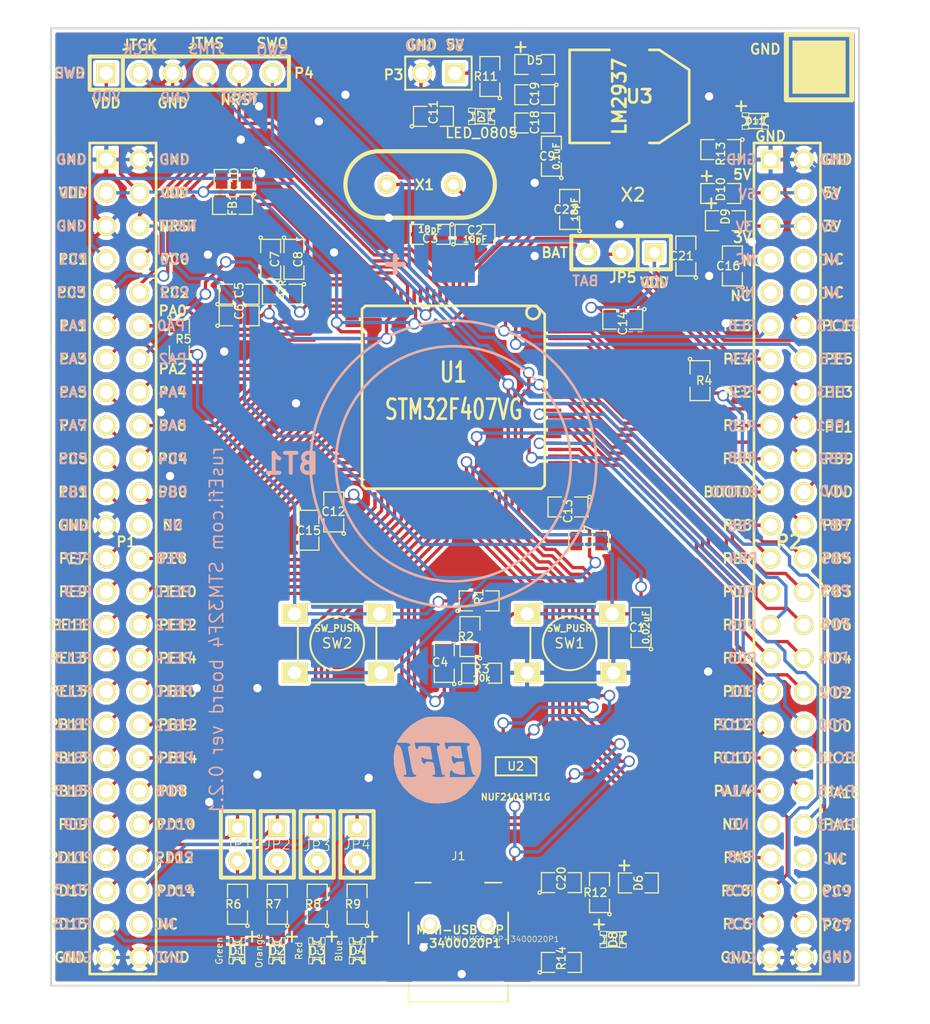
<source format=kicad_pcb>
(kicad_pcb (version 3) (host pcbnew "(2013-07-07 BZR 4022)-stable")
  (title_block (comment 1 v1.3) (comment 2 Art_Electro) (comment 3 Art_Electro) (comment 4 Art_Electro))
  (layers (15 F.Cu signal) (0 B.Cu signal) (18 B.Paste user) (19 F.Paste user) (20 B.SilkS user) (21 F.SilkS user) (22 B.Mask user) (23 F.Mask user) (28 Edge.Cuts user))
  (net 0 "")
  (net 1 /3.3V)
  (net 2 /5V)
  (net 3 /5Vi)
  (net 4 /BOOT0)
  (net 5 /D+)
  (net 6 /D-)
  (net 7 /NRST)
  (net 8 /PA0)
  (net 9 /PA1)
  (net 10 /PA10)
  (net 11 /PA11)
  (net 12 /PA12)
  (net 13 /PA13)
  (net 14 /PA14)
  (net 15 /PA15)
  (net 16 /PA2)
  (net 17 /PA3)
  (net 18 /PA4)
  (net 19 /PA5)
  (net 20 /PA6)
  (net 21 /PA7)
  (net 22 /PA8)
  (net 23 /PA9)
  (net 24 /PB0)
  (net 25 /PB1)
  (net 26 /PB10)
  (net 27 /PB11)
  (net 28 /PB12)
  (net 29 /PB13)
  (net 30 /PB14)
  (net 31 /PB15)
  (net 32 /PB3)
  (net 33 /PB4)
  (net 34 /PB5)
  (net 35 /PB6)
  (net 36 /PB7)
  (net 37 /PB8)
  (net 38 /PB9)
  (net 39 /PC0)
  (net 40 /PC1)
  (net 41 /PC10)
  (net 42 /PC11)
  (net 43 /PC12)
  (net 44 /PC13)
  (net 45 /PC2)
  (net 46 /PC3)
  (net 47 /PC4)
  (net 48 /PC5)
  (net 49 /PC6)
  (net 50 /PC7)
  (net 51 /PC8)
  (net 52 /PC9)
  (net 53 /PD0)
  (net 54 /PD1)
  (net 55 /PD10)
  (net 56 /PD11)
  (net 57 /PD12)
  (net 58 /PD13)
  (net 59 /PD14)
  (net 60 /PD15)
  (net 61 /PD2)
  (net 62 /PD3)
  (net 63 /PD4)
  (net 64 /PD5)
  (net 65 /PD6)
  (net 66 /PD7)
  (net 67 /PD8)
  (net 68 /PD9)
  (net 69 /PE0)
  (net 70 /PE1)
  (net 71 /PE10)
  (net 72 /PE11)
  (net 73 /PE12)
  (net 74 /PE13)
  (net 75 /PE14)
  (net 76 /PE15)
  (net 77 /PE2)
  (net 78 /PE3)
  (net 79 /PE4)
  (net 80 /PE5)
  (net 81 /PE6)
  (net 82 /PE7)
  (net 83 /PE8)
  (net 84 /PE9)
  (net 85 /VDD)
  (net 86 GND)
  (net 87 N-00000115)
  (net 88 N-00000116)
  (net 89 N-00000117)
  (net 90 N-00000118)
  (net 91 N-00000119)
  (net 92 N-0000042)
  (net 93 N-0000043)
  (net 94 N-0000045)
  (net 95 N-0000046)
  (net 96 N-0000048)
  (net 97 N-0000049)
  (net 98 N-0000051)
  (net 99 N-0000053)
  (net 100 N-0000055)
  (net 101 N-0000056)
  (net 102 N-0000057)
  (net 103 N-0000058)
  (net 104 N-0000059)
  (net 105 N-0000060)
  (net 106 N-0000061)
  (net 107 N-0000062)
  (net 108 N-0000063)
  (net 109 N-0000068)
  (net 110 N-0000082)
  (net 111 N-0000085)
  (module BATT_CR2032_MPD (layer B.Cu) (at 117.983 116.713 90)
    (fp_text reference BT1 (at 0 -12.4 360) (layer B.SilkS) (effects (font (size 1.524 1.524) (thickness 0.3048)) (justify mirror)))
    (fp_text value BATTERY_CR2032 hide)
    (pad 1 smd rect (at 15.485 0 90) (size 3.29 3.29) (layers B.Cu B.Paste B.Mask) (net 93 N-0000043))
    (pad 2 smd rect (at -15.485 0 90) (size 3.29 3.29) (layers B.Cu B.Paste B.Mask) (net 86 GND))
  )
  (module SM0805 (layer F.Cu) (at 132.334 129.2225 90)
    (fp_text reference C1 (at 0 -0.3175 180) (layer F.SilkS) (effects (font (size 0.635 0.635) (thickness 0.10922))))
    (fp_text value 0.02uF (at 0 0.381 90) (layer F.SilkS) (effects (font (size 0.50038 0.50038) (thickness 0.10922))))
    (pad 1 smd rect (at -0.9525 0 90) (size 0.889 1.397) (layers F.Cu F.Paste F.Mask) (net 86 GND))
    (pad 2 smd rect (at 0.9525 0 90) (size 0.889 1.397) (layers F.Cu F.Paste F.Mask) (net 7 /NRST))
  )
  (module SM0805 (layer F.Cu) (at 119.634 99.187)
    (fp_text reference C2 (at 0 -0.3175) (layer F.SilkS) (effects (font (size 0.635 0.635) (thickness 0.10922))))
    (fp_text value 18pF (at 0 0.381) (layer F.SilkS) (effects (font (size 0.50038 0.50038) (thickness 0.10922))))
    (pad 1 smd rect (at -0.9525 0) (size 0.889 1.397) (layers F.Cu F.Paste F.Mask) (net 89 N-00000117))
    (pad 2 smd rect (at 0.9525 0) (size 0.889 1.397) (layers F.Cu F.Paste F.Mask) (net 86 GND))
  )
  (module SM0805 (layer F.Cu) (at 116.205 99.187 180)
    (fp_text reference C3 (at 0 -0.3175 360) (layer F.SilkS) (effects (font (size 0.635 0.635) (thickness 0.10922))))
    (fp_text value 18pF (at 0 0.381 180) (layer F.SilkS) (effects (font (size 0.50038 0.50038) (thickness 0.10922))))
    (pad 1 smd rect (at -0.9525 0 180) (size 0.889 1.397) (layers F.Cu F.Paste F.Mask) (net 87 N-00000115))
    (pad 2 smd rect (at 0.9525 0 180) (size 0.889 1.397) (layers F.Cu F.Paste F.Mask) (net 86 GND))
  )
  (module SM0805 (layer F.Cu) (at 117.2845 131.8895 90)
    (fp_text reference C4 (at 0 -0.3175 360) (layer F.SilkS) (effects (font (size 0.635 0.635) (thickness 0.10922))))
    (fp_text value 2u2F hide)
    (pad 1 smd rect (at -0.9525 0 90) (size 0.889 1.397) (layers F.Cu F.Paste F.Mask) (net 85 /VDD))
    (pad 2 smd rect (at 0.9525 0 90) (size 0.889 1.397) (layers F.Cu F.Paste F.Mask) (net 94 N-0000045))
  )
  (module SM0805 (layer F.Cu) (at 101.6 103.759)
    (fp_text reference C5 (at 0 -0.3175 90) (layer F.SilkS) (effects (font (size 0.635 0.635) (thickness 0.10922))))
    (fp_text value 0.01uF hide)
    (pad 1 smd rect (at -0.9525 0) (size 0.889 1.397) (layers F.Cu F.Paste F.Mask) (net 86 GND))
    (pad 2 smd rect (at 0.9525 0) (size 0.889 1.397) (layers F.Cu F.Paste F.Mask) (net 108 N-0000063))
  )
  (module SM0805 (layer F.Cu) (at 101.6 105.41)
    (fp_text reference C6 (at 0 -0.3175 90) (layer F.SilkS) (effects (font (size 0.635 0.635) (thickness 0.10922))))
    (fp_text value 1uF hide)
    (pad 1 smd rect (at -0.9525 0) (size 0.889 1.397) (layers F.Cu F.Paste F.Mask) (net 86 GND))
    (pad 2 smd rect (at 0.9525 0) (size 0.889 1.397) (layers F.Cu F.Paste F.Mask) (net 108 N-0000063))
  )
  (module SM0805 (layer F.Cu) (at 104.013 101.092 270)
    (fp_text reference C7 (at 0 -0.3175 270) (layer F.SilkS) (effects (font (size 0.635 0.635) (thickness 0.10922))))
    (fp_text value 1uF hide)
    (pad 1 smd rect (at -0.9525 0 270) (size 0.889 1.397) (layers F.Cu F.Paste F.Mask) (net 86 GND))
    (pad 2 smd rect (at 0.9525 0 270) (size 0.889 1.397) (layers F.Cu F.Paste F.Mask) (net 91 N-00000119))
  )
  (module SM0805 (layer F.Cu) (at 105.791 101.092 270)
    (fp_text reference C8 (at 0 -0.3175 270) (layer F.SilkS) (effects (font (size 0.635 0.635) (thickness 0.10922))))
    (fp_text value 0.01uF hide)
    (pad 1 smd rect (at -0.9525 0 270) (size 0.889 1.397) (layers F.Cu F.Paste F.Mask) (net 86 GND))
    (pad 2 smd rect (at 0.9525 0 270) (size 0.889 1.397) (layers F.Cu F.Paste F.Mask) (net 91 N-00000119))
  )
  (module SM0805 (layer F.Cu) (at 125.476 93.218 90)
    (fp_text reference C9 (at 0 -0.3175 360) (layer F.SilkS) (effects (font (size 0.635 0.635) (thickness 0.10922))))
    (fp_text value 0.1uF (at 0 0.381 90) (layer F.SilkS) (effects (font (size 0.50038 0.50038) (thickness 0.10922))))
    (pad 1 smd rect (at -0.9525 0 90) (size 0.889 1.397) (layers F.Cu F.Paste F.Mask) (net 86 GND))
    (pad 2 smd rect (at 0.9525 0 90) (size 0.889 1.397) (layers F.Cu F.Paste F.Mask) (net 85 /VDD))
  )
  (module SM0805 (layer F.Cu) (at 101.219 94.996 180)
    (fp_text reference C10 (at 0 0 270) (layer F.SilkS) (effects (font (size 0.635 0.635) (thickness 0.10922))))
    (fp_text value 0.1uF hide)
    (pad 1 smd rect (at -0.9525 0 180) (size 0.889 1.397) (layers F.Cu F.Paste F.Mask) (net 86 GND))
    (pad 2 smd rect (at 0.9525 0 180) (size 0.889 1.397) (layers F.Cu F.Paste F.Mask) (net 85 /VDD))
  )
  (module SM0805 (layer F.Cu) (at 116.459 90.17)
    (fp_text reference C11 (at 0 -0.3175 90) (layer F.SilkS) (effects (font (size 0.635 0.635) (thickness 0.10922))))
    (fp_text value 0.1uF hide)
    (pad 1 smd rect (at -0.9525 0) (size 0.889 1.397) (layers F.Cu F.Paste F.Mask) (net 86 GND))
    (pad 2 smd rect (at 0.9525 0) (size 0.889 1.397) (layers F.Cu F.Paste F.Mask) (net 85 /VDD))
  )
  (module SM0805 (layer F.Cu) (at 108.839 120.396 90)
    (fp_text reference C12 (at 0.0254 -0.0254 360) (layer F.SilkS) (effects (font (size 0.635 0.635) (thickness 0.10922))))
    (fp_text value 0.1uF hide)
    (pad 1 smd rect (at -0.9525 0 90) (size 0.889 1.397) (layers F.Cu F.Paste F.Mask) (net 86 GND))
    (pad 2 smd rect (at 0.9525 0 90) (size 0.889 1.397) (layers F.Cu F.Paste F.Mask) (net 85 /VDD))
  )
  (module SM0805 (layer F.Cu) (at 126.746 120.015 180)
    (fp_text reference C13 (at 0 -0.3175 270) (layer F.SilkS) (effects (font (size 0.635 0.635) (thickness 0.10922))))
    (fp_text value 0.1uF hide)
    (pad 1 smd rect (at -0.9525 0 180) (size 0.889 1.397) (layers F.Cu F.Paste F.Mask) (net 86 GND))
    (pad 2 smd rect (at 0.9525 0 180) (size 0.889 1.397) (layers F.Cu F.Paste F.Mask) (net 85 /VDD))
  )
  (module SM0805 (layer F.Cu) (at 130.937 105.664 180)
    (fp_text reference C14 (at 0 -0.3175 270) (layer F.SilkS) (effects (font (size 0.635 0.635) (thickness 0.10922))))
    (fp_text value 0.1uF hide)
    (pad 1 smd rect (at -0.9525 0 180) (size 0.889 1.397) (layers F.Cu F.Paste F.Mask) (net 86 GND))
    (pad 2 smd rect (at 0.9525 0 180) (size 0.889 1.397) (layers F.Cu F.Paste F.Mask) (net 85 /VDD))
  )
  (module SM0805 (layer F.Cu) (at 106.934 121.793 270)
    (fp_text reference C15 (at 0.0254 0 360) (layer F.SilkS) (effects (font (size 0.635 0.635) (thickness 0.10922))))
    (fp_text value 2u2F hide)
    (pad 1 smd rect (at -0.9525 0 270) (size 0.889 1.397) (layers F.Cu F.Paste F.Mask) (net 90 N-00000118))
    (pad 2 smd rect (at 0.9525 0 270) (size 0.889 1.397) (layers F.Cu F.Paste F.Mask) (net 86 GND))
  )
  (module SM0805 (layer F.Cu) (at 139.319 101.6 90)
    (fp_text reference C16 (at 0 -0.3175 360) (layer F.SilkS) (effects (font (size 0.635 0.635) (thickness 0.10922))))
    (fp_text value 1uF hide)
    (pad 1 smd rect (at -0.9525 0 90) (size 0.889 1.397) (layers F.Cu F.Paste F.Mask) (net 86 GND))
    (pad 2 smd rect (at 0.9525 0 90) (size 0.889 1.397) (layers F.Cu F.Paste F.Mask) (net 85 /VDD))
  )
  (module SM0805 (layer F.Cu) (at 128.3335 122.6185)
    (fp_text reference C17 (at 0 -0.3175 90) (layer F.SilkS) (effects (font (size 0.635 0.635) (thickness 0.10922))))
    (fp_text value 2u2F hide)
    (pad 1 smd rect (at -0.9525 0) (size 0.889 1.397) (layers F.Cu F.Paste F.Mask) (net 88 N-00000116))
    (pad 2 smd rect (at 0.9525 0) (size 0.889 1.397) (layers F.Cu F.Paste F.Mask) (net 86 GND))
  )
  (module SM0805 (layer F.Cu) (at 124.206 90.678)
    (fp_text reference C18 (at 0 -0.0508 90) (layer F.SilkS) (effects (font (size 0.635 0.635) (thickness 0.10922))))
    (fp_text value 0.1uF hide)
    (pad 1 smd rect (at -0.9525 0) (size 0.889 1.397) (layers F.Cu F.Paste F.Mask) (net 86 GND))
    (pad 2 smd rect (at 0.9525 0) (size 0.889 1.397) (layers F.Cu F.Paste F.Mask) (net 3 /5Vi))
  )
  (module SM0805 (layer F.Cu) (at 124.206 88.519 180)
    (fp_text reference C19 (at 0 0.0762 270) (layer F.SilkS) (effects (font (size 0.635 0.635) (thickness 0.10922))))
    (fp_text value 4.7uF hide)
    (pad 1 smd rect (at -0.9525 0 180) (size 0.889 1.397) (layers F.Cu F.Paste F.Mask) (net 3 /5Vi))
    (pad 2 smd rect (at 0.9525 0 180) (size 0.889 1.397) (layers F.Cu F.Paste F.Mask) (net 86 GND))
  )
  (module LED-0805_A (layer F.Cu) (at 120.142 90.17)
    (fp_text reference D7 (at 0 0 90) (layer F.SilkS) (effects (font (size 0.50038 0.50038) (thickness 0.1143))))
    (fp_text value LED_0805 (at 0 1.27) (layer F.SilkS) (effects (font (size 0.762 0.762) (thickness 0.127))))
    (pad 1 smd rect (at -1.04902 0) (size 1.19888 1.19888) (layers F.Cu F.Paste F.Mask) (net 100 N-0000055))
    (pad 2 smd rect (at 1.04902 0) (size 1.19888 1.19888) (layers F.Cu F.Paste F.Mask) (net 86 GND))
  )
  (module SM0805 (layer F.Cu) (at 101.092 96.901 180)
    (fp_text reference FB1 (at 0 0 270) (layer F.SilkS) (effects (font (size 0.635 0.635) (thickness 0.10922))))
    (fp_text value FILTER hide)
    (pad 1 smd rect (at -0.9525 0 180) (size 0.889 1.397) (layers F.Cu F.Paste F.Mask) (net 91 N-00000119))
    (pad 2 smd rect (at 0.9525 0 180) (size 0.889 1.397) (layers F.Cu F.Paste F.Mask) (net 85 /VDD))
  )
  (module JUMPER-2 (layer F.Cu) (at 101.473 145.796 270)
    (fp_text reference JP1 (at 0 -0.127 360) (layer F.SilkS) (effects (font (size 0.762 0.762) (thickness 0.0762))))
    (fp_text value JUMPER hide)
    (pad 1 thru_hole rect (at -1.27 0 270) (size 1.397 1.397) (drill 0.8128) (layers *.Cu *.Mask F.SilkS) (net 57 /PD12))
    (pad 2 thru_hole circle (at 1.27 0 270) (size 1.397 1.397) (drill 0.8128) (layers *.Cu *.Mask F.SilkS) (net 98 N-0000051))
  )
  (module JUMPER-2 (layer F.Cu) (at 104.521 145.796 270)
    (fp_text reference JP2 (at 0 0 360) (layer F.SilkS) (effects (font (size 0.762 0.762) (thickness 0.0762))))
    (fp_text value JUMPER hide)
    (pad 1 thru_hole rect (at -1.27 0 270) (size 1.397 1.397) (drill 0.8128) (layers *.Cu *.Mask F.SilkS) (net 58 /PD13))
    (pad 2 thru_hole circle (at 1.27 0 270) (size 1.397 1.397) (drill 0.8128) (layers *.Cu *.Mask F.SilkS) (net 99 N-0000053))
  )
  (module JUMPER-2 (layer F.Cu) (at 107.569 145.796 270)
    (fp_text reference JP3 (at 0.127 0 360) (layer F.SilkS) (effects (font (size 0.762 0.762) (thickness 0.0762))))
    (fp_text value JUMPER hide)
    (pad 1 thru_hole rect (at -1.27 0 270) (size 1.397 1.397) (drill 0.8128) (layers *.Cu *.Mask F.SilkS) (net 59 /PD14))
    (pad 2 thru_hole circle (at 1.27 0 270) (size 1.397 1.397) (drill 0.8128) (layers *.Cu *.Mask F.SilkS) (net 96 N-0000048))
  )
  (module JUMPER-2 (layer F.Cu) (at 110.617 145.796 270)
    (fp_text reference JP4 (at 0 0 360) (layer F.SilkS) (effects (font (size 0.762 0.762) (thickness 0.0762))))
    (fp_text value JUMPER hide)
    (pad 1 thru_hole rect (at -1.27 0 270) (size 1.397 1.397) (drill 0.8128) (layers *.Cu *.Mask F.SilkS) (net 60 /PD15))
    (pad 2 thru_hole circle (at 1.27 0 270) (size 1.397 1.397) (drill 0.8128) (layers *.Cu *.Mask F.SilkS) (net 97 N-0000049))
  )
  (module SIL-3 (layer F.Cu) (at 130.81 100.584 180)
    (fp_text reference JP5 (at -0.127 -1.905 180) (layer F.SilkS) (effects (font (size 0.762 0.762) (thickness 0.1524))))
    (fp_text value JUMPER3 hide)
    (pad 1 thru_hole rect (at -2.54 0 180) (size 1.397 1.397) (drill 0.8128) (layers *.Cu *.Mask F.SilkS) (net 85 /VDD))
    (pad 2 thru_hole circle (at 0 0 180) (size 1.397 1.397) (drill 0.8128) (layers *.Cu *.Mask F.SilkS) (net 92 N-0000042))
    (pad 3 thru_hole circle (at 2.54 0 180) (size 1.397 1.397) (drill 0.8128) (layers *.Cu *.Mask F.SilkS) (net 93 N-0000043))
  )
  (module PIN_ARRAY_25x2_A (layer F.Cu) (at 92.71 123.952 270)
    (fp_text reference P1 (at -1.27 -0.254 360) (layer F.SilkS) (effects (font (size 0.762 0.762) (thickness 0.1524))))
    (fp_text value CONN_25X2 hide)
    (pad 1 thru_hole rect (at -30.48 1.27 270) (size 1.524 1.524) (drill 1.016) (layers *.Cu *.Mask F.SilkS) (net 86 GND))
    (pad 2 thru_hole circle (at -30.48 -1.27 270) (size 1.524 1.524) (drill 1.016) (layers *.Cu *.Mask F.SilkS) (net 86 GND))
    (pad 3 thru_hole circle (at -27.94 1.27 270) (size 1.524 1.524) (drill 1.016) (layers *.Cu *.Mask F.SilkS) (net 85 /VDD))
    (pad 4 thru_hole circle (at -27.94 -1.27 270) (size 1.524 1.524) (drill 1.016) (layers *.Cu *.Mask F.SilkS) (net 85 /VDD))
    (pad 5 thru_hole circle (at -25.4 1.27 270) (size 1.524 1.524) (drill 1.016) (layers *.Cu *.Mask F.SilkS) (net 86 GND))
    (pad 6 thru_hole circle (at -25.4 -1.27 270) (size 1.524 1.524) (drill 1.016) (layers *.Cu *.Mask F.SilkS) (net 7 /NRST))
    (pad 7 thru_hole circle (at -22.86 1.27 270) (size 1.524 1.524) (drill 1.016) (layers *.Cu *.Mask F.SilkS) (net 40 /PC1))
    (pad 8 thru_hole circle (at -22.86 -1.27 270) (size 1.524 1.524) (drill 1.016) (layers *.Cu *.Mask F.SilkS) (net 39 /PC0))
    (pad 9 thru_hole circle (at -20.32 1.27 270) (size 1.524 1.524) (drill 1.016) (layers *.Cu *.Mask F.SilkS) (net 46 /PC3))
    (pad 10 thru_hole circle (at -20.32 -1.27 270) (size 1.524 1.524) (drill 1.016) (layers *.Cu *.Mask F.SilkS) (net 45 /PC2))
    (pad 11 thru_hole circle (at -17.78 1.27 270) (size 1.524 1.524) (drill 1.016) (layers *.Cu *.Mask F.SilkS) (net 9 /PA1))
    (pad 12 thru_hole circle (at -17.78 -1.27 270) (size 1.524 1.524) (drill 1.016) (layers *.Cu *.Mask F.SilkS) (net 8 /PA0))
    (pad 13 thru_hole circle (at -15.24 1.27 270) (size 1.524 1.524) (drill 1.016) (layers *.Cu *.Mask F.SilkS) (net 17 /PA3))
    (pad 14 thru_hole circle (at -15.24 -1.27 270) (size 1.524 1.524) (drill 1.016) (layers *.Cu *.Mask F.SilkS) (net 16 /PA2))
    (pad 15 thru_hole circle (at -12.7 1.27 270) (size 1.524 1.524) (drill 1.016) (layers *.Cu *.Mask F.SilkS) (net 19 /PA5))
    (pad 16 thru_hole circle (at -12.7 -1.27 270) (size 1.524 1.524) (drill 1.016) (layers *.Cu *.Mask F.SilkS) (net 18 /PA4))
    (pad 17 thru_hole circle (at -10.16 1.27 270) (size 1.524 1.524) (drill 1.016) (layers *.Cu *.Mask F.SilkS) (net 21 /PA7))
    (pad 18 thru_hole circle (at -10.16 -1.27 270) (size 1.524 1.524) (drill 1.016) (layers *.Cu *.Mask F.SilkS) (net 20 /PA6))
    (pad 19 thru_hole circle (at -7.62 1.27 270) (size 1.524 1.524) (drill 1.016) (layers *.Cu *.Mask F.SilkS) (net 48 /PC5))
    (pad 20 thru_hole circle (at -7.62 -1.27 270) (size 1.524 1.524) (drill 1.016) (layers *.Cu *.Mask F.SilkS) (net 47 /PC4))
    (pad 21 thru_hole circle (at -5.08 1.27 270) (size 1.524 1.524) (drill 1.016) (layers *.Cu *.Mask F.SilkS) (net 25 /PB1))
    (pad 22 thru_hole circle (at -5.08 -1.27 270) (size 1.524 1.524) (drill 1.016) (layers *.Cu *.Mask F.SilkS) (net 24 /PB0))
    (pad 23 thru_hole circle (at -2.54 1.27 270) (size 1.524 1.524) (drill 1.016) (layers *.Cu *.Mask F.SilkS) (net 86 GND))
    (pad 24 thru_hole circle (at -2.54 -1.27 270) (size 1.524 1.524) (drill 1.016) (layers *.Cu *.Mask F.SilkS))
    (pad 25 thru_hole circle (at 0 1.27 270) (size 1.524 1.524) (drill 1.016) (layers *.Cu *.Mask F.SilkS) (net 82 /PE7))
    (pad 26 thru_hole circle (at 0 -1.27 270) (size 1.524 1.524) (drill 1.016) (layers *.Cu *.Mask F.SilkS) (net 83 /PE8))
    (pad 27 thru_hole circle (at 2.54 1.27 270) (size 1.524 1.524) (drill 1.016) (layers *.Cu *.Mask F.SilkS) (net 84 /PE9))
    (pad 28 thru_hole circle (at 2.54 -1.27 270) (size 1.524 1.524) (drill 1.016) (layers *.Cu *.Mask F.SilkS) (net 71 /PE10))
    (pad 29 thru_hole circle (at 5.08 1.27 270) (size 1.524 1.524) (drill 1.016) (layers *.Cu *.Mask F.SilkS) (net 72 /PE11))
    (pad 30 thru_hole circle (at 5.08 -1.27 270) (size 1.524 1.524) (drill 1.016) (layers *.Cu *.Mask F.SilkS) (net 73 /PE12))
    (pad 31 thru_hole circle (at 7.62 1.27 270) (size 1.524 1.524) (drill 1.016) (layers *.Cu *.Mask F.SilkS) (net 74 /PE13))
    (pad 32 thru_hole circle (at 7.62 -1.27 270) (size 1.524 1.524) (drill 1.016) (layers *.Cu *.Mask F.SilkS) (net 75 /PE14))
    (pad 33 thru_hole circle (at 10.16 1.27 270) (size 1.524 1.524) (drill 1.016) (layers *.Cu *.Mask F.SilkS) (net 76 /PE15))
    (pad 34 thru_hole circle (at 10.16 -1.27 270) (size 1.524 1.524) (drill 1.016) (layers *.Cu *.Mask F.SilkS) (net 26 /PB10))
    (pad 35 thru_hole circle (at 12.7 1.27 270) (size 1.524 1.524) (drill 1.016) (layers *.Cu *.Mask F.SilkS) (net 27 /PB11))
    (pad 36 thru_hole circle (at 12.7 -1.27 270) (size 1.524 1.524) (drill 1.016) (layers *.Cu *.Mask F.SilkS) (net 28 /PB12))
    (pad 37 thru_hole circle (at 15.24 1.27 270) (size 1.524 1.524) (drill 1.016) (layers *.Cu *.Mask F.SilkS) (net 29 /PB13))
    (pad 38 thru_hole circle (at 15.24 -1.27 270) (size 1.524 1.524) (drill 1.016) (layers *.Cu *.Mask F.SilkS) (net 30 /PB14))
    (pad 39 thru_hole circle (at 17.78 1.27 270) (size 1.524 1.524) (drill 1.016) (layers *.Cu *.Mask F.SilkS) (net 31 /PB15))
    (pad 40 thru_hole circle (at 17.78 -1.27 270) (size 1.524 1.524) (drill 1.016) (layers *.Cu *.Mask F.SilkS) (net 67 /PD8))
    (pad 41 thru_hole circle (at 20.32 1.27 270) (size 1.524 1.524) (drill 1.016) (layers *.Cu *.Mask F.SilkS) (net 68 /PD9))
    (pad 42 thru_hole circle (at 20.32 -1.27 270) (size 1.524 1.524) (drill 1.016) (layers *.Cu *.Mask F.SilkS) (net 55 /PD10))
    (pad 43 thru_hole circle (at 22.86 1.27 270) (size 1.524 1.524) (drill 1.016) (layers *.Cu *.Mask F.SilkS) (net 56 /PD11))
    (pad 44 thru_hole circle (at 22.86 -1.27 270) (size 1.524 1.524) (drill 1.016) (layers *.Cu *.Mask F.SilkS) (net 57 /PD12))
    (pad 45 thru_hole circle (at 25.4 1.27 270) (size 1.524 1.524) (drill 1.016) (layers *.Cu *.Mask F.SilkS) (net 58 /PD13))
    (pad 46 thru_hole circle (at 25.4 -1.27 270) (size 1.524 1.524) (drill 1.016) (layers *.Cu *.Mask F.SilkS) (net 59 /PD14))
    (pad 47 thru_hole circle (at 27.94 1.27 270) (size 1.524 1.524) (drill 1.016) (layers *.Cu *.Mask F.SilkS) (net 60 /PD15))
    (pad 48 thru_hole circle (at 27.94 -1.27 270) (size 1.524 1.524) (drill 1.016) (layers *.Cu *.Mask F.SilkS))
    (pad 49 thru_hole circle (at 30.48 1.27 270) (size 1.524 1.524) (drill 1.016) (layers *.Cu *.Mask F.SilkS) (net 86 GND))
    (pad 50 thru_hole circle (at 30.48 -1.27 270) (size 1.524 1.524) (drill 1.016) (layers *.Cu *.Mask F.SilkS) (net 86 GND))
  )
  (module PIN_ARRAY_25x2_A (layer F.Cu) (at 143.51 123.952 270)
    (fp_text reference P2 (at -1.27 -0.127 360) (layer F.SilkS) (effects (font (size 1.016 1.016) (thickness 0.2032))))
    (fp_text value CONN_25X2 hide)
    (pad 1 thru_hole rect (at -30.48 1.27 270) (size 1.524 1.524) (drill 1.016) (layers *.Cu *.Mask F.SilkS) (net 86 GND))
    (pad 2 thru_hole circle (at -30.48 -1.27 270) (size 1.524 1.524) (drill 1.016) (layers *.Cu *.Mask F.SilkS) (net 86 GND))
    (pad 3 thru_hole circle (at -27.94 1.27 270) (size 1.524 1.524) (drill 1.016) (layers *.Cu *.Mask F.SilkS) (net 2 /5V))
    (pad 4 thru_hole circle (at -27.94 -1.27 270) (size 1.524 1.524) (drill 1.016) (layers *.Cu *.Mask F.SilkS) (net 2 /5V))
    (pad 5 thru_hole circle (at -25.4 1.27 270) (size 1.524 1.524) (drill 1.016) (layers *.Cu *.Mask F.SilkS) (net 1 /3.3V))
    (pad 6 thru_hole circle (at -25.4 -1.27 270) (size 1.524 1.524) (drill 1.016) (layers *.Cu *.Mask F.SilkS) (net 1 /3.3V))
    (pad 7 thru_hole circle (at -22.86 1.27 270) (size 1.524 1.524) (drill 1.016) (layers *.Cu *.Mask F.SilkS))
    (pad 8 thru_hole circle (at -22.86 -1.27 270) (size 1.524 1.524) (drill 1.016) (layers *.Cu *.Mask F.SilkS))
    (pad 9 thru_hole circle (at -20.32 1.27 270) (size 1.524 1.524) (drill 1.016) (layers *.Cu *.Mask F.SilkS))
    (pad 10 thru_hole circle (at -20.32 -1.27 270) (size 1.524 1.524) (drill 1.016) (layers *.Cu *.Mask F.SilkS))
    (pad 11 thru_hole circle (at -17.78 1.27 270) (size 1.524 1.524) (drill 1.016) (layers *.Cu *.Mask F.SilkS) (net 81 /PE6))
    (pad 12 thru_hole circle (at -17.78 -1.27 270) (size 1.524 1.524) (drill 1.016) (layers *.Cu *.Mask F.SilkS) (net 44 /PC13))
    (pad 13 thru_hole circle (at -15.24 1.27 270) (size 1.524 1.524) (drill 1.016) (layers *.Cu *.Mask F.SilkS) (net 79 /PE4))
    (pad 14 thru_hole circle (at -15.24 -1.27 270) (size 1.524 1.524) (drill 1.016) (layers *.Cu *.Mask F.SilkS) (net 80 /PE5))
    (pad 15 thru_hole circle (at -12.7 1.27 270) (size 1.524 1.524) (drill 1.016) (layers *.Cu *.Mask F.SilkS) (net 77 /PE2))
    (pad 16 thru_hole circle (at -12.7 -1.27 270) (size 1.524 1.524) (drill 1.016) (layers *.Cu *.Mask F.SilkS) (net 78 /PE3))
    (pad 17 thru_hole circle (at -10.16 1.27 270) (size 1.524 1.524) (drill 1.016) (layers *.Cu *.Mask F.SilkS) (net 69 /PE0))
    (pad 18 thru_hole circle (at -10.16 -1.27 270) (size 1.524 1.524) (drill 1.016) (layers *.Cu *.Mask F.SilkS) (net 70 /PE1))
    (pad 19 thru_hole circle (at -7.62 1.27 270) (size 1.524 1.524) (drill 1.016) (layers *.Cu *.Mask F.SilkS) (net 37 /PB8))
    (pad 20 thru_hole circle (at -7.62 -1.27 270) (size 1.524 1.524) (drill 1.016) (layers *.Cu *.Mask F.SilkS) (net 38 /PB9))
    (pad 21 thru_hole circle (at -5.08 1.27 270) (size 1.524 1.524) (drill 1.016) (layers *.Cu *.Mask F.SilkS) (net 4 /BOOT0))
    (pad 22 thru_hole circle (at -5.08 -1.27 270) (size 1.524 1.524) (drill 1.016) (layers *.Cu *.Mask F.SilkS) (net 85 /VDD))
    (pad 23 thru_hole circle (at -2.54 1.27 270) (size 1.524 1.524) (drill 1.016) (layers *.Cu *.Mask F.SilkS) (net 35 /PB6))
    (pad 24 thru_hole circle (at -2.54 -1.27 270) (size 1.524 1.524) (drill 1.016) (layers *.Cu *.Mask F.SilkS) (net 36 /PB7))
    (pad 25 thru_hole circle (at 0 1.27 270) (size 1.524 1.524) (drill 1.016) (layers *.Cu *.Mask F.SilkS) (net 33 /PB4))
    (pad 26 thru_hole circle (at 0 -1.27 270) (size 1.524 1.524) (drill 1.016) (layers *.Cu *.Mask F.SilkS) (net 34 /PB5))
    (pad 27 thru_hole circle (at 2.54 1.27 270) (size 1.524 1.524) (drill 1.016) (layers *.Cu *.Mask F.SilkS) (net 66 /PD7))
    (pad 28 thru_hole circle (at 2.54 -1.27 270) (size 1.524 1.524) (drill 1.016) (layers *.Cu *.Mask F.SilkS) (net 32 /PB3))
    (pad 29 thru_hole circle (at 5.08 1.27 270) (size 1.524 1.524) (drill 1.016) (layers *.Cu *.Mask F.SilkS) (net 64 /PD5))
    (pad 30 thru_hole circle (at 5.08 -1.27 270) (size 1.524 1.524) (drill 1.016) (layers *.Cu *.Mask F.SilkS) (net 65 /PD6))
    (pad 31 thru_hole circle (at 7.62 1.27 270) (size 1.524 1.524) (drill 1.016) (layers *.Cu *.Mask F.SilkS) (net 62 /PD3))
    (pad 32 thru_hole circle (at 7.62 -1.27 270) (size 1.524 1.524) (drill 1.016) (layers *.Cu *.Mask F.SilkS) (net 63 /PD4))
    (pad 33 thru_hole circle (at 10.16 1.27 270) (size 1.524 1.524) (drill 1.016) (layers *.Cu *.Mask F.SilkS) (net 54 /PD1))
    (pad 34 thru_hole circle (at 10.16 -1.27 270) (size 1.524 1.524) (drill 1.016) (layers *.Cu *.Mask F.SilkS) (net 61 /PD2))
    (pad 35 thru_hole circle (at 12.7 1.27 270) (size 1.524 1.524) (drill 1.016) (layers *.Cu *.Mask F.SilkS) (net 43 /PC12))
    (pad 36 thru_hole circle (at 12.7 -1.27 270) (size 1.524 1.524) (drill 1.016) (layers *.Cu *.Mask F.SilkS) (net 53 /PD0))
    (pad 37 thru_hole circle (at 15.24 1.27 270) (size 1.524 1.524) (drill 1.016) (layers *.Cu *.Mask F.SilkS) (net 41 /PC10))
    (pad 38 thru_hole circle (at 15.24 -1.27 270) (size 1.524 1.524) (drill 1.016) (layers *.Cu *.Mask F.SilkS) (net 42 /PC11))
    (pad 39 thru_hole circle (at 17.78 1.27 270) (size 1.524 1.524) (drill 1.016) (layers *.Cu *.Mask F.SilkS) (net 14 /PA14))
    (pad 40 thru_hole circle (at 17.78 -1.27 270) (size 1.524 1.524) (drill 1.016) (layers *.Cu *.Mask F.SilkS) (net 15 /PA15))
    (pad 41 thru_hole circle (at 20.32 1.27 270) (size 1.524 1.524) (drill 1.016) (layers *.Cu *.Mask F.SilkS))
    (pad 42 thru_hole circle (at 20.32 -1.27 270) (size 1.524 1.524) (drill 1.016) (layers *.Cu *.Mask F.SilkS) (net 13 /PA13))
    (pad 43 thru_hole circle (at 22.86 1.27 270) (size 1.524 1.524) (drill 1.016) (layers *.Cu *.Mask F.SilkS) (net 22 /PA8))
    (pad 44 thru_hole circle (at 22.86 -1.27 270) (size 1.524 1.524) (drill 1.016) (layers *.Cu *.Mask F.SilkS))
    (pad 45 thru_hole circle (at 25.4 1.27 270) (size 1.524 1.524) (drill 1.016) (layers *.Cu *.Mask F.SilkS) (net 51 /PC8))
    (pad 46 thru_hole circle (at 25.4 -1.27 270) (size 1.524 1.524) (drill 1.016) (layers *.Cu *.Mask F.SilkS) (net 52 /PC9))
    (pad 47 thru_hole circle (at 27.94 1.27 270) (size 1.524 1.524) (drill 1.016) (layers *.Cu *.Mask F.SilkS) (net 49 /PC6))
    (pad 48 thru_hole circle (at 27.94 -1.27 270) (size 1.524 1.524) (drill 1.016) (layers *.Cu *.Mask F.SilkS) (net 50 /PC7))
    (pad 49 thru_hole circle (at 30.48 1.27 270) (size 1.524 1.524) (drill 1.016) (layers *.Cu *.Mask F.SilkS) (net 86 GND))
    (pad 50 thru_hole circle (at 30.48 -1.27 270) (size 1.524 1.524) (drill 1.016) (layers *.Cu *.Mask F.SilkS) (net 86 GND))
  )
  (module PIN_ARRAY_2_A (layer F.Cu) (at 116.84 86.868 180)
    (fp_text reference P3 (at 3.429 -0.127 360) (layer F.SilkS) (effects (font (size 0.762 0.762) (thickness 0.1524))))
    (fp_text value CONN_2 hide)
    (pad 1 thru_hole rect (at -1.27 0 180) (size 1.524 1.524) (drill 1.016) (layers *.Cu *.Mask F.SilkS) (net 101 N-0000056))
    (pad 2 thru_hole circle (at 1.27 0 180) (size 1.524 1.524) (drill 1.016) (layers *.Cu *.Mask F.SilkS) (net 86 GND))
  )
  (module PIN_ARRAY-6X1 (layer F.Cu) (at 97.79 86.868)
    (fp_text reference P4 (at 8.763 0) (layer F.SilkS) (effects (font (size 0.762 0.762) (thickness 0.1524))))
    (fp_text value CONN_6 hide)
    (pad 1 thru_hole rect (at -6.35 0) (size 1.524 1.524) (drill 1.016) (layers *.Cu *.Mask F.SilkS) (net 85 /VDD))
    (pad 2 thru_hole circle (at -3.81 0) (size 1.524 1.524) (drill 1.016) (layers *.Cu *.Mask F.SilkS) (net 14 /PA14))
    (pad 3 thru_hole circle (at -1.27 0) (size 1.524 1.524) (drill 1.016) (layers *.Cu *.Mask F.SilkS) (net 86 GND))
    (pad 4 thru_hole circle (at 1.27 0) (size 1.524 1.524) (drill 1.016) (layers *.Cu *.Mask F.SilkS) (net 13 /PA13))
    (pad 5 thru_hole circle (at 3.81 0) (size 1.524 1.524) (drill 1.016) (layers *.Cu *.Mask F.SilkS) (net 7 /NRST))
    (pad 6 thru_hole circle (at 6.35 0) (size 1.524 1.524) (drill 1.016) (layers *.Cu *.Mask F.SilkS) (net 32 /PB3))
  )
  (module SM0805 (layer F.Cu) (at 119.9515 127.1905)
    (fp_text reference R1 (at 0 -0.3175 90) (layer F.SilkS) (effects (font (size 0.635 0.635) (thickness 0.10922))))
    (fp_text value 10k hide)
    (pad 1 smd rect (at -0.9525 0) (size 0.889 1.397) (layers F.Cu F.Paste F.Mask) (net 95 N-0000046))
    (pad 2 smd rect (at 0.9525 0) (size 0.889 1.397) (layers F.Cu F.Paste F.Mask) (net 86 GND))
  )
  (module SM0805 (layer F.Cu) (at 119.253 129.921 90)
    (fp_text reference R2 (at 0 -0.3175 360) (layer F.SilkS) (effects (font (size 0.635 0.635) (thickness 0.10922))))
    (fp_text value 100R hide)
    (pad 1 smd rect (at -0.9525 0 90) (size 0.889 1.397) (layers F.Cu F.Paste F.Mask) (net 94 N-0000045))
    (pad 2 smd rect (at 0.9525 0 90) (size 0.889 1.397) (layers F.Cu F.Paste F.Mask) (net 95 N-0000046))
  )
  (module SM0805 (layer F.Cu) (at 120.142 132.715)
    (fp_text reference R3 (at 0 -0.3175) (layer F.SilkS) (effects (font (size 0.635 0.635) (thickness 0.10922))))
    (fp_text value 10k (at 0 0.381) (layer F.SilkS) (effects (font (size 0.50038 0.50038) (thickness 0.10922))))
    (pad 1 smd rect (at -0.9525 0) (size 0.889 1.397) (layers F.Cu F.Paste F.Mask) (net 85 /VDD))
    (pad 2 smd rect (at 0.9525 0) (size 0.889 1.397) (layers F.Cu F.Paste F.Mask) (net 7 /NRST))
  )
  (module SM0805 (layer F.Cu) (at 136.8425 110.363 270)
    (fp_text reference R4 (at 0 -0.3175 360) (layer F.SilkS) (effects (font (size 0.635 0.635) (thickness 0.10922))))
    (fp_text value 10k hide)
    (pad 1 smd rect (at -0.9525 0 270) (size 0.889 1.397) (layers F.Cu F.Paste F.Mask) (net 86 GND))
    (pad 2 smd rect (at 0.9525 0 270) (size 0.889 1.397) (layers F.Cu F.Paste F.Mask) (net 4 /BOOT0))
  )
  (module SM0805 (layer F.Cu) (at 97.028 107.188 270)
    (fp_text reference R5 (at 0 -0.3175 360) (layer F.SilkS) (effects (font (size 0.635 0.635) (thickness 0.10922))))
    (fp_text value 330R hide)
    (pad 1 smd rect (at -0.9525 0 270) (size 0.889 1.397) (layers F.Cu F.Paste F.Mask) (net 8 /PA0))
    (pad 2 smd rect (at 0.9525 0 270) (size 0.889 1.397) (layers F.Cu F.Paste F.Mask) (net 95 N-0000046))
  )
  (module SM0805 (layer F.Cu) (at 101.473 150.368 90)
    (fp_text reference R6 (at 0 -0.3175 360) (layer F.SilkS) (effects (font (size 0.635 0.635) (thickness 0.10922))))
    (fp_text value 680R hide)
    (pad 1 smd rect (at -0.9525 0 90) (size 0.889 1.397) (layers F.Cu F.Paste F.Mask) (net 109 N-0000068))
    (pad 2 smd rect (at 0.9525 0 90) (size 0.889 1.397) (layers F.Cu F.Paste F.Mask) (net 98 N-0000051))
  )
  (module SM0805 (layer F.Cu) (at 104.521 150.368 90)
    (fp_text reference R7 (at 0 -0.3175 360) (layer F.SilkS) (effects (font (size 0.635 0.635) (thickness 0.10922))))
    (fp_text value 680R hide)
    (pad 1 smd rect (at -0.9525 0 90) (size 0.889 1.397) (layers F.Cu F.Paste F.Mask) (net 103 N-0000058))
    (pad 2 smd rect (at 0.9525 0 90) (size 0.889 1.397) (layers F.Cu F.Paste F.Mask) (net 99 N-0000053))
  )
  (module SM0805 (layer F.Cu) (at 107.569 150.368 90)
    (fp_text reference R8 (at 0 -0.3175 360) (layer F.SilkS) (effects (font (size 0.635 0.635) (thickness 0.10922))))
    (fp_text value 680R hide)
    (pad 1 smd rect (at -0.9525 0 90) (size 0.889 1.397) (layers F.Cu F.Paste F.Mask) (net 104 N-0000059))
    (pad 2 smd rect (at 0.9525 0 90) (size 0.889 1.397) (layers F.Cu F.Paste F.Mask) (net 96 N-0000048))
  )
  (module SM0805 (layer F.Cu) (at 110.617 150.368 90)
    (fp_text reference R9 (at 0 -0.3175 360) (layer F.SilkS) (effects (font (size 0.635 0.635) (thickness 0.10922))))
    (fp_text value 680R hide)
    (pad 1 smd rect (at -0.9525 0 90) (size 0.889 1.397) (layers F.Cu F.Paste F.Mask) (net 105 N-0000060))
    (pad 2 smd rect (at 0.9525 0 90) (size 0.889 1.397) (layers F.Cu F.Paste F.Mask) (net 97 N-0000049))
  )
  (module SM0805 (layer F.Cu) (at 104.902 103.759 180)
    (fp_text reference R10 hide)
    (fp_text value 47R (at 0 0.381 270) (layer F.SilkS) (effects (font (size 0.50038 0.50038) (thickness 0.10922))))
    (pad 1 smd rect (at -0.9525 0 180) (size 0.889 1.397) (layers F.Cu F.Paste F.Mask) (net 91 N-00000119))
    (pad 2 smd rect (at 0.9525 0 180) (size 0.889 1.397) (layers F.Cu F.Paste F.Mask) (net 108 N-0000063))
  )
  (module SM0805 (layer F.Cu) (at 120.777 87.122 90)
    (fp_text reference R11 (at 0 -0.3175 360) (layer F.SilkS) (effects (font (size 0.635 0.635) (thickness 0.10922))))
    (fp_text value 1k hide)
    (pad 1 smd rect (at -0.9525 0 90) (size 0.889 1.397) (layers F.Cu F.Paste F.Mask) (net 100 N-0000055))
    (pad 2 smd rect (at 0.9525 0 90) (size 0.889 1.397) (layers F.Cu F.Paste F.Mask) (net 101 N-0000056))
  )
  (module SM0805 (layer F.Cu) (at 129.159 149.479 90)
    (fp_text reference R12 (at 0 -0.3175 360) (layer F.SilkS) (effects (font (size 0.635 0.635) (thickness 0.10922))))
    (fp_text value 1k hide)
    (pad 1 smd rect (at -0.9525 0 90) (size 0.889 1.397) (layers F.Cu F.Paste F.Mask) (net 102 N-0000057))
    (pad 2 smd rect (at 0.9525 0 90) (size 0.889 1.397) (layers F.Cu F.Paste F.Mask) (net 23 /PA9))
  )
  (module SM0805 (layer F.Cu) (at 138.43 92.71 180)
    (fp_text reference R13 (at 0 -0.3175 270) (layer F.SilkS) (effects (font (size 0.635 0.635) (thickness 0.10922))))
    (fp_text value 1k hide)
    (pad 1 smd rect (at -0.9525 0 180) (size 0.889 1.397) (layers F.Cu F.Paste F.Mask) (net 106 N-0000061))
    (pad 2 smd rect (at 0.9525 0 180) (size 0.889 1.397) (layers F.Cu F.Paste F.Mask) (net 85 /VDD))
  )
  (module TQFP_100 (layer F.Cu) (at 117.983 111.633)
    (fp_text reference U1 (at 0 -1.905) (layer F.SilkS) (effects (font (size 1.524 1.016) (thickness 0.2032))))
    (fp_text value STM32F407VG (at 0.0254 0.9398) (layer F.SilkS) (effects (font (size 1.524 1.016) (thickness 0.2032))))
    (pad 100 smd rect (at 7.747 -5.9944) (size 1.016 0.254) (layers F.Cu F.Paste F.Mask) (net 85 /VDD))
    (pad 76 smd rect (at 7.747 5.9944) (size 1.016 0.254) (layers F.Cu F.Paste F.Mask) (net 14 /PA14))
    (pad 77 smd rect (at 7.747 5.4864) (size 1.016 0.254) (layers F.Cu F.Paste F.Mask) (net 15 /PA15))
    (pad 78 smd rect (at 7.747 5.0038) (size 1.016 0.254) (layers F.Cu F.Paste F.Mask) (net 41 /PC10))
    (pad 79 smd rect (at 7.747 4.4958) (size 1.016 0.254) (layers F.Cu F.Paste F.Mask) (net 42 /PC11))
    (pad 80 smd rect (at 7.747 3.9878) (size 1.016 0.254) (layers F.Cu F.Paste F.Mask) (net 43 /PC12))
    (pad 81 smd rect (at 7.747 3.5052) (size 1.016 0.254) (layers F.Cu F.Paste F.Mask) (net 53 /PD0))
    (pad 82 smd rect (at 7.747 2.9972) (size 1.016 0.254) (layers F.Cu F.Paste F.Mask) (net 54 /PD1))
    (pad 83 smd rect (at 7.747 2.4892) (size 1.016 0.254) (layers F.Cu F.Paste F.Mask) (net 61 /PD2))
    (pad 84 smd rect (at 7.747 2.0066) (size 1.016 0.254) (layers F.Cu F.Paste F.Mask) (net 62 /PD3))
    (pad 85 smd rect (at 7.747 1.4986) (size 1.016 0.254) (layers F.Cu F.Paste F.Mask) (net 63 /PD4))
    (pad 86 smd rect (at 7.747 0.9906) (size 1.016 0.254) (layers F.Cu F.Paste F.Mask) (net 64 /PD5))
    (pad 87 smd rect (at 7.747 0.4826) (size 1.016 0.254) (layers F.Cu F.Paste F.Mask) (net 65 /PD6))
    (pad 88 smd rect (at 7.747 0) (size 1.016 0.254) (layers F.Cu F.Paste F.Mask) (net 66 /PD7))
    (pad 89 smd rect (at 7.747 -0.508) (size 1.016 0.254) (layers F.Cu F.Paste F.Mask) (net 32 /PB3))
    (pad 90 smd rect (at 7.747 -1.016) (size 1.016 0.254) (layers F.Cu F.Paste F.Mask) (net 33 /PB4))
    (pad 91 smd rect (at 7.747 -1.4986) (size 1.016 0.254) (layers F.Cu F.Paste F.Mask) (net 34 /PB5))
    (pad 92 smd rect (at 7.747 -2.0066) (size 1.016 0.254) (layers F.Cu F.Paste F.Mask) (net 35 /PB6))
    (pad 93 smd rect (at 7.747 -2.5146) (size 1.016 0.254) (layers F.Cu F.Paste F.Mask) (net 36 /PB7))
    (pad 94 smd rect (at 7.747 -2.9972) (size 1.016 0.254) (layers F.Cu F.Paste F.Mask) (net 4 /BOOT0))
    (pad 95 smd rect (at 7.747 -3.5052) (size 1.016 0.254) (layers F.Cu F.Paste F.Mask) (net 37 /PB8))
    (pad 96 smd rect (at 7.747 -4.0132) (size 1.016 0.254) (layers F.Cu F.Paste F.Mask) (net 38 /PB9))
    (pad 97 smd rect (at 7.747 -4.4958) (size 1.016 0.254) (layers F.Cu F.Paste F.Mask) (net 69 /PE0))
    (pad 98 smd rect (at 7.747 -5.0038) (size 1.016 0.254) (layers F.Cu F.Paste F.Mask) (net 70 /PE1))
    (pad 99 smd rect (at 7.747 -5.5118) (size 1.016 0.254) (layers F.Cu F.Paste F.Mask) (net 86 GND))
    (pad 75 smd rect (at 5.9944 7.747) (size 0.254 1.016) (layers F.Cu F.Paste F.Mask) (net 85 /VDD))
    (pad 51 smd rect (at -5.9944 7.747) (size 0.254 1.016) (layers F.Cu F.Paste F.Mask) (net 28 /PB12))
    (pad 52 smd rect (at -5.4864 7.747) (size 0.254 1.016) (layers F.Cu F.Paste F.Mask) (net 29 /PB13))
    (pad 53 smd rect (at -5.0038 7.747) (size 0.254 1.016) (layers F.Cu F.Paste F.Mask) (net 30 /PB14))
    (pad 54 smd rect (at -4.4958 7.747) (size 0.254 1.016) (layers F.Cu F.Paste F.Mask) (net 31 /PB15))
    (pad 55 smd rect (at -3.9878 7.747) (size 0.254 1.016) (layers F.Cu F.Paste F.Mask) (net 67 /PD8))
    (pad 56 smd rect (at -3.5052 7.747) (size 0.254 1.016) (layers F.Cu F.Paste F.Mask) (net 68 /PD9))
    (pad 57 smd rect (at -2.9972 7.747) (size 0.254 1.016) (layers F.Cu F.Paste F.Mask) (net 55 /PD10))
    (pad 58 smd rect (at -2.4892 7.747) (size 0.254 1.016) (layers F.Cu F.Paste F.Mask) (net 56 /PD11))
    (pad 59 smd rect (at -2.0066 7.747) (size 0.254 1.016) (layers F.Cu F.Paste F.Mask) (net 57 /PD12))
    (pad 60 smd rect (at -1.4986 7.747) (size 0.254 1.016) (layers F.Cu F.Paste F.Mask) (net 58 /PD13))
    (pad 61 smd rect (at -0.9906 7.747) (size 0.254 1.016) (layers F.Cu F.Paste F.Mask) (net 59 /PD14))
    (pad 62 smd rect (at -0.4826 7.747) (size 0.254 1.016) (layers F.Cu F.Paste F.Mask) (net 60 /PD15))
    (pad 63 smd rect (at 0 7.747) (size 0.254 1.016) (layers F.Cu F.Paste F.Mask) (net 49 /PC6))
    (pad 64 smd rect (at 0.508 7.747) (size 0.254 1.016) (layers F.Cu F.Paste F.Mask) (net 50 /PC7))
    (pad 65 smd rect (at 1.016 7.747) (size 0.254 1.016) (layers F.Cu F.Paste F.Mask) (net 51 /PC8))
    (pad 66 smd rect (at 1.4986 7.747) (size 0.254 1.016) (layers F.Cu F.Paste F.Mask) (net 52 /PC9))
    (pad 67 smd rect (at 2.0066 7.747) (size 0.254 1.016) (layers F.Cu F.Paste F.Mask) (net 22 /PA8))
    (pad 68 smd rect (at 2.5146 7.747) (size 0.254 1.016) (layers F.Cu F.Paste F.Mask) (net 23 /PA9))
    (pad 69 smd rect (at 2.9972 7.747) (size 0.254 1.016) (layers F.Cu F.Paste F.Mask) (net 10 /PA10))
    (pad 70 smd rect (at 3.5052 7.747) (size 0.254 1.016) (layers F.Cu F.Paste F.Mask) (net 11 /PA11))
    (pad 71 smd rect (at 4.0132 7.747) (size 0.254 1.016) (layers F.Cu F.Paste F.Mask) (net 12 /PA12))
    (pad 72 smd rect (at 4.4958 7.747) (size 0.254 1.016) (layers F.Cu F.Paste F.Mask) (net 13 /PA13))
    (pad 73 smd rect (at 5.0038 7.747) (size 0.254 1.016) (layers F.Cu F.Paste F.Mask) (net 88 N-00000116))
    (pad 74 smd rect (at 5.5118 7.747) (size 0.254 1.016) (layers F.Cu F.Paste F.Mask) (net 86 GND))
    (pad 1 smd rect (at 5.9944 -7.747) (size 0.254 1.016) (layers F.Cu F.Paste F.Mask) (net 77 /PE2))
    (pad 2 smd rect (at 5.4864 -7.747) (size 0.254 1.016) (layers F.Cu F.Paste F.Mask) (net 78 /PE3))
    (pad 3 smd rect (at 5.0038 -7.747) (size 0.254 1.016) (layers F.Cu F.Paste F.Mask) (net 79 /PE4))
    (pad 4 smd rect (at 4.4958 -7.747) (size 0.254 1.016) (layers F.Cu F.Paste F.Mask) (net 80 /PE5))
    (pad 5 smd rect (at 3.9878 -7.747) (size 0.254 1.016) (layers F.Cu F.Paste F.Mask) (net 81 /PE6))
    (pad 6 smd rect (at 3.5052 -7.747) (size 0.254 1.016) (layers F.Cu F.Paste F.Mask) (net 92 N-0000042))
    (pad 7 smd rect (at 2.9972 -7.747) (size 0.254 1.016) (layers F.Cu F.Paste F.Mask) (net 44 /PC13))
    (pad 8 smd rect (at 2.4892 -7.747) (size 0.254 1.016) (layers F.Cu F.Paste F.Mask) (net 110 N-0000082))
    (pad 9 smd rect (at 2.0066 -7.747) (size 0.254 1.016) (layers F.Cu F.Paste F.Mask) (net 111 N-0000085))
    (pad 10 smd rect (at 1.4986 -7.747) (size 0.254 1.016) (layers F.Cu F.Paste F.Mask) (net 86 GND))
    (pad 11 smd rect (at 0.9906 -7.747) (size 0.254 1.016) (layers F.Cu F.Paste F.Mask) (net 85 /VDD))
    (pad 12 smd rect (at 0.4826 -7.747) (size 0.254 1.016) (layers F.Cu F.Paste F.Mask) (net 89 N-00000117))
    (pad 13 smd rect (at 0 -7.747) (size 0.254 1.016) (layers F.Cu F.Paste F.Mask) (net 87 N-00000115))
    (pad 14 smd rect (at -0.508 -7.747) (size 0.254 1.016) (layers F.Cu F.Paste F.Mask) (net 7 /NRST))
    (pad 15 smd rect (at -1.016 -7.747) (size 0.254 1.016) (layers F.Cu F.Paste F.Mask) (net 39 /PC0))
    (pad 16 smd rect (at -1.4986 -7.747) (size 0.254 1.016) (layers F.Cu F.Paste F.Mask) (net 40 /PC1))
    (pad 17 smd rect (at -2.0066 -7.747) (size 0.254 1.016) (layers F.Cu F.Paste F.Mask) (net 45 /PC2))
    (pad 18 smd rect (at -2.5146 -7.747) (size 0.254 1.016) (layers F.Cu F.Paste F.Mask) (net 46 /PC3))
    (pad 19 smd rect (at -2.9972 -7.747) (size 0.254 1.016) (layers F.Cu F.Paste F.Mask) (net 85 /VDD))
    (pad 20 smd rect (at -3.5052 -7.747) (size 0.254 1.016) (layers F.Cu F.Paste F.Mask) (net 86 GND))
    (pad 21 smd rect (at -4.0132 -7.747) (size 0.254 1.016) (layers F.Cu F.Paste F.Mask) (net 108 N-0000063))
    (pad 22 smd rect (at -4.4958 -7.747) (size 0.254 1.016) (layers F.Cu F.Paste F.Mask) (net 91 N-00000119))
    (pad 23 smd rect (at -5.0038 -7.747) (size 0.254 1.016) (layers F.Cu F.Paste F.Mask) (net 8 /PA0))
    (pad 24 smd rect (at -5.5118 -7.747) (size 0.254 1.016) (layers F.Cu F.Paste F.Mask) (net 9 /PA1))
    (pad 25 smd rect (at -5.9944 -7.747) (size 0.254 1.016) (layers F.Cu F.Paste F.Mask) (net 16 /PA2))
    (pad 26 smd rect (at -7.747 -5.9944) (size 1.016 0.254) (layers F.Cu F.Paste F.Mask) (net 17 /PA3))
    (pad 27 smd rect (at -7.747 -5.4864) (size 1.016 0.254) (layers F.Cu F.Paste F.Mask) (net 86 GND))
    (pad 28 smd rect (at -7.747 -5.0038) (size 1.016 0.254) (layers F.Cu F.Paste F.Mask) (net 85 /VDD))
    (pad 29 smd rect (at -7.747 -4.4958) (size 1.016 0.254) (layers F.Cu F.Paste F.Mask) (net 18 /PA4))
    (pad 30 smd rect (at -7.747 -3.9878) (size 1.016 0.254) (layers F.Cu F.Paste F.Mask) (net 19 /PA5))
    (pad 31 smd rect (at -7.747 -3.5052) (size 1.016 0.254) (layers F.Cu F.Paste F.Mask) (net 20 /PA6))
    (pad 32 smd rect (at -7.747 -2.9972) (size 1.016 0.254) (layers F.Cu F.Paste F.Mask) (net 21 /PA7))
    (pad 33 smd rect (at -7.747 -2.4892) (size 1.016 0.254) (layers F.Cu F.Paste F.Mask) (net 47 /PC4))
    (pad 34 smd rect (at -7.747 -2.0066) (size 1.016 0.254) (layers F.Cu F.Paste F.Mask) (net 48 /PC5))
    (pad 35 smd rect (at -7.747 -1.4986) (size 1.016 0.254) (layers F.Cu F.Paste F.Mask) (net 24 /PB0))
    (pad 36 smd rect (at -7.747 -0.9906) (size 1.016 0.254) (layers F.Cu F.Paste F.Mask) (net 25 /PB1))
    (pad 37 smd rect (at -7.747 -0.4826) (size 1.016 0.254) (layers F.Cu F.Paste F.Mask) (net 86 GND))
    (pad 38 smd rect (at -7.747 0) (size 1.016 0.254) (layers F.Cu F.Paste F.Mask) (net 82 /PE7))
    (pad 39 smd rect (at -7.747 0.508) (size 1.016 0.254) (layers F.Cu F.Paste F.Mask) (net 83 /PE8))
    (pad 40 smd rect (at -7.747 1.016) (size 1.016 0.254) (layers F.Cu F.Paste F.Mask) (net 84 /PE9))
    (pad 41 smd rect (at -7.747 1.4986) (size 1.016 0.254) (layers F.Cu F.Paste F.Mask) (net 71 /PE10))
    (pad 42 smd rect (at -7.747 2.0066) (size 1.016 0.254) (layers F.Cu F.Paste F.Mask) (net 72 /PE11))
    (pad 43 smd rect (at -7.747 2.5146) (size 1.016 0.254) (layers F.Cu F.Paste F.Mask) (net 73 /PE12))
    (pad 44 smd rect (at -7.747 2.9972) (size 1.016 0.254) (layers F.Cu F.Paste F.Mask) (net 74 /PE13))
    (pad 45 smd rect (at -7.747 3.5052) (size 1.016 0.254) (layers F.Cu F.Paste F.Mask) (net 75 /PE14))
    (pad 46 smd rect (at -7.747 4.0132) (size 1.016 0.254) (layers F.Cu F.Paste F.Mask) (net 76 /PE15))
    (pad 47 smd rect (at -7.747 4.4958) (size 1.016 0.254) (layers F.Cu F.Paste F.Mask) (net 26 /PB10))
    (pad 48 smd rect (at -7.747 5.0038) (size 1.016 0.254) (layers F.Cu F.Paste F.Mask) (net 27 /PB11))
    (pad 49 smd rect (at -7.747 5.5118) (size 1.016 0.254) (layers F.Cu F.Paste F.Mask) (net 90 N-00000118))
    (pad 50 smd rect (at -7.747 5.9944) (size 1.016 0.254) (layers F.Cu F.Paste F.Mask) (net 85 /VDD))
  )
  (module SOT223 (layer F.Cu) (at 131.445 88.646 270)
    (fp_text reference U3 (at 0 -0.762 360) (layer F.SilkS) (effects (font (size 1.016 1.016) (thickness 0.2032))))
    (fp_text value LM2937 (at 0 0.762 270) (layer F.SilkS) (effects (font (size 1.016 1.016) (thickness 0.2032))))
    (pad 4 smd rect (at 0 -3.302 270) (size 3.6576 2.032) (layers F.Cu F.Paste F.Mask) (net 86 GND))
    (pad 2 smd rect (at 0 3.302 270) (size 1.016 2.032) (layers F.Cu F.Paste F.Mask) (net 86 GND))
    (pad 3 smd rect (at 2.286 3.302 270) (size 1.016 2.032) (layers F.Cu F.Paste F.Mask) (net 85 /VDD))
    (pad 1 smd rect (at -2.286 3.302 270) (size 1.016 2.032) (layers F.Cu F.Paste F.Mask) (net 3 /5Vi))
  )
  (module HC-49V (layer F.Cu) (at 115.443 95.377)
    (fp_text reference X1 (at 0.3302 0.0254) (layer F.SilkS) (effects (font (size 0.762 0.762) (thickness 0.1524))))
    (fp_text value CRYSTAL hide)
    (pad 1 thru_hole circle (at -2.54 0) (size 1.4224 1.4224) (drill 0.762) (layers *.Cu *.Mask F.SilkS) (net 87 N-00000115))
    (pad 2 thru_hole circle (at 2.54 0) (size 1.4224 1.4224) (drill 0.762) (layers *.Cu *.Mask F.SilkS) (net 89 N-00000117))
  )
  (module SM0805 (layer F.Cu) (at 126.238 148.717)
    (fp_text reference C20 (at 0 -0.3175 90) (layer F.SilkS) (effects (font (size 0.635 0.635) (thickness 0.10922))))
    (fp_text value 0.1uF hide)
    (pad 1 smd rect (at -0.9525 0) (size 0.889 1.397) (layers F.Cu F.Paste F.Mask) (net 107 N-0000062))
    (pad 2 smd rect (at 0.9525 0) (size 0.889 1.397) (layers F.Cu F.Paste F.Mask) (net 86 GND))
  )
  (module SM0805 (layer F.Cu) (at 126.238 154.813)
    (fp_text reference R14 (at 0 -0.3175 90) (layer F.SilkS) (effects (font (size 0.635 0.635) (thickness 0.10922))))
    (fp_text value 100k hide)
    (pad 1 smd rect (at -0.9525 0) (size 0.889 1.397) (layers F.Cu F.Paste F.Mask) (net 107 N-0000062))
    (pad 2 smd rect (at 0.9525 0) (size 0.889 1.397) (layers F.Cu F.Paste F.Mask) (net 86 GND))
  )
  (module SM0805 (layer F.Cu) (at 135.763 100.838 90)
    (fp_text reference C21 (at 0 -0.3175 360) (layer F.SilkS) (effects (font (size 0.635 0.635) (thickness 0.10922))))
    (fp_text value 18pF hide)
    (pad 1 smd rect (at -0.9525 0 90) (size 0.889 1.397) (layers F.Cu F.Paste F.Mask) (net 86 GND))
    (pad 2 smd rect (at 0.9525 0 90) (size 0.889 1.397) (layers F.Cu F.Paste F.Mask) (net 110 N-0000082))
  )
  (module SM0805 (layer F.Cu) (at 126.873 97.282 90)
    (fp_text reference C22 (at 0 -0.3175 360) (layer F.SilkS) (effects (font (size 0.635 0.635) (thickness 0.10922))))
    (fp_text value 18pF (at 0 0.381 90) (layer F.SilkS) (effects (font (size 0.50038 0.50038) (thickness 0.10922))))
    (pad 1 smd rect (at -0.9525 0 90) (size 0.889 1.397) (layers F.Cu F.Paste F.Mask) (net 86 GND))
    (pad 2 smd rect (at 0.9525 0 90) (size 0.889 1.397) (layers F.Cu F.Paste F.Mask) (net 111 N-0000085))
  )
  (module MC-306 (layer F.Cu) (at 131.572 95.377)
    (fp_text reference X2 (at 0.1524 0.7874) (layer F.SilkS))
    (fp_text value "CRYSTAL(MC306)" hide)
    (pad 1 smd rect (at -2.75 1.6) (size 1.3 1.9) (layers F.Cu F.Paste F.Mask) (net 110 N-0000082))
    (pad 2 smd rect (at 2.75 1.6) (size 1.3 1.9) (layers F.Cu F.Paste F.Mask))
    (pad 3 smd rect (at 2.75 -1.6) (size 1.3 1.9) (layers F.Cu F.Paste F.Mask))
    (pad 4 smd rect (at -2.75 -1.6) (size 1.3 1.9) (layers F.Cu F.Paste F.Mask) (net 111 N-0000085))
  )
  (module MINI-USB-5P-3400020P1 (layer F.Cu) (at 118.364 153.289)
    (fp_text reference J1 (at 0 -6.604) (layer F.SilkS) (effects (font (size 0.635 0.635) (thickness 0.0889))))
    (fp_text value MINI-USB-5P-3400020P1 (at 3.302 -0.254) (layer F.SilkS) (effects (font (size 0.4318 0.4318) (thickness 0.0508))))
    (pad 1 smd rect (at -1.6 -4.191) (size 0.508 2.54) (layers F.Cu F.Paste F.Mask) (net 23 /PA9))
    (pad 2 smd rect (at -0.8 -4.191) (size 0.508 2.54) (layers F.Cu F.Paste F.Mask) (net 6 /D-))
    (pad 3 smd rect (at 0 -4.191) (size 0.508 2.54) (layers F.Cu F.Paste F.Mask) (net 5 /D+))
    (pad 4 smd rect (at 0.8 -4.191) (size 0.508 2.54) (layers F.Cu F.Paste F.Mask) (net 10 /PA10))
    (pad 5 smd rect (at 1.6 -4.191) (size 0.508 2.54) (layers F.Cu F.Paste F.Mask) (net 86 GND))
    (pad 6 smd rect (at -4.5 1.603 90) (size 2.794 2) (layers F.Cu F.Paste F.Mask) (net 107 N-0000062))
    (pad 6 smd rect (at 4.5 1.603 90) (size 2.794 2) (layers F.Cu F.Paste F.Mask) (net 107 N-0000062))
    (pad 6 smd rect (at -4.5 -3.897 90) (size 2.794 2) (layers F.Cu F.Paste F.Mask) (net 107 N-0000062))
    (pad 6 smd rect (at 4.5 -3.897 90) (size 2.794 2) (layers F.Cu F.Paste F.Mask) (net 107 N-0000062))
    (pad "" thru_hole circle (at -2.159 -1.397 90) (size 1.016 1.016) (drill 0.762) (layers *.Cu *.Mask F.SilkS))
    (pad "" thru_hole circle (at 2.159 -1.397 90) (size 1.016 1.016) (drill 0.762) (layers *.Cu *.Mask F.SilkS))
  )
  (module SOT-457 (layer F.Cu) (at 122.7455 139.827 180)
    (fp_text reference U2 (at 0 0 180) (layer F.SilkS) (effects (font (size 0.635 0.635) (thickness 0.10922))))
    (fp_text value NUF2101MT1G (at 0 -2.3495 180) (layer F.SilkS) (effects (font (size 0.50038 0.50038) (thickness 0.10922))))
    (pad 1 smd rect (at -0.95 1.2 180) (size 0.7 1) (layers F.Cu F.Paste F.Mask) (net 12 /PA12))
    (pad 2 smd rect (at 0 1.2 180) (size 0.7 1) (layers F.Cu F.Paste F.Mask) (net 86 GND))
    (pad 3 smd rect (at 0.95 1.2 180) (size 0.7 1) (layers F.Cu F.Paste F.Mask) (net 11 /PA11))
    (pad 4 smd rect (at 0.95 -1.2 180) (size 0.7 1) (layers F.Cu F.Paste F.Mask) (net 6 /D-))
    (pad 5 smd rect (at 0 -1.2 180) (size 0.7 1) (layers F.Cu F.Paste F.Mask) (net 23 /PA9))
    (pad 6 smd rect (at -0.95 -1.2 180) (size 0.7 1) (layers F.Cu F.Paste F.Mask) (net 5 /D+))
  )
  (module TL-1105 (layer F.Cu) (at 126.873 130.429)
    (fp_text reference SW1 (at 0 0) (layer F.SilkS) (effects (font (size 0.762 0.762) (thickness 0.10922))))
    (fp_text value SW_PUSH (at 0 -1.143) (layer F.SilkS) (effects (font (size 0.50038 0.50038) (thickness 0.10922))))
    (pad 1 thru_hole rect (at -3.25 -2.25) (size 2 1.5) (drill 1) (layers *.Cu *.Mask F.SilkS) (net 7 /NRST))
    (pad 1 thru_hole rect (at 3.25 -2.25) (size 2 1.5) (drill 1) (layers *.Cu *.Mask F.SilkS) (net 7 /NRST))
    (pad 2 thru_hole rect (at 3.35 2.25) (size 2 1.5) (drill 1) (layers *.Cu *.Mask F.SilkS) (net 86 GND))
    (pad 2 thru_hole rect (at -3.25 2.25) (size 2 1.5) (drill 1) (layers *.Cu *.Mask F.SilkS) (net 86 GND))
  )
  (module TL-1105 (layer F.Cu) (at 109.093 130.429)
    (fp_text reference SW2 (at 0 0) (layer F.SilkS) (effects (font (size 0.762 0.762) (thickness 0.10922))))
    (fp_text value SW_PUSH (at 0 -1.143) (layer F.SilkS) (effects (font (size 0.50038 0.50038) (thickness 0.10922))))
    (pad 1 thru_hole rect (at -3.25 -2.25) (size 2 1.5) (drill 1) (layers *.Cu *.Mask F.SilkS) (net 95 N-0000046))
    (pad 1 thru_hole rect (at 3.25 -2.25) (size 2 1.5) (drill 1) (layers *.Cu *.Mask F.SilkS) (net 95 N-0000046))
    (pad 2 thru_hole rect (at 3.35 2.25) (size 2 1.5) (drill 1) (layers *.Cu *.Mask F.SilkS) (net 85 /VDD))
    (pad 2 thru_hole rect (at -3.25 2.25) (size 2 1.5) (drill 1) (layers *.Cu *.Mask F.SilkS) (net 85 /VDD))
  )
  (module LOGO_F (layer B.Cu) (at 116.7765 139.3825)
    (fp_text reference G1 hide)
    (fp_text value LOGO hide)
  )
  (module 1PIN_SMD (layer F.Cu) (at 145.9484 86.4108)
    (fp_text reference P5 hide)
    (fp_text value CONN_1 hide)
    (pad 1 smd rect (at 0 0) (size 4.064 4.064) (layers F.Cu F.Paste F.SilkS F.Mask) (net 86 GND))
  )
  (module LED-0805_A (layer F.Cu) (at 107.5436 153.924 270)
    (fp_text reference D3 (at 0 0 360) (layer F.SilkS) (effects (font (size 0.635 0.635) (thickness 0.10922))))
    (fp_text value LED_0805 hide)
    (pad 1 smd rect (at -1.04902 0 270) (size 1.19888 1.19888) (layers F.Cu F.Paste F.Mask) (net 104 N-0000059))
    (pad 2 smd rect (at 1.04902 0 270) (size 1.19888 1.19888) (layers F.Cu F.Paste F.Mask) (net 86 GND))
  )
  (module LED-0805_A (layer F.Cu) (at 101.4476 153.924 270)
    (fp_text reference D1 (at 0 0 360) (layer F.SilkS) (effects (font (size 0.635 0.635) (thickness 0.10922))))
    (fp_text value LED_0805 hide)
    (pad 1 smd rect (at -1.04902 0 270) (size 1.19888 1.19888) (layers F.Cu F.Paste F.Mask) (net 109 N-0000068))
    (pad 2 smd rect (at 1.04902 0 270) (size 1.19888 1.19888) (layers F.Cu F.Paste F.Mask) (net 86 GND))
  )
  (module LED-0805_A (layer F.Cu) (at 104.4956 153.924 270)
    (fp_text reference D2 (at 0 0 360) (layer F.SilkS) (effects (font (size 0.635 0.635) (thickness 0.10922))))
    (fp_text value LED_0805 hide)
    (pad 1 smd rect (at -1.04902 0 270) (size 1.19888 1.19888) (layers F.Cu F.Paste F.Mask) (net 103 N-0000058))
    (pad 2 smd rect (at 1.04902 0 270) (size 1.19888 1.19888) (layers F.Cu F.Paste F.Mask) (net 86 GND))
  )
  (module LED-0805_A (layer F.Cu) (at 110.6424 153.924 270)
    (fp_text reference D4 (at 0 0 360) (layer F.SilkS) (effects (font (size 0.635 0.635) (thickness 0.10922))))
    (fp_text value LED_0805 hide)
    (pad 1 smd rect (at -1.04902 0 270) (size 1.19888 1.19888) (layers F.Cu F.Paste F.Mask) (net 105 N-0000060))
    (pad 2 smd rect (at 1.04902 0 270) (size 1.19888 1.19888) (layers F.Cu F.Paste F.Mask) (net 86 GND))
  )
  (module LED-0805_A (layer F.Cu) (at 130.2004 153.0604)
    (fp_text reference D8 (at 0 0 90) (layer F.SilkS) (effects (font (size 0.635 0.635) (thickness 0.10922))))
    (fp_text value LED_0805 hide)
    (pad 1 smd rect (at -1.04902 0) (size 1.19888 1.19888) (layers F.Cu F.Paste F.Mask) (net 102 N-0000057))
    (pad 2 smd rect (at 1.04902 0) (size 1.19888 1.19888) (layers F.Cu F.Paste F.Mask) (net 86 GND))
  )
  (module LED-0805_A (layer F.Cu) (at 141.0716 90.5256)
    (fp_text reference D11 (at 0 0) (layer F.SilkS) (effects (font (size 0.50038 0.50038) (thickness 0.10922))))
    (fp_text value LED_0805 hide)
    (pad 1 smd rect (at -1.04902 0) (size 1.19888 1.19888) (layers F.Cu F.Paste F.Mask) (net 106 N-0000061))
    (pad 2 smd rect (at 1.04902 0) (size 1.19888 1.19888) (layers F.Cu F.Paste F.Mask) (net 86 GND))
  )
  (module SM0805-diode (layer F.Cu) (at 132.1308 148.7424)
    (fp_text reference D6 (at 0 0 90) (layer F.SilkS) (effects (font (size 0.635 0.635) (thickness 0.10922))))
    (fp_text value DIODESCH hide)
    (pad 1 smd rect (at -0.9525 0) (size 0.889 1.397) (layers F.Cu F.Paste F.Mask) (net 23 /PA9))
    (pad 2 smd rect (at 0.9525 0) (size 0.889 1.397) (layers F.Cu F.Paste F.Mask) (net 3 /5Vi))
  )
  (module SM0805-diode (layer F.Cu) (at 124.206 86.2076)
    (fp_text reference D5 (at 0 -0.3175) (layer F.SilkS) (effects (font (size 0.635 0.635) (thickness 0.10922))))
    (fp_text value DIODESCH hide)
    (pad 1 smd rect (at -0.9525 0) (size 0.889 1.397) (layers F.Cu F.Paste F.Mask) (net 101 N-0000056))
    (pad 2 smd rect (at 0.9525 0) (size 0.889 1.397) (layers F.Cu F.Paste F.Mask) (net 3 /5Vi))
  )
  (module SM0805-diode (layer F.Cu) (at 138.7856 98.1456)
    (fp_text reference D9 (at 0 -0.3175 90) (layer F.SilkS) (effects (font (size 0.635 0.635) (thickness 0.10922))))
    (fp_text value DIODESCH hide)
    (pad 1 smd rect (at -0.9525 0) (size 0.889 1.397) (layers F.Cu F.Paste F.Mask) (net 85 /VDD))
    (pad 2 smd rect (at 0.9525 0) (size 0.889 1.397) (layers F.Cu F.Paste F.Mask) (net 1 /3.3V))
  )
  (module SM0805-diode (layer F.Cu) (at 138.43 96.0628)
    (fp_text reference D10 (at 0 -0.3175 90) (layer F.SilkS) (effects (font (size 0.635 0.635) (thickness 0.10922))))
    (fp_text value DIODESCH hide)
    (pad 1 smd rect (at -0.9525 0) (size 0.889 1.397) (layers F.Cu F.Paste F.Mask) (net 3 /5Vi))
    (pad 2 smd rect (at 0.9525 0) (size 0.889 1.397) (layers F.Cu F.Paste F.Mask) (net 2 /5V))
  )
  (gr_text GND (at 141.8336 85.0392) (layer F.SilkS) (effects (font (size 0.762 0.762) (thickness 0.1524))))
  (gr_text "rusEfi.com STM32F4 board ver 0.2.1" (at 99.8728 129.4892 90) (layer B.SilkS) (effects (font (size 1.016 1.016) (thickness 0.127)) (justify mirror)))
  (gr_text "MINI-USB-5P\n-3400020P1" (at 118.491 152.8445) (layer F.SilkS) (effects (font (size 0.635 0.635) (thickness 0.127))))
  (gr_text GND (at 96.7105 88.7095) (layer B.SilkS) (effects (font (size 0.762 0.762) (thickness 0.1524)) (justify mirror)))
  (gr_text VDD (at 91.44 88.646) (layer B.SilkS) (effects (font (size 0.762 0.762) (thickness 0.1524)) (justify mirror)))
  (gr_text NRST (at 101.6 88.7095) (layer B.SilkS) (effects (font (size 0.762 0.762) (thickness 0.1524)) (justify mirror)))
  (gr_text SWD (at 88.646 86.868) (layer B.SilkS) (effects (font (size 0.762 0.762) (thickness 0.1524)) (justify mirror)))
  (gr_text JTMS (at 99.1235 85.0265) (layer B.SilkS) (effects (font (size 0.762 0.762) (thickness 0.1524)) (justify mirror)))
  (gr_text SWO (at 104.14 85.1535) (layer B.SilkS) (effects (font (size 0.762 0.762) (thickness 0.1524)) (justify mirror)))
  (gr_text JTCK (at 94.0435 85.09) (layer B.SilkS) (effects (font (size 0.762 0.762) (thickness 0.1524)) (justify mirror)))
  (gr_text GND (at 115.443 84.7725) (layer B.SilkS) (effects (font (size 0.762 0.762) (thickness 0.1524)) (justify mirror)))
  (gr_text 5V (at 118.11 84.7725) (layer B.SilkS) (effects (font (size 0.762 0.762) (thickness 0.1524)) (justify mirror)))
  (gr_text BAT (at 128.0795 102.743) (layer B.SilkS) (effects (font (size 0.762 0.762) (thickness 0.1524)) (justify mirror)))
  (gr_text VDD (at 133.35 102.87) (layer B.SilkS) (effects (font (size 0.762 0.762) (thickness 0.1524)) (justify mirror)))
  (gr_text GND (at 96.2025 154.432) (layer B.SilkS) (effects (font (size 0.762 0.762) (thickness 0.1524)) (justify mirror)))
  (gr_text NC (at 95.885 151.892) (layer B.SilkS) (effects (font (size 0.762 0.762) (thickness 0.1524)) (justify mirror)))
  (gr_text PD14 (at 96.647 149.352) (layer B.SilkS) (effects (font (size 0.762 0.762) (thickness 0.1524)) (justify mirror)))
  (gr_text PD12 (at 96.647 146.812) (layer B.SilkS) (effects (font (size 0.762 0.762) (thickness 0.1524)) (justify mirror)))
  (gr_text PD10 (at 96.647 144.272) (layer B.SilkS) (effects (font (size 0.762 0.762) (thickness 0.1524)) (justify mirror)))
  (gr_text PD8 (at 96.3295 141.732) (layer B.SilkS) (effects (font (size 0.762 0.762) (thickness 0.1524)) (justify mirror)))
  (gr_text PB14 (at 96.647 139.192) (layer B.SilkS) (effects (font (size 0.762 0.762) (thickness 0.1524)) (justify mirror)))
  (gr_text PB12 (at 96.5835 136.7155) (layer B.SilkS) (effects (font (size 0.762 0.762) (thickness 0.1524)) (justify mirror)))
  (gr_text PB10 (at 96.5835 134.112) (layer B.SilkS) (effects (font (size 0.762 0.762) (thickness 0.1524)) (justify mirror)))
  (gr_text PE14 (at 96.5835 131.572) (layer B.SilkS) (effects (font (size 0.762 0.762) (thickness 0.1524)) (justify mirror)))
  (gr_text PE12 (at 96.5835 129.032) (layer B.SilkS) (effects (font (size 0.762 0.762) (thickness 0.1524)) (justify mirror)))
  (gr_text PE10 (at 96.52 126.492) (layer B.SilkS) (effects (font (size 0.762 0.762) (thickness 0.1524)) (justify mirror)))
  (gr_text PE8 (at 96.3295 123.952) (layer B.SilkS) (effects (font (size 0.762 0.762) (thickness 0.1524)) (justify mirror)))
  (gr_text GND (at 89.027 121.412) (layer B.SilkS) (effects (font (size 0.762 0.762) (thickness 0.1524)) (justify mirror)))
  (gr_text PD15 (at 88.8365 151.892) (layer B.SilkS) (effects (font (size 0.762 0.762) (thickness 0.1524)) (justify mirror)))
  (gr_text PD13 (at 88.9 149.2885) (layer B.SilkS) (effects (font (size 0.762 0.762) (thickness 0.1524)) (justify mirror)))
  (gr_text PD11 (at 88.9635 146.812) (layer B.SilkS) (effects (font (size 0.762 0.762) (thickness 0.1524)) (justify mirror)))
  (gr_text PD9 (at 89.281 144.272) (layer B.SilkS) (effects (font (size 0.762 0.762) (thickness 0.1524)) (justify mirror)))
  (gr_text PB15 (at 88.9635 141.732) (layer B.SilkS) (effects (font (size 0.762 0.762) (thickness 0.1524)) (justify mirror)))
  (gr_text PB13 (at 88.9635 139.192) (layer B.SilkS) (effects (font (size 0.762 0.762) (thickness 0.1524)) (justify mirror)))
  (gr_text PB11 (at 88.9635 136.652) (layer B.SilkS) (effects (font (size 0.762 0.762) (thickness 0.1524)) (justify mirror)))
  (gr_text PE15 (at 89.027 134.112) (layer B.SilkS) (effects (font (size 0.762 0.762) (thickness 0.1524)) (justify mirror)))
  (gr_text PE13 (at 88.9635 131.572) (layer B.SilkS) (effects (font (size 0.762 0.762) (thickness 0.1524)) (justify mirror)))
  (gr_text PE11 (at 88.9635 129.032) (layer B.SilkS) (effects (font (size 0.762 0.762) (thickness 0.1524)) (justify mirror)))
  (gr_text PE9 (at 89.281 126.492) (layer B.SilkS) (effects (font (size 0.762 0.762) (thickness 0.1524)) (justify mirror)))
  (gr_text PE7 (at 89.281 124.0155) (layer B.SilkS) (effects (font (size 0.762 0.762) (thickness 0.1524)) (justify mirror)))
  (gr_text GND (at 89.2175 154.432) (layer B.SilkS) (effects (font (size 0.762 0.762) (thickness 0.1524)) (justify mirror)))
  (gr_text NC (at 146.7485 103.6955) (layer B.SilkS) (effects (font (size 0.762 0.762) (thickness 0.1524)) (justify mirror)))
  (gr_text NC (at 140.2715 103.632) (layer B.SilkS) (effects (font (size 0.762 0.762) (thickness 0.1524)) (justify mirror)))
  (gr_text NC (at 140.335 101.092) (layer B.SilkS) (effects (font (size 0.762 0.762) (thickness 0.1524)) (justify mirror)))
  (gr_text 3V (at 140.2715 98.6155) (layer B.SilkS) (effects (font (size 0.762 0.762) (thickness 0.1524)) (justify mirror)))
  (gr_text 5V (at 140.462 96.139) (layer B.SilkS) (effects (font (size 0.762 0.762) (thickness 0.1524)) (justify mirror)))
  (gr_text GND (at 140.0175 93.472) (layer B.SilkS) (effects (font (size 0.762 0.762) (thickness 0.1524)) (justify mirror)))
  (gr_text GND (at 147.1295 93.472) (layer B.SilkS) (effects (font (size 0.762 0.762) (thickness 0.1524)) (justify mirror)))
  (gr_text PE6 (at 140.081 106.172) (layer B.SilkS) (effects (font (size 0.762 0.762) (thickness 0.1524)) (justify mirror)))
  (gr_text PE4 (at 140.1445 108.712) (layer B.SilkS) (effects (font (size 0.762 0.762) (thickness 0.1524)) (justify mirror)))
  (gr_text PE2 (at 140.1445 111.1885) (layer B.SilkS) (effects (font (size 0.762 0.762) (thickness 0.1524)) (justify mirror)))
  (gr_text PE0 (at 140.081 113.8555) (layer B.SilkS) (effects (font (size 0.762 0.762) (thickness 0.1524)) (justify mirror)))
  (gr_text PB8 (at 140.081 116.2685) (layer B.SilkS) (effects (font (size 0.762 0.762) (thickness 0.1524)) (justify mirror)))
  (gr_text BOOT0 (at 139.446 118.872) (layer B.SilkS) (effects (font (size 0.762 0.762) (thickness 0.1524)) (justify mirror)))
  (gr_text PB6 (at 140.081 121.4755) (layer B.SilkS) (effects (font (size 0.762 0.762) (thickness 0.1524)) (justify mirror)))
  (gr_text PB4 (at 140.1445 123.952) (layer B.SilkS) (effects (font (size 0.762 0.762) (thickness 0.1524)) (justify mirror)))
  (gr_text PD7 (at 140.081 126.492) (layer B.SilkS) (effects (font (size 0.762 0.762) (thickness 0.1524)) (justify mirror)))
  (gr_text PD5 (at 140.081 129.0955) (layer B.SilkS) (effects (font (size 0.762 0.762) (thickness 0.1524)) (justify mirror)))
  (gr_text PD3 (at 140.081 131.572) (layer B.SilkS) (effects (font (size 0.762 0.762) (thickness 0.1524)) (justify mirror)))
  (gr_text PD1 (at 140.081 134.112) (layer B.SilkS) (effects (font (size 0.762 0.762) (thickness 0.1524)) (justify mirror)))
  (gr_text PC12 (at 139.7 136.652) (layer B.SilkS) (effects (font (size 0.762 0.762) (thickness 0.1524)) (justify mirror)))
  (gr_text PC10 (at 139.7635 139.192) (layer B.SilkS) (effects (font (size 0.762 0.762) (thickness 0.1524)) (justify mirror)))
  (gr_text PA14 (at 139.827 141.732) (layer B.SilkS) (effects (font (size 0.762 0.762) (thickness 0.1524)) (justify mirror)))
  (gr_text NC (at 139.827 144.272) (layer B.SilkS) (effects (font (size 0.762 0.762) (thickness 0.1524)) (justify mirror)))
  (gr_text PA8 (at 140.0175 146.7485) (layer B.SilkS) (effects (font (size 0.762 0.762) (thickness 0.1524)) (justify mirror)))
  (gr_text PC8 (at 139.8905 149.352) (layer B.SilkS) (effects (font (size 0.762 0.762) (thickness 0.1524)) (justify mirror)))
  (gr_text PC6 (at 140.0175 151.892) (layer B.SilkS) (effects (font (size 0.762 0.762) (thickness 0.1524)) (justify mirror)))
  (gr_text GND (at 140.0175 154.4955) (layer B.SilkS) (effects (font (size 0.762 0.762) (thickness 0.1524)) (justify mirror)))
  (gr_text GND (at 147.32 154.3685) (layer B.SilkS) (effects (font (size 0.762 0.762) (thickness 0.1524)) (justify mirror)))
  (gr_text 5V (at 146.812 96.139) (layer B.SilkS) (effects (font (size 0.762 0.762) (thickness 0.1524)) (justify mirror)))
  (gr_text 3V (at 146.7485 98.6155) (layer B.SilkS) (effects (font (size 0.762 0.762) (thickness 0.1524)) (justify mirror)))
  (gr_text NC (at 146.7485 101.1555) (layer B.SilkS) (effects (font (size 0.762 0.762) (thickness 0.1524)) (justify mirror)))
  (gr_text PC13 (at 147.2565 106.172) (layer B.SilkS) (effects (font (size 0.762 0.762) (thickness 0.1524)) (justify mirror)))
  (gr_text PE5 (at 147.066 108.712) (layer B.SilkS) (effects (font (size 0.762 0.762) (thickness 0.1524)) (justify mirror)))
  (gr_text PE3 (at 146.8755 111.252) (layer B.SilkS) (effects (font (size 0.762 0.762) (thickness 0.1524)) (justify mirror)))
  (gr_text PE1 (at 146.812 113.792) (layer B.SilkS) (effects (font (size 0.762 0.762) (thickness 0.1524)) (justify mirror)))
  (gr_text PB9 (at 147.066 116.332) (layer B.SilkS) (effects (font (size 0.762 0.762) (thickness 0.1524)) (justify mirror)))
  (gr_text VDD (at 147.066 118.8085) (layer B.SilkS) (effects (font (size 0.762 0.762) (thickness 0.1524)) (justify mirror)))
  (gr_text PB7 (at 147.1295 121.412) (layer B.SilkS) (effects (font (size 0.762 0.762) (thickness 0.1524)) (justify mirror)))
  (gr_text PB5 (at 147.193 123.952) (layer B.SilkS) (effects (font (size 0.762 0.762) (thickness 0.1524)) (justify mirror)))
  (gr_text PB3 (at 147.193 126.4285) (layer B.SilkS) (effects (font (size 0.762 0.762) (thickness 0.1524)) (justify mirror)))
  (gr_text PD6 (at 147.193 128.9685) (layer B.SilkS) (effects (font (size 0.762 0.762) (thickness 0.1524)) (justify mirror)))
  (gr_text PD4 (at 147.066 131.572) (layer B.SilkS) (effects (font (size 0.762 0.762) (thickness 0.1524)) (justify mirror)))
  (gr_text PD2 (at 147.066 134.1755) (layer B.SilkS) (effects (font (size 0.762 0.762) (thickness 0.1524)) (justify mirror)))
  (gr_text PD0 (at 147.0025 136.652) (layer B.SilkS) (effects (font (size 0.762 0.762) (thickness 0.1524)) (justify mirror)))
  (gr_text PC11 (at 147.193 139.192) (layer B.SilkS) (effects (font (size 0.762 0.762) (thickness 0.1524)) (justify mirror)))
  (gr_text PA15 (at 147.2565 141.732) (layer B.SilkS) (effects (font (size 0.762 0.762) (thickness 0.1524)) (justify mirror)))
  (gr_text PA13 (at 147.2565 144.3355) (layer B.SilkS) (effects (font (size 0.762 0.762) (thickness 0.1524)) (justify mirror)))
  (gr_text NC (at 147.066 146.8755) (layer B.SilkS) (effects (font (size 0.762 0.762) (thickness 0.1524)) (justify mirror)))
  (gr_text PC9 (at 147.2565 149.4155) (layer B.SilkS) (effects (font (size 0.762 0.762) (thickness 0.1524)) (justify mirror)))
  (gr_text PC7 (at 147.2565 151.892) (layer B.SilkS) (effects (font (size 0.762 0.762) (thickness 0.1524)) (justify mirror)))
  (gr_text NRST (at 96.9264 98.552) (layer B.SilkS) (effects (font (size 0.762 0.762) (thickness 0.1524)) (justify mirror)))
  (gr_text PC0 (at 96.6724 101.092) (layer F.SilkS) (effects (font (size 0.762 0.762) (thickness 0.1524))))
  (gr_text PC2 (at 96.6724 103.632) (layer F.SilkS) (effects (font (size 0.762 0.762) (thickness 0.1524))))
  (gr_text PA0 (at 96.393 106.172) (layer B.SilkS) (effects (font (size 0.762 0.762) (thickness 0.1524)) (justify mirror)))
  (gr_text PA2 (at 96.52 109.474) (layer F.SilkS) (effects (font (size 0.762 0.762) (thickness 0.1524))))
  (gr_text NC (at 96.52 121.412) (layer F.SilkS) (effects (font (size 0.762 0.762) (thickness 0.1524))))
  (gr_text PB1 (at 88.9 118.872) (layer F.SilkS) (effects (font (size 0.762 0.762) (thickness 0.1524))))
  (gr_text PB0 (at 96.52 118.872) (layer B.SilkS) (effects (font (size 0.762 0.762) (thickness 0.1524)) (justify mirror)))
  (gr_text PC4 (at 96.52 116.332) (layer B.SilkS) (effects (font (size 0.762 0.762) (thickness 0.1524)) (justify mirror)))
  (gr_text PA6 (at 96.52 113.792) (layer B.SilkS) (effects (font (size 0.762 0.762) (thickness 0.1524)) (justify mirror)))
  (gr_text PA4 (at 96.52 111.252) (layer B.SilkS) (effects (font (size 0.762 0.762) (thickness 0.1524)) (justify mirror)))
  (gr_text PC5 (at 88.9 116.332) (layer B.SilkS) (effects (font (size 0.762 0.762) (thickness 0.1524)) (justify mirror)))
  (gr_text PA7 (at 88.9 113.792) (layer B.SilkS) (effects (font (size 0.762 0.762) (thickness 0.1524)) (justify mirror)))
  (gr_text PA5 (at 88.9 111.252) (layer B.SilkS) (effects (font (size 0.762 0.762) (thickness 0.1524)) (justify mirror)))
  (gr_text PA3 (at 88.9 108.712) (layer B.SilkS) (effects (font (size 0.762 0.762) (thickness 0.1524)) (justify mirror)))
  (gr_text PA1 (at 88.9 106.172) (layer B.SilkS) (effects (font (size 0.762 0.762) (thickness 0.1524)) (justify mirror)))
  (gr_text PC3 (at 88.7984 103.632) (layer B.SilkS) (effects (font (size 0.762 0.762) (thickness 0.1524)) (justify mirror)))
  (gr_text PC1 (at 88.9 101.092) (layer B.SilkS) (effects (font (size 0.762 0.762) (thickness 0.1524)) (justify mirror)))
  (gr_text GND (at 88.7984 98.552) (layer B.SilkS) (effects (font (size 0.762 0.762) (thickness 0.1524)) (justify mirror)))
  (gr_text VDD (at 96.6724 96.012) (layer B.SilkS) (effects (font (size 0.762 0.762) (thickness 0.1524)) (justify mirror)))
  (gr_text GND (at 96.6724 93.472) (layer B.SilkS) (effects (font (size 0.762 0.762) (thickness 0.1524)) (justify mirror)))
  (gr_text VDD (at 88.9 96.012) (layer B.SilkS) (effects (font (size 0.762 0.762) (thickness 0.1524)) (justify mirror)))
  (gr_text GND (at 88.7476 93.472) (layer B.SilkS) (effects (font (size 0.762 0.762) (thickness 0.1524)) (justify mirror)))
  (gr_text JTMS (at 99.06 84.582) (layer F.SilkS) (effects (font (size 0.762 0.762) (thickness 0.1524))))
  (gr_text JTCK (at 93.98 84.7344) (layer F.SilkS) (effects (font (size 0.762 0.762) (thickness 0.1524))))
  (gr_text VDD (at 91.44 89.154) (layer F.SilkS) (effects (font (size 0.762 0.762) (thickness 0.1524))))
  (gr_text SWD (at 88.646 86.868) (layer F.SilkS) (effects (font (size 0.762 0.762) (thickness 0.1524))))
  (gr_text VDD (at 133.35 102.87) (layer F.SilkS) (effects (font (size 0.762 0.762) (thickness 0.1524))))
  (gr_text BAT (at 125.73 100.584) (layer F.SilkS) (effects (font (size 0.762 0.762) (thickness 0.1524))))
  (gr_text SWO (at 104.14 84.582) (layer F.SilkS) (effects (font (size 0.762 0.762) (thickness 0.1524))))
  (gr_text NRST (at 101.6 88.9) (layer F.SilkS) (effects (font (size 0.762 0.762) (thickness 0.1524))))
  (gr_text JTMS (at 99.06 84.582) (layer F.SilkS) (effects (font (size 0.762 0.762) (thickness 0.1524))))
  (gr_text JTCK (at 93.98 84.709) (layer F.SilkS) (effects (font (size 0.762 0.762) (thickness 0.1524))))
  (gr_text VDD (at 91.44 89.154) (layer F.SilkS) (effects (font (size 0.762 0.762) (thickness 0.1524))))
  (gr_text SWD (at 88.646 86.868) (layer F.SilkS) (effects (font (size 0.762 0.762) (thickness 0.1524))))
  (gr_text GND (at 96.52 89.154) (layer F.SilkS) (effects (font (size 0.762 0.762) (thickness 0.1524))))
  (gr_text Blue (at 109.22 153.924 90) (layer F.SilkS) (effects (font (size 0.50038 0.50038) (thickness 0.0762))))
  (gr_text Red (at 106.172 153.924 90) (layer F.SilkS) (effects (font (size 0.50038 0.50038) (thickness 0.0762))))
  (gr_text Orange (at 103.124 153.924 90) (layer F.SilkS) (effects (font (size 0.50038 0.50038) (thickness 0.0762))))
  (gr_text Green (at 100.076 153.924 90) (layer F.SilkS) (effects (font (size 0.50038 0.50038) (thickness 0.0762))))
  (gr_text PC3 (at 88.773 103.632) (layer F.SilkS) (effects (font (size 0.762 0.762) (thickness 0.1524))))
  (gr_text GND (at 88.773 93.472) (layer F.SilkS) (effects (font (size 0.762 0.762) (thickness 0.1524))))
  (gr_text PC1 (at 88.9 101.092) (layer F.SilkS) (effects (font (size 0.762 0.762) (thickness 0.1524))))
  (gr_text PA1 (at 88.9 106.172) (layer F.SilkS) (effects (font (size 0.762 0.762) (thickness 0.1524))))
  (gr_text PA3 (at 88.9 108.712) (layer F.SilkS) (effects (font (size 0.762 0.762) (thickness 0.1524))))
  (gr_text PA5 (at 88.9 111.252) (layer F.SilkS) (effects (font (size 0.762 0.762) (thickness 0.1524))))
  (gr_text PA7 (at 88.9 113.792) (layer F.SilkS) (effects (font (size 0.762 0.762) (thickness 0.1524))))
  (gr_text PC5 (at 88.9 116.332) (layer F.SilkS) (effects (font (size 0.762 0.762) (thickness 0.1524))))
  (gr_text PB1 (at 88.9 118.872) (layer B.SilkS) (effects (font (size 0.762 0.762) (thickness 0.1524)) (justify mirror)))
  (gr_text GND (at 88.9 121.412) (layer F.SilkS) (effects (font (size 0.762 0.762) (thickness 0.1524))))
  (gr_text PE7 (at 88.9 123.952) (layer F.SilkS) (effects (font (size 0.762 0.762) (thickness 0.1524))))
  (gr_text PE9 (at 88.9 126.492) (layer F.SilkS) (effects (font (size 0.762 0.762) (thickness 0.1524))))
  (gr_text PE11 (at 88.646 129.032) (layer F.SilkS) (effects (font (size 0.762 0.762) (thickness 0.1524))))
  (gr_text PE13 (at 88.519 131.572) (layer F.SilkS) (effects (font (size 0.762 0.762) (thickness 0.1524))))
  (gr_text PE15 (at 88.519 134.112) (layer F.SilkS) (effects (font (size 0.762 0.762) (thickness 0.1524))))
  (gr_text PB11 (at 88.519 136.652) (layer F.SilkS) (effects (font (size 0.762 0.762) (thickness 0.1524))))
  (gr_text PB13 (at 88.519 139.192) (layer F.SilkS) (effects (font (size 0.762 0.762) (thickness 0.1524))))
  (gr_text PB15 (at 88.519 141.732) (layer F.SilkS) (effects (font (size 0.762 0.762) (thickness 0.1524))))
  (gr_text PD9 (at 88.9 144.272) (layer F.SilkS) (effects (font (size 0.762 0.762) (thickness 0.1524))))
  (gr_text PD11 (at 88.519 146.812) (layer F.SilkS) (effects (font (size 0.762 0.762) (thickness 0.1524))))
  (gr_text PD13 (at 88.519 149.352) (layer F.SilkS) (effects (font (size 0.762 0.762) (thickness 0.1524))))
  (gr_text PD15 (at 88.519 151.892) (layer F.SilkS) (effects (font (size 0.762 0.762) (thickness 0.1524))))
  (gr_text GND (at 88.646 154.432) (layer F.SilkS) (effects (font (size 0.762 0.762) (thickness 0.1524))))
  (gr_text VDD (at 88.9 96.012) (layer F.SilkS) (effects (font (size 0.762 0.762) (thickness 0.1524))))
  (gr_text GND (at 88.773 98.552) (layer F.SilkS) (effects (font (size 0.762 0.762) (thickness 0.1524))))
  (gr_text GND (at 96.647 93.472) (layer F.SilkS) (effects (font (size 0.762 0.762) (thickness 0.1524))))
  (gr_text VDD (at 96.647 96.012) (layer F.SilkS) (effects (font (size 0.762 0.762) (thickness 0.1524))))
  (gr_text NRST (at 96.901 98.552) (layer F.SilkS) (effects (font (size 0.762 0.762) (thickness 0.1524))))
  (gr_text PC0 (at 96.647 101.092) (layer B.SilkS) (effects (font (size 0.762 0.762) (thickness 0.1524)) (justify mirror)))
  (gr_text PC2 (at 96.647 103.632) (layer B.SilkS) (effects (font (size 0.762 0.762) (thickness 0.1524)) (justify mirror)))
  (gr_text PA0 (at 96.52 105.029) (layer F.SilkS) (effects (font (size 0.762 0.762) (thickness 0.1524))))
  (gr_text PA2 (at 96.52 108.712) (layer B.SilkS) (effects (font (size 0.762 0.762) (thickness 0.1524)) (justify mirror)))
  (gr_text PA4 (at 96.52 111.252) (layer F.SilkS) (effects (font (size 0.762 0.762) (thickness 0.1524))))
  (gr_text PA6 (at 96.52 113.792) (layer F.SilkS) (effects (font (size 0.762 0.762) (thickness 0.1524))))
  (gr_text PC4 (at 96.52 116.332) (layer F.SilkS) (effects (font (size 0.762 0.762) (thickness 0.1524))))
  (gr_text PB0 (at 96.52 118.872) (layer F.SilkS) (effects (font (size 0.762 0.762) (thickness 0.1524))))
  (gr_text NC (at 96.52 121.412) (layer B.SilkS) (effects (font (size 0.762 0.762) (thickness 0.1524)) (justify mirror)))
  (gr_text PE8 (at 96.52 123.952) (layer F.SilkS) (effects (font (size 0.762 0.762) (thickness 0.1524))))
  (gr_text PE10 (at 96.901 126.492) (layer F.SilkS) (effects (font (size 0.762 0.762) (thickness 0.1524))))
  (gr_text PE12 (at 96.901 129.032) (layer F.SilkS) (effects (font (size 0.762 0.762) (thickness 0.1524))))
  (gr_text PE14 (at 96.901 131.572) (layer F.SilkS) (effects (font (size 0.762 0.762) (thickness 0.1524))))
  (gr_text PB10 (at 96.901 134.112) (layer F.SilkS) (effects (font (size 0.762 0.762) (thickness 0.1524))))
  (gr_text PB12 (at 96.901 136.652) (layer F.SilkS) (effects (font (size 0.762 0.762) (thickness 0.1524))))
  (gr_text PB14 (at 96.901 139.192) (layer F.SilkS) (effects (font (size 0.762 0.762) (thickness 0.1524))))
  (gr_text PD8 (at 96.52 141.732) (layer F.SilkS) (effects (font (size 0.762 0.762) (thickness 0.1524))))
  (gr_text PD10 (at 96.774 144.272) (layer F.SilkS) (effects (font (size 0.762 0.762) (thickness 0.1524))))
  (gr_text PD12 (at 96.647 146.812) (layer F.SilkS) (effects (font (size 0.762 0.762) (thickness 0.1524))))
  (gr_text PD14 (at 96.774 149.352) (layer F.SilkS) (effects (font (size 0.762 0.762) (thickness 0.1524))))
  (gr_text NC (at 96.139 151.892) (layer F.SilkS) (effects (font (size 0.762 0.762) (thickness 0.1524))))
  (gr_text GND (at 96.647 154.432) (layer F.SilkS) (effects (font (size 0.762 0.762) (thickness 0.1524))))
  (gr_text 3V (at 140.081 99.441) (layer F.SilkS) (effects (font (size 0.762 0.762) (thickness 0.1524))))
  (gr_text 5V (at 140.081 94.615) (layer F.SilkS) (effects (font (size 0.762 0.762) (thickness 0.1524))))
  (gr_text GND (at 147.32 154.432) (layer F.SilkS) (effects (font (size 0.762 0.762) (thickness 0.1524))))
  (gr_text GND (at 139.573 154.432) (layer F.SilkS) (effects (font (size 0.762 0.762) (thickness 0.1524))))
  (gr_text PC7 (at 147.32 152.019) (layer F.SilkS) (effects (font (size 0.762 0.762) (thickness 0.1524))))
  (gr_text PC6 (at 139.7 151.892) (layer F.SilkS) (effects (font (size 0.762 0.762) (thickness 0.1524))))
  (gr_text PC8 (at 139.573 149.352) (layer F.SilkS) (effects (font (size 0.762 0.762) (thickness 0.1524))))
  (gr_text PC9 (at 147.32 149.352) (layer F.SilkS) (effects (font (size 0.762 0.762) (thickness 0.1524))))
  (gr_text NC (at 147.32 146.939) (layer F.SilkS) (effects (font (size 0.762 0.762) (thickness 0.1524))))
  (gr_text PA8 (at 139.7 146.812) (layer F.SilkS) (effects (font (size 0.762 0.762) (thickness 0.1524))))
  (gr_text PA13 (at 147.701 144.272) (layer F.SilkS) (effects (font (size 0.762 0.762) (thickness 0.1524))))
  (gr_text NC (at 139.319 144.272) (layer F.SilkS) (effects (font (size 0.762 0.762) (thickness 0.1524))))
  (gr_text PA15 (at 147.701 141.859) (layer F.SilkS) (effects (font (size 0.762 0.762) (thickness 0.1524))))
  (gr_text PA14 (at 139.319 141.732) (layer F.SilkS) (effects (font (size 0.762 0.762) (thickness 0.1524))))
  (gr_text PC11 (at 147.701 139.192) (layer F.SilkS) (effects (font (size 0.762 0.762) (thickness 0.1524))))
  (gr_text PC10 (at 139.319 139.192) (layer F.SilkS) (effects (font (size 0.762 0.762) (thickness 0.1524))))
  (gr_text PC12 (at 139.319 136.652) (layer F.SilkS) (effects (font (size 0.762 0.762) (thickness 0.1524))))
  (gr_text PD1 (at 139.7 134.112) (layer F.SilkS) (effects (font (size 0.762 0.762) (thickness 0.1524))))
  (gr_text PD3 (at 139.7 131.572) (layer F.SilkS) (effects (font (size 0.762 0.762) (thickness 0.1524))))
  (gr_text PD0 (at 147.32 136.779) (layer F.SilkS) (effects (font (size 0.762 0.762) (thickness 0.1524))))
  (gr_text PD2 (at 147.32 134.239) (layer F.SilkS) (effects (font (size 0.762 0.762) (thickness 0.1524))))
  (gr_text PD4 (at 147.32 131.572) (layer F.SilkS) (effects (font (size 0.762 0.762) (thickness 0.1524))))
  (gr_text PD6 (at 147.32 129.032) (layer F.SilkS) (effects (font (size 0.762 0.762) (thickness 0.1524))))
  (gr_text PB3 (at 147.32 126.492) (layer F.SilkS) (effects (font (size 0.762 0.762) (thickness 0.1524))))
  (gr_text PD5 (at 139.7 129.032) (layer F.SilkS) (effects (font (size 0.762 0.762) (thickness 0.1524))))
  (gr_text PD7 (at 139.7 126.492) (layer F.SilkS) (effects (font (size 0.762 0.762) (thickness 0.1524))))
  (gr_text PB4 (at 139.7 123.952) (layer F.SilkS) (effects (font (size 0.762 0.762) (thickness 0.1524))))
  (gr_text PB5 (at 147.32 123.952) (layer F.SilkS) (effects (font (size 0.762 0.762) (thickness 0.1524))))
  (gr_text PB6 (at 139.7 121.412) (layer F.SilkS) (effects (font (size 0.762 0.762) (thickness 0.1524))))
  (gr_text PB7 (at 147.32 121.412) (layer F.SilkS) (effects (font (size 0.762 0.762) (thickness 0.1524))))
  (gr_text BOOT0 (at 138.938 118.872) (layer F.SilkS) (effects (font (size 0.762 0.762) (thickness 0.1524))))
  (gr_text VDD (at 147.447 118.872) (layer F.SilkS) (effects (font (size 0.762 0.762) (thickness 0.1524))))
  (gr_text PB8 (at 139.7 116.332) (layer F.SilkS) (effects (font (size 0.762 0.762) (thickness 0.1524))))
  (gr_text PB9 (at 147.447 116.332) (layer F.SilkS) (effects (font (size 0.762 0.762) (thickness 0.1524))))
  (gr_text PE0 (at 139.7 113.792) (layer F.SilkS) (effects (font (size 0.762 0.762) (thickness 0.1524))))
  (gr_text PE1 (at 147.447 113.919) (layer F.SilkS) (effects (font (size 0.762 0.762) (thickness 0.1524))))
  (gr_text PE3 (at 147.447 111.252) (layer F.SilkS) (effects (font (size 0.762 0.762) (thickness 0.1524))))
  (gr_text PE5 (at 147.447 108.712) (layer F.SilkS) (effects (font (size 0.762 0.762) (thickness 0.1524))))
  (gr_text PE2 (at 139.7 111.252) (layer F.SilkS) (effects (font (size 0.762 0.762) (thickness 0.1524))))
  (gr_text PE4 (at 139.7 108.712) (layer F.SilkS) (effects (font (size 0.762 0.762) (thickness 0.1524))))
  (gr_text PE6 (at 139.7 106.172) (layer F.SilkS) (effects (font (size 0.762 0.762) (thickness 0.1524))))
  (gr_text PC13 (at 147.6375 106.172) (layer F.SilkS) (effects (font (size 0.762 0.762) (thickness 0.1524))))
  (gr_text NC (at 140.843 101.219) (layer F.SilkS) (effects (font (size 0.762 0.762) (thickness 0.1524))))
  (gr_text GND (at 142.24 91.694) (layer F.SilkS) (effects (font (size 0.762 0.762) (thickness 0.1524))))
  (gr_text NC (at 139.954 103.886) (layer F.SilkS) (effects (font (size 0.762 0.762) (thickness 0.1524))))
  (gr_text NC (at 147.066 103.632) (layer F.SilkS) (effects (font (size 0.762 0.762) (thickness 0.1524))))
  (gr_text NC (at 147.066 101.092) (layer F.SilkS) (effects (font (size 0.762 0.762) (thickness 0.1524))))
  (gr_text 5V (at 118.11 84.709) (layer F.SilkS) (effects (font (size 0.762 0.762) (thickness 0.1524))))
  (gr_text GND (at 115.57 84.709) (layer F.SilkS) (effects (font (size 0.762 0.762) (thickness 0.1524))))
  (gr_text 3V (at 146.939 98.552) (layer F.SilkS) (effects (font (size 0.762 0.762) (thickness 0.1524))))
  (gr_text 5V (at 146.939 96.012) (layer F.SilkS) (effects (font (size 0.762 0.762) (thickness 0.1524))))
  (gr_text GND (at 147.32 93.472) (layer F.SilkS) (effects (font (size 0.762 0.762) (thickness 0.1524))))
  (gr_line (start 149.003 83.439) (end 149.003 156.591) (angle 90) (layer Edge.Cuts) (width 0.15))
  (gr_line (start 87.217 83.439) (end 87.217 156.591) (angle 90) (layer Edge.Cuts) (width 0.15))
  (gr_line (start 149.003 83.439) (end 87.217 83.439) (angle 90) (layer Edge.Cuts) (width 0.15))
  (gr_line (start 87.217 156.591) (end 149.003 156.591) (angle 90) (layer Edge.Cuts) (width 0.15))
  (segment (start 140.7925 98.552) (end 140.342 98.552) (width 0.254) (layer F.Cu) (net 1))
  (segment (start 142.24 98.552) (end 140.7925 98.552) (width 0.254) (layer F.Cu) (net 1))
  (segment (start 140.342 98.552) (end 139.961 98.171) (width 0.254) (layer F.Cu) (net 1))
  (segment (start 144.78 98.552) (end 142.24 98.552) (width 0.254) (layer B.Cu) (net 1))
  (segment (start 144.78 96.012) (end 142.24 96.012) (width 0.254) (layer B.Cu) (net 2))
  (segment (start 142.24 96.012) (end 139.5095 96.012) (width 0.254) (layer F.Cu) (net 2))
  (segment (start 142.621 153.0355) (end 145.351 153.0355) (width 0.254) (layer F.Cu) (net 3))
  (segment (start 143.3326 96.1686) (end 143.3326 94.9095) (width 0.254) (layer F.Cu) (net 3))
  (segment (start 143.3326 96.1686) (end 144.446 97.282) (width 0.254) (layer F.Cu) (net 3))
  (segment (start 144.446 97.282) (end 145.0702 97.282) (width 0.254) (layer F.Cu) (net 3))
  (segment (start 145.0702 97.282) (end 146.3657 98.5775) (width 0.254) (layer F.Cu) (net 3))
  (segment (start 146.3657 98.5775) (end 146.3657 146.772) (width 0.254) (layer F.Cu) (net 3))
  (segment (start 146.3657 152.0208) (end 146.3657 146.772) (width 0.254) (layer F.Cu) (net 3))
  (segment (start 145.351 153.0355) (end 146.3657 152.0208) (width 0.254) (layer F.Cu) (net 3))
  (segment (start 138.9976 94.9095) (end 138.5095 94.9095) (width 0.254) (layer F.Cu) (net 3))
  (segment (start 138.5095 94.9095) (end 137.407 96.012) (width 0.254) (layer F.Cu) (net 3))
  (segment (start 143.3326 94.9095) (end 138.9976 94.9095) (width 0.254) (layer F.Cu) (net 3))
  (segment (start 125.1585 86.233) (end 125.546 86.233) (width 0.254) (layer F.Cu) (net 3))
  (segment (start 125.546 86.233) (end 125.9335 86.233) (width 0.254) (layer F.Cu) (net 3))
  (segment (start 125.1585 86.6205) (end 125.1585 88.519) (width 0.254) (layer F.Cu) (net 3))
  (segment (start 125.546 86.233) (end 125.1585 86.6205) (width 0.254) (layer F.Cu) (net 3))
  (segment (start 125.1585 88.519) (end 125.1585 90.678) (width 0.254) (layer F.Cu) (net 3))
  (segment (start 126.0605 86.36) (end 128.143 86.36) (width 0.254) (layer F.Cu) (net 3))
  (segment (start 125.9335 86.233) (end 126.0605 86.36) (width 0.254) (layer F.Cu) (net 3))
  (segment (start 143.3326 90.0448) (end 143.3326 94.9095) (width 0.254) (layer F.Cu) (net 3))
  (segment (start 128.143 86.36) (end 139.6478 86.36) (width 0.254) (layer F.Cu) (net 3))
  (segment (start 139.6478 86.36) (end 143.3326 90.0448) (width 0.254) (layer F.Cu) (net 3))
  (segment (start 137.1721 148.717) (end 133.1595 148.717) (width 0.254) (layer F.Cu) (net 3))
  (segment (start 141.4906 153.0355) (end 137.1721 148.717) (width 0.254) (layer F.Cu) (net 3))
  (segment (start 142.6762 153.0355) (end 142.621 153.0355) (width 0.254) (layer F.Cu) (net 3))
  (segment (start 142.621 153.0355) (end 141.4906 153.0355) (width 0.254) (layer F.Cu) (net 3))
  (segment (start 136.8425 111.3155) (end 138.43 111.3155) (width 0.254) (layer F.Cu) (net 4))
  (segment (start 140.081 116.713) (end 142.24 118.872) (width 0.254) (layer B.Cu) (net 4))
  (segment (start 140.081 112.9665) (end 140.081 116.713) (width 0.254) (layer B.Cu) (net 4))
  (segment (start 138.6205 111.506) (end 140.081 112.9665) (width 0.254) (layer B.Cu) (net 4))
  (via (at 138.6205 111.506) (size 0.889) (layers F.Cu B.Cu) (net 4))
  (segment (start 138.43 111.3155) (end 138.6205 111.506) (width 0.254) (layer F.Cu) (net 4))
  (segment (start 127.9386 108.6358) (end 125.73 108.6358) (width 0.254) (layer F.Cu) (net 4))
  (segment (start 131.3821 112.0793) (end 127.9386 108.6358) (width 0.254) (layer F.Cu) (net 4))
  (segment (start 133.1298 112.0793) (end 131.3821 112.0793) (width 0.254) (layer F.Cu) (net 4))
  (segment (start 139.9225 118.872) (end 133.1298 112.0793) (width 0.254) (layer F.Cu) (net 4))
  (segment (start 142.24 118.872) (end 139.9225 118.872) (width 0.254) (layer F.Cu) (net 4))
  (segment (start 123.6955 141.154) (end 123.6955 143.2585) (width 0.254) (layer F.Cu) (net 5))
  (segment (start 118.364 145.3515) (end 118.364 149.098) (width 0.254) (layer F.Cu) (net 5))
  (segment (start 119.9515 143.764) (end 118.364 145.3515) (width 0.254) (layer F.Cu) (net 5))
  (segment (start 123.19 143.764) (end 119.9515 143.764) (width 0.254) (layer F.Cu) (net 5))
  (segment (start 123.6955 143.2585) (end 123.19 143.764) (width 0.254) (layer F.Cu) (net 5))
  (segment (start 117.564 149.098) (end 117.564 145.3855) (width 0.254) (layer F.Cu) (net 6))
  (segment (start 117.564 145.3855) (end 121.7955 141.154) (width 0.254) (layer F.Cu) (net 6))
  (segment (start 119.5705 122.8725) (end 115.6081 122.8725) (width 0.254) (layer B.Cu) (net 7))
  (segment (start 130.123 123.646) (end 129.3495 122.8725) (width 0.254) (layer B.Cu) (net 7))
  (segment (start 129.3495 122.8725) (end 119.5705 122.8725) (width 0.254) (layer B.Cu) (net 7))
  (segment (start 93.98 98.552) (end 95.25 98.552) (width 0.254) (layer B.Cu) (net 7))
  (segment (start 130.123 123.646) (end 130.123 128.179) (width 0.254) (layer B.Cu) (net 7))
  (segment (start 95.8088 99.1108) (end 95.25 98.552) (width 0.254) (layer B.Cu) (net 7))
  (segment (start 95.8088 100.584) (end 95.8088 99.1108) (width 0.254) (layer B.Cu) (net 7))
  (segment (start 97.79 102.5652) (end 95.8088 100.584) (width 0.254) (layer B.Cu) (net 7))
  (segment (start 99.6696 102.5652) (end 97.79 102.5652) (width 0.254) (layer B.Cu) (net 7))
  (segment (start 102.0064 104.902) (end 99.6696 102.5652) (width 0.254) (layer B.Cu) (net 7))
  (segment (start 102.0064 111.8616) (end 102.0064 104.902) (width 0.254) (layer B.Cu) (net 7))
  (segment (start 104.7496 114.6048) (end 102.0064 111.8616) (width 0.254) (layer B.Cu) (net 7))
  (segment (start 107.3404 114.6048) (end 104.7496 114.6048) (width 0.254) (layer B.Cu) (net 7))
  (segment (start 115.6081 122.8725) (end 107.3404 114.6048) (width 0.254) (layer B.Cu) (net 7))
  (segment (start 130.123 128.179) (end 132.243 128.179) (width 0.254) (layer F.Cu) (net 7))
  (segment (start 132.243 128.179) (end 132.334 128.27) (width 0.254) (layer F.Cu) (net 7))
  (segment (start 121.0945 132.715) (end 121.0945 129.6035) (width 0.254) (layer F.Cu) (net 7))
  (segment (start 122.519 128.179) (end 123.623 128.179) (width 0.254) (layer F.Cu) (net 7))
  (segment (start 121.0945 129.6035) (end 122.519 128.179) (width 0.254) (layer F.Cu) (net 7))
  (segment (start 123.623 128.179) (end 130.123 128.179) (width 0.254) (layer B.Cu) (net 7))
  (segment (start 117.475 103.886) (end 117.475 103.0475) (width 0.254) (layer F.Cu) (net 7))
  (segment (start 101.6 86.868) (end 101.6 90.7089) (width 0.254) (layer F.Cu) (net 7))
  (segment (start 93.98 97.6848) (end 93.98 98.552) (width 0.254) (layer F.Cu) (net 7))
  (segment (start 101.6 90.7089) (end 100.9559 90.7089) (width 0.254) (layer F.Cu) (net 7))
  (segment (start 100.9559 90.7089) (end 93.98 97.6848) (width 0.254) (layer F.Cu) (net 7))
  (segment (start 104.0885 90.7089) (end 101.6 90.7089) (width 0.254) (layer F.Cu) (net 7))
  (segment (start 113.682 100.3024) (end 104.0885 90.7089) (width 0.254) (layer F.Cu) (net 7))
  (segment (start 114.7299 100.3024) (end 113.682 100.3024) (width 0.254) (layer F.Cu) (net 7))
  (segment (start 117.475 103.0475) (end 114.7299 100.3024) (width 0.254) (layer F.Cu) (net 7))
  (segment (start 95.9355 106.172) (end 95.999 106.2355) (width 0.254) (layer F.Cu) (net 8))
  (segment (start 93.98 106.172) (end 95.9355 106.172) (width 0.254) (layer F.Cu) (net 8))
  (segment (start 96.5135 106.2355) (end 95.999 106.2355) (width 0.254) (layer F.Cu) (net 8))
  (segment (start 96.5135 106.2355) (end 97.028 106.2355) (width 0.254) (layer F.Cu) (net 8))
  (segment (start 97.028 106.2355) (end 98.057 106.2355) (width 0.254) (layer F.Cu) (net 8))
  (segment (start 98.718 106.8965) (end 98.057 106.2355) (width 0.254) (layer F.Cu) (net 8))
  (segment (start 104.0128 106.8965) (end 98.718 106.8965) (width 0.254) (layer F.Cu) (net 8))
  (segment (start 104.561 106.3483) (end 104.0128 106.8965) (width 0.254) (layer F.Cu) (net 8))
  (segment (start 106.799 106.3483) (end 104.561 106.3483) (width 0.254) (layer F.Cu) (net 8))
  (segment (start 108.4818 104.6655) (end 106.799 106.3483) (width 0.254) (layer F.Cu) (net 8))
  (segment (start 110.6642 104.6655) (end 108.4818 104.6655) (width 0.254) (layer F.Cu) (net 8))
  (segment (start 111.1834 105.1847) (end 110.6642 104.6655) (width 0.254) (layer F.Cu) (net 8))
  (segment (start 112.7147 105.1847) (end 111.1834 105.1847) (width 0.254) (layer F.Cu) (net 8))
  (segment (start 112.9792 104.9202) (end 112.7147 105.1847) (width 0.254) (layer F.Cu) (net 8))
  (segment (start 112.9792 103.886) (end 112.9792 104.9202) (width 0.254) (layer F.Cu) (net 8))
  (segment (start 112.4712 103.886) (end 112.4712 104.7245) (width 0.254) (layer F.Cu) (net 9))
  (segment (start 92.5552 105.0568) (end 91.44 106.172) (width 0.254) (layer F.Cu) (net 9))
  (segment (start 97.7959 105.0568) (end 92.5552 105.0568) (width 0.254) (layer F.Cu) (net 9))
  (segment (start 99.1781 106.439) (end 97.7959 105.0568) (width 0.254) (layer F.Cu) (net 9))
  (segment (start 103.8233 106.439) (end 99.1781 106.439) (width 0.254) (layer F.Cu) (net 9))
  (segment (start 104.3715 105.8908) (end 103.8233 106.439) (width 0.254) (layer F.Cu) (net 9))
  (segment (start 106.6095 105.8908) (end 104.3715 105.8908) (width 0.254) (layer F.Cu) (net 9))
  (segment (start 108.2923 104.208) (end 106.6095 105.8908) (width 0.254) (layer F.Cu) (net 9))
  (segment (start 111.2083 104.208) (end 108.2923 104.208) (width 0.254) (layer F.Cu) (net 9))
  (segment (start 111.7248 104.7245) (end 111.2083 104.208) (width 0.254) (layer F.Cu) (net 9))
  (segment (start 112.4712 104.7245) (end 111.7248 104.7245) (width 0.254) (layer F.Cu) (net 9))
  (segment (start 130.7084 138.1252) (end 128.4224 140.4112) (width 0.254) (layer B.Cu) (net 10))
  (segment (start 120.9802 120.6627) (end 124.529291 124.211791) (width 0.254) (layer F.Cu) (net 10))
  (segment (start 124.529291 124.211791) (end 125.291291 124.211791) (width 0.254) (layer F.Cu) (net 10))
  (segment (start 125.291291 124.211791) (end 126.746 125.6665) (width 0.254) (layer F.Cu) (net 10))
  (segment (start 126.746 125.6665) (end 127.114298 125.6665) (width 0.254) (layer F.Cu) (net 10))
  (segment (start 127.114298 125.6665) (end 127.5715 126.123702) (width 0.254) (layer F.Cu) (net 10))
  (segment (start 127.5715 126.123702) (end 127.5715 135.509) (width 0.254) (layer F.Cu) (net 10))
  (segment (start 127.5715 135.509) (end 130.175 138.1125) (width 0.254) (layer F.Cu) (net 10))
  (segment (start 120.9802 119.38) (end 120.9802 120.6627) (width 0.254) (layer F.Cu) (net 10))
  (segment (start 119.164 145.262702) (end 120.154702 144.272) (width 0.254) (layer F.Cu) (net 10))
  (segment (start 120.154702 144.272) (end 123.3805 144.272) (width 0.254) (layer F.Cu) (net 10))
  (segment (start 123.3805 144.272) (end 127.254 140.3985) (width 0.254) (layer F.Cu) (net 10))
  (via (at 127.254 140.3985) (size 0.889) (layers F.Cu B.Cu) (net 10))
  (via (at 130.7084 138.1252) (size 0.889) (layers F.Cu B.Cu) (net 10))
  (segment (start 130.7084 138.1252) (end 130.302 138.1125) (width 0.254) (layer F.Cu) (net 10))
  (segment (start 130.302 138.1125) (end 130.175 138.1125) (width 0.254) (layer F.Cu) (net 10))
  (segment (start 119.164 145.262702) (end 119.164 149.098) (width 0.254) (layer F.Cu) (net 10))
  (segment (start 127.2667 140.4112) (end 127.254 140.3985) (width 0.254) (layer B.Cu) (net 10))
  (segment (start 128.4224 140.4112) (end 127.2667 140.4112) (width 0.254) (layer B.Cu) (net 10))
  (segment (start 128.0795 134.112) (end 128.0795 134.747) (width 0.254) (layer F.Cu) (net 11))
  (segment (start 121.4882 120.356782) (end 124.866959 123.735541) (width 0.254) (layer F.Cu) (net 11))
  (segment (start 124.866959 123.735541) (end 125.513541 123.735541) (width 0.254) (layer F.Cu) (net 11))
  (segment (start 125.513541 123.735541) (end 126.9365 125.1585) (width 0.254) (layer F.Cu) (net 11))
  (segment (start 126.9365 125.1585) (end 127.749298 125.1585) (width 0.254) (layer F.Cu) (net 11))
  (segment (start 127.749298 125.1585) (end 128.0795 125.488702) (width 0.254) (layer F.Cu) (net 11))
  (segment (start 128.0795 125.488702) (end 128.0795 134.112) (width 0.254) (layer F.Cu) (net 11))
  (segment (start 121.4882 119.38) (end 121.4882 120.356782) (width 0.254) (layer F.Cu) (net 11))
  (segment (start 121.7955 136.5275) (end 121.7955 138.754) (width 0.254) (layer F.Cu) (net 11))
  (segment (start 121.793 136.525) (end 121.7955 136.5275) (width 0.254) (layer F.Cu) (net 11))
  (via (at 121.793 136.525) (size 0.889) (layers F.Cu B.Cu) (net 11))
  (segment (start 123.3805 136.525) (end 121.793 136.525) (width 0.254) (layer B.Cu) (net 11))
  (segment (start 124.587 135.3185) (end 123.3805 136.525) (width 0.254) (layer B.Cu) (net 11))
  (segment (start 128.651 135.3185) (end 124.587 135.3185) (width 0.254) (layer B.Cu) (net 11))
  (via (at 128.651 135.3185) (size 0.889) (layers F.Cu B.Cu) (net 11))
  (segment (start 128.0795 134.747) (end 128.651 135.3185) (width 0.254) (layer F.Cu) (net 11))
  (segment (start 123.6955 138.754) (end 123.6955 137.48) (width 0.254) (layer F.Cu) (net 12))
  (segment (start 121.9962 120.2182) (end 125.0315 123.2535) (width 0.254) (layer F.Cu) (net 12))
  (segment (start 125.0315 123.2535) (end 125.73 123.2535) (width 0.254) (layer F.Cu) (net 12))
  (segment (start 125.73 123.2535) (end 127.127 124.6505) (width 0.254) (layer F.Cu) (net 12))
  (segment (start 127.127 124.6505) (end 127.889 124.6505) (width 0.254) (layer F.Cu) (net 12))
  (segment (start 127.889 124.6505) (end 128.651 125.4125) (width 0.254) (layer F.Cu) (net 12))
  (segment (start 128.651 125.4125) (end 128.651 133.9215) (width 0.254) (layer F.Cu) (net 12))
  (segment (start 128.651 133.9215) (end 129.159 134.4295) (width 0.254) (layer F.Cu) (net 12))
  (segment (start 129.159 134.4295) (end 129.921 134.4295) (width 0.254) (layer F.Cu) (net 12))
  (via (at 129.921 134.4295) (size 0.889) (layers F.Cu B.Cu) (net 12))
  (segment (start 121.9962 120.2182) (end 121.9962 119.38) (width 0.254) (layer F.Cu) (net 12))
  (segment (start 129.921 135.5725) (end 129.921 134.4295) (width 0.254) (layer B.Cu) (net 12))
  (segment (start 129.2225 136.271) (end 129.921 135.5725) (width 0.254) (layer B.Cu) (net 12))
  (segment (start 128.2065 136.271) (end 129.2225 136.271) (width 0.254) (layer B.Cu) (net 12))
  (segment (start 127.889 135.9535) (end 128.2065 136.271) (width 0.254) (layer B.Cu) (net 12))
  (segment (start 125.222 135.9535) (end 127.889 135.9535) (width 0.254) (layer B.Cu) (net 12))
  (segment (start 124.1425 137.033) (end 125.222 135.9535) (width 0.254) (layer B.Cu) (net 12))
  (via (at 124.1425 137.033) (size 0.889) (layers F.Cu B.Cu) (net 12))
  (segment (start 123.6955 137.48) (end 124.1425 137.033) (width 0.254) (layer F.Cu) (net 12))
  (via (at 122.1774 110.6387) (size 0.889) (layers F.Cu B.Cu) (net 13))
  (segment (start 122.1774 117.0789) (end 122.1774 110.6387) (width 0.254) (layer F.Cu) (net 13))
  (segment (start 122.4788 117.3803) (end 122.1774 117.0789) (width 0.254) (layer F.Cu) (net 13))
  (segment (start 122.4788 119.38) (end 122.4788 117.3803) (width 0.254) (layer F.Cu) (net 13))
  (segment (start 123.6525 112.1138) (end 122.1774 110.6387) (width 0.254) (layer B.Cu) (net 13))
  (segment (start 129.4087 112.1138) (end 123.6525 112.1138) (width 0.254) (layer B.Cu) (net 13))
  (segment (start 140.1543 122.8594) (end 129.4087 112.1138) (width 0.254) (layer B.Cu) (net 13))
  (segment (start 142.7514 122.8594) (end 140.1543 122.8594) (width 0.254) (layer B.Cu) (net 13))
  (segment (start 143.6874 123.7954) (end 142.7514 122.8594) (width 0.254) (layer B.Cu) (net 13))
  (segment (start 143.6874 124.4634) (end 143.6874 123.7954) (width 0.254) (layer B.Cu) (net 13))
  (segment (start 144.446 125.222) (end 143.6874 124.4634) (width 0.254) (layer B.Cu) (net 13))
  (segment (start 145.0702 125.222) (end 144.446 125.222) (width 0.254) (layer B.Cu) (net 13))
  (segment (start 146.3414 126.4932) (end 145.0702 125.222) (width 0.254) (layer B.Cu) (net 13))
  (segment (start 146.3414 142.7106) (end 146.3414 126.4932) (width 0.254) (layer B.Cu) (net 13))
  (segment (start 144.78 144.272) (end 146.3414 142.7106) (width 0.254) (layer B.Cu) (net 13))
  (segment (start 122.1774 110.5608) (end 122.1774 110.6387) (width 0.254) (layer B.Cu) (net 13))
  (segment (start 99.06 87.4434) (end 122.1774 110.5608) (width 0.254) (layer B.Cu) (net 13))
  (segment (start 99.06 86.868) (end 99.06 87.4434) (width 0.254) (layer B.Cu) (net 13))
  (segment (start 142.24 141.732) (end 139.6365 141.732) (width 0.254) (layer F.Cu) (net 14))
  (segment (start 127.077336 117.6274) (end 125.73 117.6274) (width 0.254) (layer F.Cu) (net 14))
  (segment (start 134.239 124.789064) (end 127.077336 117.6274) (width 0.254) (layer F.Cu) (net 14))
  (segment (start 134.239 136.3345) (end 134.239 124.789064) (width 0.254) (layer F.Cu) (net 14))
  (segment (start 139.6365 141.732) (end 134.239 136.3345) (width 0.254) (layer F.Cu) (net 14))
  (via (at 123.7467 109.7575) (size 0.889) (layers F.Cu B.Cu) (net 14))
  (segment (start 121.0438 107.0546) (end 123.7467 109.7575) (width 0.254) (layer B.Cu) (net 14))
  (segment (start 119.9652 107.0546) (end 121.0438 107.0546) (width 0.254) (layer B.Cu) (net 14))
  (segment (start 114.6072 101.6966) (end 119.9652 107.0546) (width 0.254) (layer B.Cu) (net 14))
  (segment (start 114.6072 95.1438) (end 114.6072 101.6966) (width 0.254) (layer B.Cu) (net 14))
  (segment (start 105.2354 85.772) (end 114.6072 95.1438) (width 0.254) (layer B.Cu) (net 14))
  (segment (start 98.5769 85.772) (end 105.2354 85.772) (width 0.254) (layer B.Cu) (net 14))
  (segment (start 97.79 86.5589) (end 98.5769 85.772) (width 0.254) (layer B.Cu) (net 14))
  (segment (start 97.79 87.147) (end 97.79 86.5589) (width 0.254) (layer B.Cu) (net 14))
  (segment (start 96.9764 87.9606) (end 97.79 87.147) (width 0.254) (layer B.Cu) (net 14))
  (segment (start 95.0726 87.9606) (end 96.9764 87.9606) (width 0.254) (layer B.Cu) (net 14))
  (segment (start 93.98 86.868) (end 95.0726 87.9606) (width 0.254) (layer B.Cu) (net 14))
  (segment (start 124.2488 117.6274) (end 125.73 117.6274) (width 0.254) (layer F.Cu) (net 14))
  (segment (start 123.1876 116.5662) (end 124.2488 117.6274) (width 0.254) (layer F.Cu) (net 14))
  (segment (start 123.1876 111.5442) (end 123.1876 116.5662) (width 0.254) (layer F.Cu) (net 14))
  (segment (start 123.7467 110.9851) (end 123.1876 111.5442) (width 0.254) (layer F.Cu) (net 14))
  (segment (start 123.7467 109.7575) (end 123.7467 110.9851) (width 0.254) (layer F.Cu) (net 14))
  (segment (start 125.73 117.1194) (end 127.215918 117.1194) (width 0.254) (layer F.Cu) (net 15))
  (segment (start 143.4465 140.3985) (end 144.78 141.732) (width 0.254) (layer F.Cu) (net 15))
  (segment (start 139.065 140.3985) (end 143.4465 140.3985) (width 0.254) (layer F.Cu) (net 15))
  (segment (start 134.696202 136.029702) (end 139.065 140.3985) (width 0.254) (layer F.Cu) (net 15))
  (segment (start 134.696202 124.599684) (end 134.696202 136.029702) (width 0.254) (layer F.Cu) (net 15))
  (segment (start 127.215918 117.1194) (end 134.696202 124.599684) (width 0.254) (layer F.Cu) (net 15))
  (segment (start 100.584 101.2952) (end 102.4118 101.2952) (width 0.254) (layer B.Cu) (net 16))
  (segment (start 99.0226 102.8566) (end 100.584 101.2952) (width 0.254) (layer F.Cu) (net 16))
  (via (at 106.2323 105.1157) (size 0.889) (layers F.Cu B.Cu) (net 16))
  (via (at 100.584 101.2952) (size 0.889) (layers F.Cu B.Cu) (net 16))
  (via (at 99.0226 103.7464) (size 0.889) (layers F.Cu B.Cu) (net 16))
  (segment (start 93.98 108.712) (end 94.057 108.712) (width 0.254) (layer B.Cu) (net 16))
  (segment (start 99.0226 103.7464) (end 94.057 108.712) (width 0.254) (layer B.Cu) (net 16))
  (segment (start 111.9886 103.0475) (end 111.9886 103.886) (width 0.254) (layer F.Cu) (net 16))
  (segment (start 108.3005 103.0475) (end 106.2323 105.1157) (width 0.254) (layer F.Cu) (net 16))
  (segment (start 111.9886 103.0475) (end 108.3005 103.0475) (width 0.254) (layer F.Cu) (net 16))
  (segment (start 99.0226 103.7464) (end 99.0226 102.8566) (width 0.254) (layer F.Cu) (net 16))
  (segment (start 102.4118 101.2952) (end 106.2323 105.1157) (width 0.254) (layer B.Cu) (net 16))
  (segment (start 100.457 109.1946) (end 102.3617 109.1946) (width 0.254) (layer F.Cu) (net 17))
  (segment (start 109.7222 105.1248) (end 110.236 105.6386) (width 0.254) (layer F.Cu) (net 17))
  (segment (start 109.7222 105.1248) (end 108.6992 105.1248) (width 0.254) (layer F.Cu) (net 17))
  (segment (start 108.6992 105.1248) (end 107.0182 106.8058) (width 0.254) (layer F.Cu) (net 17))
  (segment (start 107.0182 106.8058) (end 104.7505 106.8058) (width 0.254) (layer F.Cu) (net 17))
  (segment (start 104.7505 106.8058) (end 103.05 108.5063) (width 0.254) (layer F.Cu) (net 17))
  (segment (start 102.3617 109.1946) (end 103.05 108.5063) (width 0.254) (layer F.Cu) (net 17))
  (segment (start 92.5513 107.6007) (end 91.44 108.712) (width 0.254) (layer F.Cu) (net 17))
  (segment (start 94.4799 107.6007) (end 92.5513 107.6007) (width 0.254) (layer F.Cu) (net 17))
  (segment (start 96.0738 109.1946) (end 94.4799 107.6007) (width 0.254) (layer F.Cu) (net 17))
  (segment (start 100.5214 109.1946) (end 100.457 109.1946) (width 0.254) (layer F.Cu) (net 17))
  (segment (start 100.457 109.1946) (end 96.0738 109.1946) (width 0.254) (layer F.Cu) (net 17))
  (segment (start 104.94 107.2633) (end 104.94 107.263718) (width 0.254) (layer F.Cu) (net 18))
  (segment (start 110.236 107.1372) (end 107.4556 107.1372) (width 0.254) (layer F.Cu) (net 18))
  (segment (start 107.4556 107.1372) (end 107.3295 107.2633) (width 0.254) (layer F.Cu) (net 18))
  (segment (start 107.3295 107.2633) (end 104.94 107.2633) (width 0.254) (layer F.Cu) (net 18))
  (segment (start 95.504 109.728) (end 93.98 111.252) (width 0.254) (layer F.Cu) (net 18))
  (segment (start 102.475718 109.728) (end 95.504 109.728) (width 0.254) (layer F.Cu) (net 18))
  (segment (start 104.94 107.263718) (end 102.475718 109.728) (width 0.254) (layer F.Cu) (net 18))
  (segment (start 105.156 107.7208) (end 105.1295 107.7208) (width 0.254) (layer F.Cu) (net 19))
  (segment (start 105.1295 107.7208) (end 102.6143 110.236) (width 0.254) (layer F.Cu) (net 19))
  (segment (start 92.71 112.522) (end 91.44 111.252) (width 0.254) (layer F.Cu) (net 19))
  (segment (start 94.488 112.522) (end 92.71 112.522) (width 0.254) (layer F.Cu) (net 19))
  (segment (start 95.25 111.76) (end 94.488 112.522) (width 0.254) (layer F.Cu) (net 19))
  (segment (start 95.25 111.125) (end 95.25 111.76) (width 0.254) (layer F.Cu) (net 19))
  (segment (start 96.139 110.236) (end 95.25 111.125) (width 0.254) (layer F.Cu) (net 19))
  (segment (start 102.6143 110.236) (end 96.139 110.236) (width 0.254) (layer F.Cu) (net 19))
  (segment (start 107.6775 107.7208) (end 105.156 107.7208) (width 0.254) (layer F.Cu) (net 19))
  (segment (start 107.7531 107.6452) (end 107.6775 107.7208) (width 0.254) (layer F.Cu) (net 19))
  (segment (start 110.236 107.6452) (end 107.7531 107.6452) (width 0.254) (layer F.Cu) (net 19))
  (segment (start 110.236 108.1278) (end 109.3975 108.1278) (width 0.254) (layer F.Cu) (net 20))
  (segment (start 99.7111 113.792) (end 93.98 113.792) (width 0.254) (layer F.Cu) (net 20))
  (segment (start 105.3248 108.1783) (end 99.7111 113.792) (width 0.254) (layer F.Cu) (net 20))
  (segment (start 109.347 108.1783) (end 105.3248 108.1783) (width 0.254) (layer F.Cu) (net 20))
  (segment (start 109.3975 108.1278) (end 109.347 108.1783) (width 0.254) (layer F.Cu) (net 20))
  (segment (start 92.5512 114.9032) (end 91.44 113.792) (width 0.254) (layer F.Cu) (net 21))
  (segment (start 99.2627 114.9032) (end 92.5512 114.9032) (width 0.254) (layer F.Cu) (net 21))
  (segment (start 105.53 108.6359) (end 99.2627 114.9032) (width 0.254) (layer F.Cu) (net 21))
  (segment (start 109.3975 108.6359) (end 105.53 108.6359) (width 0.254) (layer F.Cu) (net 21))
  (segment (start 109.3975 108.6358) (end 109.3975 108.6359) (width 0.254) (layer F.Cu) (net 21))
  (segment (start 110.236 108.6358) (end 109.3975 108.6358) (width 0.254) (layer F.Cu) (net 21))
  (segment (start 136.017 145.3515) (end 137.0203 145.3515) (width 0.254) (layer F.Cu) (net 22))
  (segment (start 119.9896 121.0691) (end 124.1425 125.222) (width 0.254) (layer F.Cu) (net 22))
  (segment (start 124.1425 125.222) (end 124.968 125.222) (width 0.254) (layer F.Cu) (net 22))
  (segment (start 124.968 125.222) (end 126.619 126.873) (width 0.254) (layer F.Cu) (net 22))
  (segment (start 126.619 126.873) (end 126.619 135.9535) (width 0.254) (layer F.Cu) (net 22))
  (segment (start 126.619 135.9535) (end 136.017 145.3515) (width 0.254) (layer F.Cu) (net 22))
  (segment (start 119.9896 119.38) (end 119.9896 121.0691) (width 0.254) (layer F.Cu) (net 22))
  (segment (start 138.4808 146.812) (end 142.24 146.812) (width 0.254) (layer F.Cu) (net 22))
  (segment (start 137.0203 145.3515) (end 138.4808 146.812) (width 0.254) (layer F.Cu) (net 22))
  (segment (start 130.81 139.446) (end 131.4196 139.446) (width 0.254) (layer F.Cu) (net 23))
  (segment (start 130.81 139.446) (end 127.114298 135.750298) (width 0.254) (layer F.Cu) (net 23))
  (segment (start 127.114298 135.750298) (end 127.114298 126.68138) (width 0.254) (layer F.Cu) (net 23))
  (segment (start 127.114298 126.68138) (end 125.146918 124.714) (width 0.254) (layer F.Cu) (net 23))
  (segment (start 125.146918 124.714) (end 124.333 124.714) (width 0.254) (layer F.Cu) (net 23))
  (segment (start 124.333 124.714) (end 120.522998 120.903998) (width 0.254) (layer F.Cu) (net 23))
  (segment (start 120.522998 120.903998) (end 120.522998 119.38) (width 0.254) (layer F.Cu) (net 23))
  (segment (start 120.4976 119.38) (end 120.522998 119.38) (width 0.254) (layer F.Cu) (net 23))
  (segment (start 124.4981 146.3675) (end 122.682 146.3675) (width 0.254) (layer B.Cu) (net 23))
  (segment (start 131.4196 139.446) (end 124.4981 146.3675) (width 0.254) (layer B.Cu) (net 23))
  (via (at 131.4196 139.446) (size 0.889) (layers F.Cu B.Cu) (net 23))
  (segment (start 130.9935 148.717) (end 129.3495 148.717) (width 0.254) (layer F.Cu) (net 23))
  (segment (start 129.3495 148.717) (end 129.159 148.5265) (width 0.254) (layer F.Cu) (net 23))
  (segment (start 122.682 142.875) (end 122.682 146.3675) (width 0.254) (layer B.Cu) (net 23))
  (via (at 122.682 142.875) (size 0.889) (layers F.Cu B.Cu) (net 23))
  (segment (start 122.6185 146.431) (end 122.6185 147.193) (width 0.254) (layer F.Cu) (net 23))
  (segment (start 122.682 146.3675) (end 122.6185 146.431) (width 0.254) (layer F.Cu) (net 23))
  (via (at 122.682 146.3675) (size 0.889) (layers F.Cu B.Cu) (net 23))
  (segment (start 122.682 142.875) (end 122.682 141.2175) (width 0.254) (layer F.Cu) (net 23))
  (segment (start 122.682 141.2175) (end 122.7455 141.154) (width 0.254) (layer F.Cu) (net 23))
  (segment (start 122.936 142.621) (end 122.682 142.875) (width 0.254) (layer F.Cu) (net 23))
  (segment (start 121.793 147.193) (end 121.412 147.193) (width 0.254) (layer F.Cu) (net 23))
  (segment (start 121.412 147.193) (end 120.777 147.828) (width 0.254) (layer F.Cu) (net 23))
  (segment (start 120.777 147.828) (end 120.777 150.622) (width 0.254) (layer F.Cu) (net 23))
  (segment (start 120.777 150.622) (end 120.396 151.003) (width 0.254) (layer F.Cu) (net 23))
  (segment (start 120.396 151.003) (end 116.967 151.003) (width 0.254) (layer F.Cu) (net 23))
  (segment (start 116.967 151.003) (end 116.764 150.8) (width 0.254) (layer F.Cu) (net 23))
  (segment (start 116.764 150.8) (end 116.764 149.098) (width 0.254) (layer F.Cu) (net 23))
  (segment (start 121.793 147.193) (end 122.6185 147.193) (width 0.254) (layer F.Cu) (net 23))
  (segment (start 122.6185 147.193) (end 125.984 147.193) (width 0.254) (layer F.Cu) (net 23))
  (segment (start 129.159 148.526) (end 129.159 148.5265) (width 0.254) (layer F.Cu) (net 23))
  (segment (start 125.984 147.193) (end 127.826 147.193) (width 0.254) (layer F.Cu) (net 23))
  (segment (start 129.159 148.526) (end 127.826 147.193) (width 0.254) (layer F.Cu) (net 23))
  (segment (start 97.3299 118.872) (end 97.3299 118.872518) (width 0.254) (layer F.Cu) (net 24))
  (segment (start 97.3299 118.872) (end 106.0675 110.1344) (width 0.254) (layer F.Cu) (net 24))
  (segment (start 110.236 110.1344) (end 106.0675 110.1344) (width 0.254) (layer F.Cu) (net 24))
  (segment (start 94.633998 119.525998) (end 93.98 118.872) (width 0.254) (layer F.Cu) (net 24))
  (segment (start 96.67642 119.525998) (end 94.633998 119.525998) (width 0.254) (layer F.Cu) (net 24))
  (segment (start 97.3299 118.872518) (end 96.67642 119.525998) (width 0.254) (layer F.Cu) (net 24))
  (segment (start 106.2066 110.6424) (end 110.236 110.6424) (width 0.254) (layer F.Cu) (net 25))
  (segment (start 96.8658 119.9832) (end 106.2066 110.6424) (width 0.254) (layer F.Cu) (net 25))
  (segment (start 92.5512 119.9832) (end 96.8658 119.9832) (width 0.254) (layer F.Cu) (net 25))
  (segment (start 91.44 118.872) (end 92.5512 119.9832) (width 0.254) (layer F.Cu) (net 25))
  (segment (start 108.9325 116.1288) (end 109.3975 116.1288) (width 0.254) (layer F.Cu) (net 26))
  (segment (start 97.8333 127.228) (end 108.9325 116.1288) (width 0.254) (layer F.Cu) (net 26))
  (segment (start 97.8333 130.2587) (end 97.8333 127.228) (width 0.254) (layer F.Cu) (net 26))
  (segment (start 93.98 134.112) (end 97.8333 130.2587) (width 0.254) (layer F.Cu) (net 26))
  (segment (start 110.236 116.1288) (end 109.3975 116.1288) (width 0.254) (layer F.Cu) (net 26))
  (segment (start 110.236 116.6368) (end 109.071082 116.6368) (width 0.254) (layer F.Cu) (net 27))
  (segment (start 92.71 135.382) (end 91.44 136.652) (width 0.254) (layer F.Cu) (net 27))
  (segment (start 94.615 135.382) (end 92.71 135.382) (width 0.254) (layer F.Cu) (net 27))
  (segment (start 95.377 134.62) (end 94.615 135.382) (width 0.254) (layer F.Cu) (net 27))
  (segment (start 95.377 133.361582) (end 95.377 134.62) (width 0.254) (layer F.Cu) (net 27))
  (segment (start 98.290502 130.44808) (end 95.377 133.361582) (width 0.254) (layer F.Cu) (net 27))
  (segment (start 98.290502 127.41738) (end 98.290502 130.44808) (width 0.254) (layer F.Cu) (net 27))
  (segment (start 109.071082 116.6368) (end 98.290502 127.41738) (width 0.254) (layer F.Cu) (net 27))
  (segment (start 111.9886 119.38) (end 111.9886 120.0404) (width 0.254) (layer F.Cu) (net 28))
  (segment (start 94.869 136.652) (end 93.98 136.652) (width 0.254) (layer F.Cu) (net 28))
  (segment (start 96.012 135.509) (end 94.869 136.652) (width 0.254) (layer F.Cu) (net 28))
  (segment (start 96.012 133.477) (end 96.012 135.509) (width 0.254) (layer F.Cu) (net 28))
  (segment (start 98.747704 130.741296) (end 96.012 133.477) (width 0.254) (layer F.Cu) (net 28))
  (segment (start 98.747704 127.60676) (end 98.747704 130.741296) (width 0.254) (layer F.Cu) (net 28))
  (segment (start 102.318732 124.035732) (end 98.747704 127.60676) (width 0.254) (layer F.Cu) (net 28))
  (segment (start 107.993268 124.035732) (end 102.318732 124.035732) (width 0.254) (layer F.Cu) (net 28))
  (segment (start 111.9886 120.0404) (end 107.993268 124.035732) (width 0.254) (layer F.Cu) (net 28))
  (segment (start 112.4966 119.38) (end 112.4966 120.2944) (width 0.254) (layer F.Cu) (net 29))
  (segment (start 92.71 137.922) (end 91.44 139.192) (width 0.254) (layer F.Cu) (net 29))
  (segment (start 94.361 137.922) (end 92.71 137.922) (width 0.254) (layer F.Cu) (net 29))
  (segment (start 96.52 135.763) (end 94.361 137.922) (width 0.254) (layer F.Cu) (net 29))
  (segment (start 96.52 133.858) (end 96.52 135.763) (width 0.254) (layer F.Cu) (net 29))
  (segment (start 99.314 131.064) (end 96.52 133.858) (width 0.254) (layer F.Cu) (net 29))
  (segment (start 99.314 127.762) (end 99.314 131.064) (width 0.254) (layer F.Cu) (net 29))
  (segment (start 102.526477 124.549523) (end 99.314 127.762) (width 0.254) (layer F.Cu) (net 29))
  (segment (start 108.241477 124.549523) (end 102.526477 124.549523) (width 0.254) (layer F.Cu) (net 29))
  (segment (start 112.4966 120.2944) (end 108.241477 124.549523) (width 0.254) (layer F.Cu) (net 29))
  (segment (start 112.9792 119.38) (end 112.9792 120.5738) (width 0.254) (layer F.Cu) (net 30))
  (segment (start 94.996 139.192) (end 93.98 139.192) (width 0.254) (layer F.Cu) (net 30))
  (segment (start 99.822 134.366) (end 94.996 139.192) (width 0.254) (layer F.Cu) (net 30))
  (segment (start 99.822 128.016) (end 99.822 134.366) (width 0.254) (layer F.Cu) (net 30))
  (segment (start 102.743 125.095) (end 99.822 128.016) (width 0.254) (layer F.Cu) (net 30))
  (segment (start 108.458 125.095) (end 102.743 125.095) (width 0.254) (layer F.Cu) (net 30))
  (segment (start 112.9792 120.5738) (end 108.458 125.095) (width 0.254) (layer F.Cu) (net 30))
  (segment (start 113.4872 119.38) (end 113.4872 120.8278) (width 0.254) (layer F.Cu) (net 31))
  (segment (start 92.583 140.589) (end 91.44 141.732) (width 0.254) (layer F.Cu) (net 31))
  (segment (start 94.488 140.589) (end 92.583 140.589) (width 0.254) (layer F.Cu) (net 31))
  (segment (start 95.377 139.7) (end 94.488 140.589) (width 0.254) (layer F.Cu) (net 31))
  (segment (start 95.377 139.573) (end 95.377 139.7) (width 0.254) (layer F.Cu) (net 31))
  (segment (start 100.33 134.62) (end 95.377 139.573) (width 0.254) (layer F.Cu) (net 31))
  (segment (start 100.33 128.219202) (end 100.33 134.62) (width 0.254) (layer F.Cu) (net 31))
  (segment (start 102.946202 125.603) (end 100.33 128.219202) (width 0.254) (layer F.Cu) (net 31))
  (segment (start 108.712 125.603) (end 102.946202 125.603) (width 0.254) (layer F.Cu) (net 31))
  (segment (start 113.4872 120.8278) (end 108.712 125.603) (width 0.254) (layer F.Cu) (net 31))
  (via (at 124.5473 110.6659) (size 0.889) (layers F.Cu B.Cu) (net 32))
  (segment (start 125.73 111.125) (end 126.5685 111.125) (width 0.254) (layer F.Cu) (net 32))
  (segment (start 124.8915 111.0101) (end 124.5473 110.6659) (width 0.254) (layer F.Cu) (net 32))
  (segment (start 124.8915 111.125) (end 124.8915 111.0101) (width 0.254) (layer F.Cu) (net 32))
  (segment (start 125.73 111.125) (end 124.8915 111.125) (width 0.254) (layer F.Cu) (net 32))
  (segment (start 127.0441 111.125) (end 126.5685 111.125) (width 0.254) (layer F.Cu) (net 32))
  (segment (start 130.4477 114.5286) (end 127.0441 111.125) (width 0.254) (layer F.Cu) (net 32))
  (segment (start 131.7425 114.5286) (end 130.4477 114.5286) (width 0.254) (layer F.Cu) (net 32))
  (segment (start 139.3145 122.1006) (end 131.7425 114.5286) (width 0.254) (layer F.Cu) (net 32))
  (segment (start 139.3145 122.5858) (end 139.3145 122.1006) (width 0.254) (layer F.Cu) (net 32))
  (segment (start 141.8192 125.0905) (end 139.3145 122.5858) (width 0.254) (layer F.Cu) (net 32))
  (segment (start 143.3785 125.0905) (end 141.8192 125.0905) (width 0.254) (layer F.Cu) (net 32))
  (segment (start 144.78 126.492) (end 143.3785 125.0905) (width 0.254) (layer F.Cu) (net 32))
  (segment (start 123.5591 110.6659) (end 124.5473 110.6659) (width 0.254) (layer B.Cu) (net 32))
  (segment (start 120.5672 107.674) (end 123.5591 110.6659) (width 0.254) (layer B.Cu) (net 32))
  (segment (start 119.9376 107.674) (end 120.5672 107.674) (width 0.254) (layer B.Cu) (net 32))
  (segment (start 104.14 91.8764) (end 119.9376 107.674) (width 0.254) (layer B.Cu) (net 32))
  (segment (start 104.14 86.868) (end 104.14 91.8764) (width 0.254) (layer B.Cu) (net 32))
  (segment (start 127.1831 110.617) (end 125.73 110.617) (width 0.254) (layer F.Cu) (net 33))
  (segment (start 130.6372 114.0711) (end 127.1831 110.617) (width 0.254) (layer F.Cu) (net 33))
  (segment (start 132.3591 114.0711) (end 130.6372 114.0711) (width 0.254) (layer F.Cu) (net 33))
  (segment (start 142.24 123.952) (end 132.3591 114.0711) (width 0.254) (layer F.Cu) (net 33))
  (segment (start 127.3475 110.1344) (end 125.73 110.1344) (width 0.254) (layer F.Cu) (net 34))
  (segment (start 130.8267 113.6136) (end 127.3475 110.1344) (width 0.254) (layer F.Cu) (net 34))
  (segment (start 132.6068 113.6136) (end 130.8267 113.6136) (width 0.254) (layer F.Cu) (net 34))
  (segment (start 141.6752 122.682) (end 132.6068 113.6136) (width 0.254) (layer F.Cu) (net 34))
  (segment (start 143.51 122.682) (end 141.6752 122.682) (width 0.254) (layer F.Cu) (net 34))
  (segment (start 144.78 123.952) (end 143.51 122.682) (width 0.254) (layer F.Cu) (net 34))
  (segment (start 127.4865 109.6264) (end 125.73 109.6264) (width 0.254) (layer F.Cu) (net 35))
  (segment (start 131.016 113.1559) (end 127.4865 109.6264) (width 0.254) (layer F.Cu) (net 35))
  (segment (start 132.9124 113.1559) (end 131.016 113.1559) (width 0.254) (layer F.Cu) (net 35))
  (segment (start 141.1685 121.412) (end 132.9124 113.1559) (width 0.254) (layer F.Cu) (net 35))
  (segment (start 142.24 121.412) (end 141.1685 121.412) (width 0.254) (layer F.Cu) (net 35))
  (segment (start 125.73 109.1184) (end 126.5685 109.1184) (width 0.254) (layer F.Cu) (net 36))
  (segment (start 127.6255 109.1184) (end 126.5685 109.1184) (width 0.254) (layer F.Cu) (net 36))
  (segment (start 131.044 112.5369) (end 127.6255 109.1184) (width 0.254) (layer F.Cu) (net 36))
  (segment (start 132.9404 112.5369) (end 131.044 112.5369) (width 0.254) (layer F.Cu) (net 36))
  (segment (start 140.5455 120.142) (end 132.9404 112.5369) (width 0.254) (layer F.Cu) (net 36))
  (segment (start 143.51 120.142) (end 140.5455 120.142) (width 0.254) (layer F.Cu) (net 36))
  (segment (start 144.78 121.412) (end 143.51 120.142) (width 0.254) (layer F.Cu) (net 36))
  (segment (start 125.73 108.1278) (end 126.5685 108.1278) (width 0.254) (layer F.Cu) (net 37))
  (segment (start 128.0776 108.1278) (end 126.5685 108.1278) (width 0.254) (layer F.Cu) (net 37))
  (segment (start 131.5716 111.6218) (end 128.0776 108.1278) (width 0.254) (layer F.Cu) (net 37))
  (segment (start 133.3193 111.6218) (end 131.5716 111.6218) (width 0.254) (layer F.Cu) (net 37))
  (segment (start 138.0295 116.332) (end 133.3193 111.6218) (width 0.254) (layer F.Cu) (net 37))
  (segment (start 142.24 116.332) (end 138.0295 116.332) (width 0.254) (layer F.Cu) (net 37))
  (segment (start 128.2166 107.6198) (end 125.73 107.6198) (width 0.254) (layer F.Cu) (net 38))
  (segment (start 131.7611 111.1643) (end 128.2166 107.6198) (width 0.254) (layer F.Cu) (net 38))
  (segment (start 133.5088 111.1643) (end 131.7611 111.1643) (width 0.254) (layer F.Cu) (net 38))
  (segment (start 137.4065 115.062) (end 133.5088 111.1643) (width 0.254) (layer F.Cu) (net 38))
  (segment (start 143.51 115.062) (end 137.4065 115.062) (width 0.254) (layer F.Cu) (net 38))
  (segment (start 144.78 116.332) (end 143.51 115.062) (width 0.254) (layer F.Cu) (net 38))
  (segment (start 95.168 99.904) (end 93.98 101.092) (width 0.254) (layer F.Cu) (net 39))
  (segment (start 95.168 97.1439) (end 95.168 99.904) (width 0.254) (layer F.Cu) (net 39))
  (segment (start 99.4932 92.8187) (end 95.168 97.1439) (width 0.254) (layer F.Cu) (net 39))
  (segment (start 103.9876 92.8187) (end 99.4932 92.8187) (width 0.254) (layer F.Cu) (net 39))
  (segment (start 111.9288 100.7599) (end 103.9876 92.8187) (width 0.254) (layer F.Cu) (net 39))
  (segment (start 114.4698 100.7599) (end 111.9288 100.7599) (width 0.254) (layer F.Cu) (net 39))
  (segment (start 116.967 103.2571) (end 114.4698 100.7599) (width 0.254) (layer F.Cu) (net 39))
  (segment (start 116.967 103.886) (end 116.967 103.2571) (width 0.254) (layer F.Cu) (net 39))
  (via (at 115.8647 105.3443) (size 0.889) (layers F.Cu B.Cu) (net 40))
  (segment (start 116.4844 104.7246) (end 115.8647 105.3443) (width 0.254) (layer F.Cu) (net 40))
  (segment (start 116.4844 103.886) (end 116.4844 104.7246) (width 0.254) (layer F.Cu) (net 40))
  (segment (start 105.8041 95.2837) (end 115.8647 105.3443) (width 0.254) (layer B.Cu) (net 40))
  (segment (start 102.9665 95.2837) (end 105.8041 95.2837) (width 0.254) (layer B.Cu) (net 40))
  (segment (start 102.5953 94.9125) (end 102.9665 95.2837) (width 0.254) (layer B.Cu) (net 40))
  (segment (start 90.9855 94.9125) (end 102.5953 94.9125) (width 0.254) (layer B.Cu) (net 40))
  (segment (start 90.3029 95.5951) (end 90.9855 94.9125) (width 0.254) (layer B.Cu) (net 40))
  (segment (start 90.3029 99.9549) (end 90.3029 95.5951) (width 0.254) (layer B.Cu) (net 40))
  (segment (start 91.44 101.092) (end 90.3029 99.9549) (width 0.254) (layer B.Cu) (net 40))
  (segment (start 125.73 116.6368) (end 127.3799 116.6368) (width 0.254) (layer F.Cu) (net 41))
  (segment (start 138.505082 139.192) (end 142.24 139.192) (width 0.254) (layer F.Cu) (net 41))
  (segment (start 135.153404 135.840322) (end 138.505082 139.192) (width 0.254) (layer F.Cu) (net 41))
  (segment (start 135.153404 124.410304) (end 135.153404 135.840322) (width 0.254) (layer F.Cu) (net 41))
  (segment (start 127.3799 116.6368) (end 135.153404 124.410304) (width 0.254) (layer F.Cu) (net 41))
  (segment (start 125.73 116.1288) (end 127.518482 116.1288) (width 0.254) (layer F.Cu) (net 42))
  (segment (start 144.7165 139.192) (end 144.78 139.192) (width 0.254) (layer F.Cu) (net 42))
  (segment (start 143.4465 137.922) (end 144.7165 139.192) (width 0.254) (layer F.Cu) (net 42))
  (segment (start 137.881664 137.922) (end 143.4465 137.922) (width 0.254) (layer F.Cu) (net 42))
  (segment (start 135.610606 135.650942) (end 137.881664 137.922) (width 0.254) (layer F.Cu) (net 42))
  (segment (start 135.610606 124.220924) (end 135.610606 135.650942) (width 0.254) (layer F.Cu) (net 42))
  (segment (start 127.518482 116.1288) (end 135.610606 124.220924) (width 0.254) (layer F.Cu) (net 42))
  (segment (start 138.0236 137.414) (end 141.478 137.414) (width 0.254) (layer F.Cu) (net 43))
  (segment (start 127.657064 115.6208) (end 136.067808 124.031544) (width 0.254) (layer F.Cu) (net 43))
  (segment (start 136.067808 124.031544) (end 136.067808 135.445508) (width 0.254) (layer F.Cu) (net 43))
  (segment (start 136.067808 135.445508) (end 138.0236 137.414) (width 0.254) (layer F.Cu) (net 43))
  (segment (start 125.73 115.6208) (end 127.657064 115.6208) (width 0.254) (layer F.Cu) (net 43))
  (segment (start 141.478 137.414) (end 142.24 136.652) (width 0.254) (layer F.Cu) (net 43))
  (segment (start 120.9802 103.886) (end 120.9802 102.8441) (width 0.254) (layer F.Cu) (net 44))
  (segment (start 143.51 104.902) (end 144.78 106.172) (width 0.254) (layer F.Cu) (net 44))
  (segment (start 137.033 104.902) (end 143.51 104.902) (width 0.254) (layer F.Cu) (net 44))
  (segment (start 134.493 102.362) (end 137.033 104.902) (width 0.254) (layer F.Cu) (net 44))
  (segment (start 134.493 99.441) (end 134.493 102.362) (width 0.254) (layer F.Cu) (net 44))
  (segment (start 120.9802 102.8441) (end 124.3201 99.5042) (width 0.254) (layer F.Cu) (net 44))
  (segment (start 124.3201 99.5042) (end 134.493 99.441) (width 0.254) (layer F.Cu) (net 44))
  (segment (start 99.6826 93.2762) (end 99.682282 93.2762) (width 0.254) (layer F.Cu) (net 45))
  (segment (start 115.9764 103.0475) (end 114.1464 101.2175) (width 0.254) (layer F.Cu) (net 45))
  (segment (start 114.1464 101.2175) (end 111.7394 101.2175) (width 0.254) (layer F.Cu) (net 45))
  (segment (start 111.7394 101.2175) (end 103.7981 93.2762) (width 0.254) (layer F.Cu) (net 45))
  (segment (start 103.7981 93.2762) (end 99.6826 93.2762) (width 0.254) (layer F.Cu) (net 45))
  (segment (start 115.9764 103.886) (end 115.9764 103.0475) (width 0.254) (layer F.Cu) (net 45))
  (segment (start 93.98 103.0605) (end 93.98 103.632) (width 0.254) (layer F.Cu) (net 45))
  (segment (start 95.631 101.4095) (end 93.98 103.0605) (width 0.254) (layer F.Cu) (net 45))
  (segment (start 95.631 97.327482) (end 95.631 101.4095) (width 0.254) (layer F.Cu) (net 45))
  (segment (start 99.682282 93.2762) (end 95.631 97.327482) (width 0.254) (layer F.Cu) (net 45))
  (segment (start 91.44 103.632) (end 91.7575 103.632) (width 0.254) (layer B.Cu) (net 46))
  (segment (start 99.871364 93.7337) (end 96.139 97.466064) (width 0.254) (layer F.Cu) (net 46))
  (segment (start 96.139 97.466064) (end 96.139 102.108) (width 0.254) (layer F.Cu) (net 46))
  (segment (start 96.139 102.108) (end 95.8215 102.362) (width 0.254) (layer F.Cu) (net 46))
  (via (at 95.8215 102.362) (size 0.889) (layers F.Cu B.Cu) (net 46))
  (segment (start 103.6086 93.7337) (end 99.8721 93.7337) (width 0.254) (layer F.Cu) (net 46))
  (segment (start 111.5499 101.675) (end 103.6086 93.7337) (width 0.254) (layer F.Cu) (net 46))
  (segment (start 113.8898 101.675) (end 111.5499 101.675) (width 0.254) (layer F.Cu) (net 46))
  (segment (start 115.4684 103.2536) (end 113.8898 101.675) (width 0.254) (layer F.Cu) (net 46))
  (segment (start 115.4684 103.2536) (end 115.4684 103.886) (width 0.254) (layer F.Cu) (net 46))
  (segment (start 99.8721 93.7337) (end 99.871364 93.7337) (width 0.254) (layer F.Cu) (net 46))
  (segment (start 93.0275 102.362) (end 95.8215 102.362) (width 0.254) (layer B.Cu) (net 46))
  (segment (start 91.7575 103.632) (end 93.0275 102.362) (width 0.254) (layer B.Cu) (net 46))
  (segment (start 95.0976 115.3668) (end 94.9452 115.3668) (width 0.254) (layer F.Cu) (net 47))
  (segment (start 95.1484 115.3668) (end 99.4589 115.3668) (width 0.254) (layer F.Cu) (net 47))
  (segment (start 95.0976 115.3668) (end 95.1484 115.3668) (width 0.254) (layer F.Cu) (net 47))
  (segment (start 99.4589 115.3668) (end 105.6819 109.1438) (width 0.254) (layer F.Cu) (net 47))
  (segment (start 105.6819 109.1438) (end 109.3975 109.1438) (width 0.254) (layer F.Cu) (net 47))
  (segment (start 110.236 109.1438) (end 109.3975 109.1438) (width 0.254) (layer F.Cu) (net 47))
  (segment (start 94.9452 115.3668) (end 93.98 116.332) (width 0.254) (layer F.Cu) (net 47))
  (segment (start 92.5512 117.4432) (end 94.494402 117.4432) (width 0.254) (layer F.Cu) (net 48))
  (segment (start 91.44 116.332) (end 92.5512 117.4432) (width 0.254) (layer F.Cu) (net 48))
  (segment (start 100.024875 115.518875) (end 105.9098 109.6264) (width 0.254) (layer F.Cu) (net 48))
  (segment (start 105.9098 109.6264) (end 110.236 109.6264) (width 0.254) (layer F.Cu) (net 48))
  (segment (start 99.66895 115.8748) (end 100.024875 115.518875) (width 0.254) (layer F.Cu) (net 48))
  (segment (start 96.062802 115.8748) (end 99.66895 115.8748) (width 0.254) (layer F.Cu) (net 48))
  (segment (start 94.494402 117.4432) (end 96.062802 115.8748) (width 0.254) (layer F.Cu) (net 48))
  (segment (start 117.983 119.38) (end 117.983 120.523) (width 0.254) (layer F.Cu) (net 49))
  (segment (start 136.779 146.431) (end 142.24 151.892) (width 0.254) (layer F.Cu) (net 49))
  (segment (start 135.6995 146.431) (end 136.779 146.431) (width 0.254) (layer F.Cu) (net 49))
  (segment (start 125.603 136.3345) (end 135.6995 146.431) (width 0.254) (layer F.Cu) (net 49))
  (segment (start 125.603 127.381) (end 125.603 136.3345) (width 0.254) (layer F.Cu) (net 49))
  (segment (start 124.587 126.365) (end 125.603 127.381) (width 0.254) (layer F.Cu) (net 49))
  (segment (start 123.825 126.365) (end 124.587 126.365) (width 0.254) (layer F.Cu) (net 49))
  (segment (start 117.983 120.523) (end 123.825 126.365) (width 0.254) (layer F.Cu) (net 49))
  (segment (start 135.8265 145.8595) (end 136.8679 145.8595) (width 0.254) (layer F.Cu) (net 50))
  (segment (start 118.491 120.3325) (end 123.8885 125.73) (width 0.254) (layer F.Cu) (net 50))
  (segment (start 123.8885 125.73) (end 124.764798 125.73) (width 0.254) (layer F.Cu) (net 50))
  (segment (start 124.764798 125.73) (end 126.111 127.076202) (width 0.254) (layer F.Cu) (net 50))
  (segment (start 126.111 127.076202) (end 126.111 136.144) (width 0.254) (layer F.Cu) (net 50))
  (segment (start 126.111 136.144) (end 135.8265 145.8595) (width 0.254) (layer F.Cu) (net 50))
  (segment (start 118.491 119.38) (end 118.491 120.3325) (width 0.254) (layer F.Cu) (net 50))
  (segment (start 143.51 150.622) (end 144.78 151.892) (width 0.254) (layer F.Cu) (net 50))
  (segment (start 141.6304 150.622) (end 143.51 150.622) (width 0.254) (layer F.Cu) (net 50))
  (segment (start 136.8679 145.8595) (end 141.6304 150.622) (width 0.254) (layer F.Cu) (net 50))
  (segment (start 133.573702 136.4996) (end 133.604 136.4996) (width 0.254) (layer F.Cu) (net 51))
  (segment (start 143.51 148.082) (end 142.24 149.352) (width 0.254) (layer F.Cu) (net 51))
  (segment (start 143.51 143.7132) (end 143.51 148.082) (width 0.254) (layer F.Cu) (net 51))
  (segment (start 142.7988 143.002) (end 143.51 143.7132) (width 0.254) (layer F.Cu) (net 51))
  (segment (start 140.1064 143.002) (end 142.7988 143.002) (width 0.254) (layer F.Cu) (net 51))
  (segment (start 133.604 136.4996) (end 140.1064 143.002) (width 0.254) (layer F.Cu) (net 51))
  (segment (start 129.505 122.139) (end 132.334 124.968) (width 0.254) (layer B.Cu) (net 51))
  (segment (start 132.334 124.968) (end 132.334 126.111) (width 0.254) (layer B.Cu) (net 51))
  (segment (start 133.573702 136.507402) (end 133.573702 136.4996) (width 0.254) (layer F.Cu) (net 51))
  (segment (start 133.573702 136.4996) (end 133.573702 134.399202) (width 0.254) (layer F.Cu) (net 51))
  (segment (start 132.334 126.111) (end 132.334 126.9365) (width 0.254) (layer F.Cu) (net 51))
  (segment (start 118.9863 116.5775) (end 124.5478 122.139) (width 0.254) (layer B.Cu) (net 51))
  (segment (start 118.999 119.38) (end 118.999 118.5415) (width 0.254) (layer F.Cu) (net 51))
  (segment (start 118.999 118.5415) (end 118.9863 118.5288) (width 0.254) (layer F.Cu) (net 51))
  (segment (start 118.9863 118.5288) (end 118.9863 116.5775) (width 0.254) (layer F.Cu) (net 51))
  (via (at 132.334 126.111) (size 0.889) (layers F.Cu B.Cu) (net 51))
  (via (at 118.9863 116.5775) (size 0.889) (layers F.Cu B.Cu) (net 51))
  (segment (start 133.603735 127.190499) (end 133.573702 134.399202) (width 0.254) (layer F.Cu) (net 51))
  (segment (start 132.334 126.9365) (end 133.603735 127.190499) (width 0.254) (layer F.Cu) (net 51))
  (segment (start 124.5478 122.139) (end 129.505 122.139) (width 0.254) (layer B.Cu) (net 51))
  (segment (start 143.6437 148.2157) (end 143.6437 143.828) (width 0.254) (layer B.Cu) (net 52))
  (segment (start 144.78 149.352) (end 143.6437 148.2157) (width 0.254) (layer B.Cu) (net 52))
  (via (at 119.7613 114.6487) (size 0.889) (layers F.Cu B.Cu) (net 52))
  (segment (start 120.041 114.369) (end 119.7613 114.6487) (width 0.254) (layer B.Cu) (net 52))
  (segment (start 128.841 114.369) (end 120.041 114.369) (width 0.254) (layer B.Cu) (net 52))
  (segment (start 140.7171 126.2451) (end 128.841 114.369) (width 0.254) (layer B.Cu) (net 52))
  (segment (start 140.7171 129.0692) (end 140.7171 126.2451) (width 0.254) (layer B.Cu) (net 52))
  (segment (start 141.9499 130.302) (end 140.7171 129.0692) (width 0.254) (layer B.Cu) (net 52))
  (segment (start 142.574 130.302) (end 141.9499 130.302) (width 0.254) (layer B.Cu) (net 52))
  (segment (start 143.3326 131.0606) (end 142.574 130.302) (width 0.254) (layer B.Cu) (net 52))
  (segment (start 143.3326 131.7286) (end 143.3326 131.0606) (width 0.254) (layer B.Cu) (net 52))
  (segment (start 144.2686 132.6646) (end 143.3326 131.7286) (width 0.254) (layer B.Cu) (net 52))
  (segment (start 144.8902 132.6646) (end 144.2686 132.6646) (width 0.254) (layer B.Cu) (net 52))
  (segment (start 145.8839 133.6583) (end 144.8902 132.6646) (width 0.254) (layer B.Cu) (net 52))
  (segment (start 145.8839 142.1779) (end 145.8839 133.6583) (width 0.254) (layer B.Cu) (net 52))
  (segment (start 145.0598 143.002) (end 145.8839 142.1779) (width 0.254) (layer B.Cu) (net 52))
  (segment (start 144.4697 143.002) (end 145.0598 143.002) (width 0.254) (layer B.Cu) (net 52))
  (segment (start 143.6437 143.828) (end 144.4697 143.002) (width 0.254) (layer B.Cu) (net 52))
  (segment (start 119.7613 116.8986) (end 119.7613 114.6487) (width 0.254) (layer F.Cu) (net 52))
  (segment (start 119.4816 117.1783) (end 119.7613 116.8986) (width 0.254) (layer F.Cu) (net 52))
  (segment (start 119.4816 119.38) (end 119.4816 117.1783) (width 0.254) (layer F.Cu) (net 52))
  (via (at 124.5613 115.1522) (size 0.889) (layers F.Cu B.Cu) (net 53))
  (segment (start 124.5753 115.1382) (end 124.5613 115.1522) (width 0.254) (layer F.Cu) (net 53))
  (segment (start 125.73 115.1382) (end 124.5753 115.1382) (width 0.254) (layer F.Cu) (net 53))
  (segment (start 128.9772 115.1522) (end 124.5613 115.1522) (width 0.254) (layer B.Cu) (net 53))
  (segment (start 140.1453 126.3203) (end 128.9772 115.1522) (width 0.254) (layer B.Cu) (net 53))
  (segment (start 140.1453 131.0374) (end 140.1453 126.3203) (width 0.254) (layer B.Cu) (net 53))
  (segment (start 141.9499 132.842) (end 140.1453 131.0374) (width 0.254) (layer B.Cu) (net 53))
  (segment (start 142.574 132.842) (end 141.9499 132.842) (width 0.254) (layer B.Cu) (net 53))
  (segment (start 143.3326 133.6006) (end 142.574 132.842) (width 0.254) (layer B.Cu) (net 53))
  (segment (start 143.3326 135.2046) (end 143.3326 133.6006) (width 0.254) (layer B.Cu) (net 53))
  (segment (start 144.78 136.652) (end 143.3326 135.2046) (width 0.254) (layer B.Cu) (net 53))
  (via (at 123.9745 116.2487) (size 0.889) (layers F.Cu B.Cu) (net 54))
  (segment (start 123.7791 116.0533) (end 123.9745 116.2487) (width 0.254) (layer F.Cu) (net 54))
  (segment (start 123.7791 114.8285) (end 123.7791 116.0533) (width 0.254) (layer F.Cu) (net 54))
  (segment (start 124.2568 114.3508) (end 123.7791 114.8285) (width 0.254) (layer F.Cu) (net 54))
  (segment (start 124.8563 114.3508) (end 124.2568 114.3508) (width 0.254) (layer F.Cu) (net 54))
  (segment (start 125.1357 114.6302) (end 124.8563 114.3508) (width 0.254) (layer F.Cu) (net 54))
  (segment (start 125.73 114.6302) (end 125.1357 114.6302) (width 0.254) (layer F.Cu) (net 54))
  (segment (start 129.4267 116.2487) (end 123.9745 116.2487) (width 0.254) (layer B.Cu) (net 54))
  (segment (start 139.6878 126.5098) (end 129.4267 116.2487) (width 0.254) (layer B.Cu) (net 54))
  (segment (start 139.6878 131.5598) (end 139.6878 126.5098) (width 0.254) (layer B.Cu) (net 54))
  (segment (start 142.24 134.112) (end 139.6878 131.5598) (width 0.254) (layer B.Cu) (net 54))
  (segment (start 93.98 144.272) (end 94.615 144.272) (width 0.254) (layer F.Cu) (net 55))
  (segment (start 114.9858 121.4882) (end 114.9858 119.38) (width 0.254) (layer F.Cu) (net 55))
  (segment (start 107.442 129.032) (end 114.9858 121.4882) (width 0.254) (layer F.Cu) (net 55))
  (segment (start 107.442 133.731) (end 107.442 129.032) (width 0.254) (layer F.Cu) (net 55))
  (segment (start 107.188 133.985) (end 107.442 133.731) (width 0.254) (layer F.Cu) (net 55))
  (segment (start 104.902 133.985) (end 107.188 133.985) (width 0.254) (layer F.Cu) (net 55))
  (segment (start 94.615 144.272) (end 104.902 133.985) (width 0.254) (layer F.Cu) (net 55))
  (segment (start 115.4938 119.38) (end 115.4938 121.6787) (width 0.254) (layer F.Cu) (net 56))
  (segment (start 92.7735 145.4785) (end 91.44 146.812) (width 0.254) (layer F.Cu) (net 56))
  (segment (start 94.5515 145.4785) (end 92.7735 145.4785) (width 0.254) (layer F.Cu) (net 56))
  (segment (start 95.3135 144.7165) (end 94.5515 145.4785) (width 0.254) (layer F.Cu) (net 56))
  (segment (start 95.3135 144.3355) (end 95.3135 144.7165) (width 0.254) (layer F.Cu) (net 56))
  (segment (start 105.156 134.493) (end 95.3135 144.3355) (width 0.254) (layer F.Cu) (net 56))
  (segment (start 107.442 134.493) (end 105.156 134.493) (width 0.254) (layer F.Cu) (net 56))
  (segment (start 107.899202 134.035798) (end 107.442 134.493) (width 0.254) (layer F.Cu) (net 56))
  (segment (start 107.899202 129.273298) (end 107.899202 134.035798) (width 0.254) (layer F.Cu) (net 56))
  (segment (start 115.4938 121.6787) (end 107.899202 129.273298) (width 0.254) (layer F.Cu) (net 56))
  (segment (start 115.9764 119.38) (end 115.9764 121.8946) (width 0.254) (layer F.Cu) (net 57))
  (segment (start 101.473 138.8745) (end 101.473 144.526) (width 0.254) (layer F.Cu) (net 57))
  (segment (start 105.3465 135.001) (end 101.473 138.8745) (width 0.254) (layer F.Cu) (net 57))
  (segment (start 107.696 135.001) (end 105.3465 135.001) (width 0.254) (layer F.Cu) (net 57))
  (segment (start 108.356404 134.340596) (end 107.696 135.001) (width 0.254) (layer F.Cu) (net 57))
  (segment (start 108.356404 129.514596) (end 108.356404 134.340596) (width 0.254) (layer F.Cu) (net 57))
  (segment (start 115.9764 121.8946) (end 108.356404 129.514596) (width 0.254) (layer F.Cu) (net 57))
  (segment (start 93.98 146.812) (end 94.107 146.812) (width 0.254) (layer F.Cu) (net 57))
  (segment (start 100.711 145.288) (end 101.473 144.526) (width 0.254) (layer F.Cu) (net 57))
  (segment (start 95.631 145.288) (end 100.711 145.288) (width 0.254) (layer F.Cu) (net 57))
  (segment (start 94.107 146.812) (end 95.631 145.288) (width 0.254) (layer F.Cu) (net 57))
  (segment (start 116.4844 119.38) (end 116.4844 122.1486) (width 0.254) (layer F.Cu) (net 58))
  (segment (start 104.521 138.938) (end 104.521 144.526) (width 0.254) (layer F.Cu) (net 58))
  (segment (start 106.553 136.906) (end 104.521 138.938) (width 0.254) (layer F.Cu) (net 58))
  (segment (start 111.0615 136.906) (end 106.553 136.906) (width 0.254) (layer F.Cu) (net 58))
  (segment (start 114.046 133.9215) (end 111.0615 136.906) (width 0.254) (layer F.Cu) (net 58))
  (segment (start 114.046 124.587) (end 114.046 133.9215) (width 0.254) (layer F.Cu) (net 58))
  (segment (start 116.4844 122.1486) (end 114.046 124.587) (width 0.254) (layer F.Cu) (net 58))
  (segment (start 104.521 144.526) (end 104.14 144.526) (width 0.254) (layer F.Cu) (net 58))
  (segment (start 92.71 148.082) (end 91.44 149.352) (width 0.254) (layer F.Cu) (net 58))
  (segment (start 94.615 148.082) (end 92.71 148.082) (width 0.254) (layer F.Cu) (net 58))
  (segment (start 95.25 147.447) (end 94.615 148.082) (width 0.254) (layer F.Cu) (net 58))
  (segment (start 95.25 146.431) (end 95.25 147.447) (width 0.254) (layer F.Cu) (net 58))
  (segment (start 95.885 145.796) (end 95.25 146.431) (width 0.254) (layer F.Cu) (net 58))
  (segment (start 102.87 145.796) (end 95.885 145.796) (width 0.254) (layer F.Cu) (net 58))
  (segment (start 104.14 144.526) (end 102.87 145.796) (width 0.254) (layer F.Cu) (net 58))
  (segment (start 116.9924 119.38) (end 116.9924 122.351802) (width 0.254) (layer F.Cu) (net 59))
  (segment (start 107.569 138.684) (end 107.569 144.526) (width 0.254) (layer F.Cu) (net 59))
  (segment (start 108.839 137.414) (end 107.569 138.684) (width 0.254) (layer F.Cu) (net 59))
  (segment (start 111.4425 137.414) (end 108.839 137.414) (width 0.254) (layer F.Cu) (net 59))
  (segment (start 114.554 134.3025) (end 111.4425 137.414) (width 0.254) (layer F.Cu) (net 59))
  (segment (start 114.554 124.790202) (end 114.554 134.3025) (width 0.254) (layer F.Cu) (net 59))
  (segment (start 116.9924 122.351802) (end 114.554 124.790202) (width 0.254) (layer F.Cu) (net 59))
  (segment (start 104.14 145.796) (end 106.299 145.796) (width 0.254) (layer B.Cu) (net 59))
  (segment (start 104.14 145.796) (end 97.536 145.796) (width 0.254) (layer B.Cu) (net 59))
  (segment (start 93.98 149.352) (end 97.536 145.796) (width 0.254) (layer B.Cu) (net 59))
  (segment (start 106.299 145.796) (end 107.569 144.526) (width 0.254) (layer B.Cu) (net 59))
  (segment (start 117.5004 119.38) (end 117.5004 122.5931) (width 0.254) (layer F.Cu) (net 60))
  (segment (start 110.617 139.0015) (end 110.617 144.526) (width 0.254) (layer F.Cu) (net 60))
  (segment (start 115.011202 134.607298) (end 110.617 139.0015) (width 0.254) (layer F.Cu) (net 60))
  (segment (start 115.011202 125.082298) (end 115.011202 134.607298) (width 0.254) (layer F.Cu) (net 60))
  (segment (start 117.5004 122.5931) (end 115.011202 125.082298) (width 0.254) (layer F.Cu) (net 60))
  (segment (start 91.44 151.892) (end 91.567 151.892) (width 0.254) (layer B.Cu) (net 60))
  (segment (start 109.22 145.923) (end 110.617 144.526) (width 0.254) (layer B.Cu) (net 60))
  (segment (start 109.22 148.844) (end 109.22 145.923) (width 0.254) (layer B.Cu) (net 60))
  (segment (start 104.902 153.162) (end 109.22 148.844) (width 0.254) (layer B.Cu) (net 60))
  (segment (start 92.837 153.162) (end 104.902 153.162) (width 0.254) (layer B.Cu) (net 60))
  (segment (start 91.567 151.892) (end 92.837 153.162) (width 0.254) (layer B.Cu) (net 60))
  (segment (start 126.8063 114.1222) (end 125.73 114.1222) (width 0.254) (layer F.Cu) (net 61))
  (segment (start 129.5002 116.8161) (end 126.8063 114.1222) (width 0.254) (layer F.Cu) (net 61))
  (segment (start 130.6913 116.8161) (end 129.5002 116.8161) (width 0.254) (layer F.Cu) (net 61))
  (segment (start 136.5695 122.6943) (end 130.6913 116.8161) (width 0.254) (layer F.Cu) (net 61))
  (segment (start 136.5695 123.3184) (end 136.5695 122.6943) (width 0.254) (layer F.Cu) (net 61))
  (segment (start 139.6265 126.3754) (end 136.5695 123.3184) (width 0.254) (layer F.Cu) (net 61))
  (segment (start 139.6265 130.5217) (end 139.6265 126.3754) (width 0.254) (layer F.Cu) (net 61))
  (segment (start 141.9468 132.842) (end 139.6265 130.5217) (width 0.254) (layer F.Cu) (net 61))
  (segment (start 143.51 132.842) (end 141.9468 132.842) (width 0.254) (layer F.Cu) (net 61))
  (segment (start 144.78 134.112) (end 143.51 132.842) (width 0.254) (layer F.Cu) (net 61))
  (segment (start 125.73 113.6396) (end 126.5685 113.6396) (width 0.254) (layer F.Cu) (net 62))
  (segment (start 126.9707 113.6396) (end 126.5685 113.6396) (width 0.254) (layer F.Cu) (net 62))
  (segment (start 129.6897 116.3586) (end 126.9707 113.6396) (width 0.254) (layer F.Cu) (net 62))
  (segment (start 130.8808 116.3586) (end 129.6897 116.3586) (width 0.254) (layer F.Cu) (net 62))
  (segment (start 137.027 122.5048) (end 130.8808 116.3586) (width 0.254) (layer F.Cu) (net 62))
  (segment (start 137.027 123.1289) (end 137.027 122.5048) (width 0.254) (layer F.Cu) (net 62))
  (segment (start 140.084 126.1859) (end 137.027 123.1289) (width 0.254) (layer F.Cu) (net 62))
  (segment (start 140.084 129.416) (end 140.084 126.1859) (width 0.254) (layer F.Cu) (net 62))
  (segment (start 142.24 131.572) (end 140.084 129.416) (width 0.254) (layer F.Cu) (net 62))
  (segment (start 127.1097 113.1316) (end 125.73 113.1316) (width 0.254) (layer F.Cu) (net 63))
  (segment (start 129.8792 115.9011) (end 127.1097 113.1316) (width 0.254) (layer F.Cu) (net 63))
  (segment (start 131.0703 115.9011) (end 129.8792 115.9011) (width 0.254) (layer F.Cu) (net 63))
  (segment (start 137.4845 122.3153) (end 131.0703 115.9011) (width 0.254) (layer F.Cu) (net 63))
  (segment (start 137.4845 122.9394) (end 137.4845 122.3153) (width 0.254) (layer F.Cu) (net 63))
  (segment (start 140.6636 126.1185) (end 137.4845 122.9394) (width 0.254) (layer F.Cu) (net 63))
  (segment (start 140.6636 129.0007) (end 140.6636 126.1185) (width 0.254) (layer F.Cu) (net 63))
  (segment (start 141.9649 130.302) (end 140.6636 129.0007) (width 0.254) (layer F.Cu) (net 63))
  (segment (start 143.51 130.302) (end 141.9649 130.302) (width 0.254) (layer F.Cu) (net 63))
  (segment (start 144.78 131.572) (end 143.51 130.302) (width 0.254) (layer F.Cu) (net 63))
  (via (at 124.5597 112.9263) (size 0.889) (layers F.Cu B.Cu) (net 64))
  (segment (start 143.4152 127.8568) (end 142.24 129.032) (width 0.254) (layer B.Cu) (net 64))
  (segment (start 143.4152 126.0632) (end 143.4152 127.8568) (width 0.254) (layer B.Cu) (net 64))
  (segment (start 142.7514 125.3994) (end 143.4152 126.0632) (width 0.254) (layer B.Cu) (net 64))
  (segment (start 141.96 125.3994) (end 142.7514 125.3994) (width 0.254) (layer B.Cu) (net 64))
  (segment (start 129.4869 112.9263) (end 141.96 125.3994) (width 0.254) (layer B.Cu) (net 64))
  (segment (start 124.5597 112.9263) (end 129.4869 112.9263) (width 0.254) (layer B.Cu) (net 64))
  (segment (start 124.8624 112.6236) (end 124.5597 112.9263) (width 0.254) (layer F.Cu) (net 64))
  (segment (start 125.73 112.6236) (end 124.8624 112.6236) (width 0.254) (layer F.Cu) (net 64))
  (segment (start 126.7407 112.1156) (end 125.73 112.1156) (width 0.254) (layer F.Cu) (net 65))
  (segment (start 130.0687 115.4436) (end 126.7407 112.1156) (width 0.254) (layer F.Cu) (net 65))
  (segment (start 131.2598 115.4436) (end 130.0687 115.4436) (width 0.254) (layer F.Cu) (net 65))
  (segment (start 138.3995 122.5833) (end 131.2598 115.4436) (width 0.254) (layer F.Cu) (net 65))
  (segment (start 138.3995 123.2074) (end 138.3995 122.5833) (width 0.254) (layer F.Cu) (net 65))
  (segment (start 141.1211 125.929) (end 138.3995 123.2074) (width 0.254) (layer F.Cu) (net 65))
  (segment (start 141.1211 126.942) (end 141.1211 125.929) (width 0.254) (layer F.Cu) (net 65))
  (segment (start 141.9411 127.762) (end 141.1211 126.942) (width 0.254) (layer F.Cu) (net 65))
  (segment (start 143.51 127.762) (end 141.9411 127.762) (width 0.254) (layer F.Cu) (net 65))
  (segment (start 144.78 129.032) (end 143.51 127.762) (width 0.254) (layer F.Cu) (net 65))
  (segment (start 126.9051 111.633) (end 125.73 111.633) (width 0.254) (layer F.Cu) (net 66))
  (segment (start 130.2582 114.9861) (end 126.9051 111.633) (width 0.254) (layer F.Cu) (net 66))
  (segment (start 131.4493 114.9861) (end 130.2582 114.9861) (width 0.254) (layer F.Cu) (net 66))
  (segment (start 138.857 122.3938) (end 131.4493 114.9861) (width 0.254) (layer F.Cu) (net 66))
  (segment (start 138.857 123.0179) (end 138.857 122.3938) (width 0.254) (layer F.Cu) (net 66))
  (segment (start 142.24 126.4009) (end 138.857 123.0179) (width 0.254) (layer F.Cu) (net 66))
  (segment (start 142.24 126.492) (end 142.24 126.4009) (width 0.254) (layer F.Cu) (net 66))
  (segment (start 113.9952 119.38) (end 113.9952 120.966382) (width 0.254) (layer F.Cu) (net 67))
  (segment (start 94.2086 141.732) (end 93.98 141.732) (width 0.254) (layer F.Cu) (net 67))
  (segment (start 96.012 139.9286) (end 94.2086 141.732) (width 0.254) (layer F.Cu) (net 67))
  (segment (start 96.012 139.7) (end 96.012 139.9286) (width 0.254) (layer F.Cu) (net 67))
  (segment (start 100.838 134.874) (end 96.012 139.7) (width 0.254) (layer F.Cu) (net 67))
  (segment (start 100.838 128.397) (end 100.838 134.874) (width 0.254) (layer F.Cu) (net 67))
  (segment (start 103.124 126.111) (end 100.838 128.397) (width 0.254) (layer F.Cu) (net 67))
  (segment (start 108.850582 126.111) (end 103.124 126.111) (width 0.254) (layer F.Cu) (net 67))
  (segment (start 113.9952 120.966382) (end 108.850582 126.111) (width 0.254) (layer F.Cu) (net 67))
  (segment (start 114.4778 119.38) (end 114.4778 121.2342) (width 0.254) (layer F.Cu) (net 68))
  (segment (start 92.71 143.002) (end 91.44 144.272) (width 0.254) (layer F.Cu) (net 68))
  (segment (start 94.361 143.002) (end 92.71 143.002) (width 0.254) (layer F.Cu) (net 68))
  (segment (start 96.52 140.843) (end 94.361 143.002) (width 0.254) (layer F.Cu) (net 68))
  (segment (start 96.52 140.081) (end 96.52 140.843) (width 0.254) (layer F.Cu) (net 68))
  (segment (start 101.346 135.255) (end 96.52 140.081) (width 0.254) (layer F.Cu) (net 68))
  (segment (start 101.346 128.600202) (end 101.346 135.255) (width 0.254) (layer F.Cu) (net 68))
  (segment (start 103.327202 126.619) (end 101.346 128.600202) (width 0.254) (layer F.Cu) (net 68))
  (segment (start 109.093 126.619) (end 103.327202 126.619) (width 0.254) (layer F.Cu) (net 68))
  (segment (start 114.4778 121.2342) (end 109.093 126.619) (width 0.254) (layer F.Cu) (net 68))
  (segment (start 128.381 107.1372) (end 125.73 107.1372) (width 0.254) (layer F.Cu) (net 69))
  (segment (start 131.9506 110.7068) (end 128.381 107.1372) (width 0.254) (layer F.Cu) (net 69))
  (segment (start 133.6983 110.7068) (end 131.9506 110.7068) (width 0.254) (layer F.Cu) (net 69))
  (segment (start 136.7835 113.792) (end 133.6983 110.7068) (width 0.254) (layer F.Cu) (net 69))
  (segment (start 142.24 113.792) (end 136.7835 113.792) (width 0.254) (layer F.Cu) (net 69))
  (segment (start 125.73 106.6292) (end 126.5685 106.6292) (width 0.254) (layer F.Cu) (net 70))
  (segment (start 128.52 106.6292) (end 126.5685 106.6292) (width 0.254) (layer F.Cu) (net 70))
  (segment (start 132.1401 110.2493) (end 128.52 106.6292) (width 0.254) (layer F.Cu) (net 70))
  (segment (start 133.8878 110.2493) (end 132.1401 110.2493) (width 0.254) (layer F.Cu) (net 70))
  (segment (start 136.1605 112.522) (end 133.8878 110.2493) (width 0.254) (layer F.Cu) (net 70))
  (segment (start 143.51 112.522) (end 136.1605 112.522) (width 0.254) (layer F.Cu) (net 70))
  (segment (start 144.78 113.792) (end 143.51 112.522) (width 0.254) (layer F.Cu) (net 70))
  (segment (start 107.9744 113.1316) (end 110.236 113.1316) (width 0.254) (layer F.Cu) (net 71))
  (segment (start 94.614 126.492) (end 107.9744 113.1316) (width 0.254) (layer F.Cu) (net 71))
  (segment (start 93.98 126.492) (end 94.614 126.492) (width 0.254) (layer F.Cu) (net 71))
  (segment (start 110.236 113.6396) (end 109.3975 113.6396) (width 0.254) (layer F.Cu) (net 72))
  (segment (start 108.1134 113.6396) (end 109.3975 113.6396) (width 0.254) (layer F.Cu) (net 72))
  (segment (start 95.2984 126.4546) (end 108.1134 113.6396) (width 0.254) (layer F.Cu) (net 72))
  (segment (start 95.2984 126.77) (end 95.2984 126.4546) (width 0.254) (layer F.Cu) (net 72))
  (segment (start 94.3064 127.762) (end 95.2984 126.77) (width 0.254) (layer F.Cu) (net 72))
  (segment (start 92.71 127.762) (end 94.3064 127.762) (width 0.254) (layer F.Cu) (net 72))
  (segment (start 91.44 129.032) (end 92.71 127.762) (width 0.254) (layer F.Cu) (net 72))
  (segment (start 108.2524 114.1476) (end 110.236 114.1476) (width 0.254) (layer F.Cu) (net 73))
  (segment (start 95.7918 126.6082) (end 108.2524 114.1476) (width 0.254) (layer F.Cu) (net 73))
  (segment (start 95.7918 127.2202) (end 95.7918 126.6082) (width 0.254) (layer F.Cu) (net 73))
  (segment (start 93.98 129.032) (end 95.7918 127.2202) (width 0.254) (layer F.Cu) (net 73))
  (segment (start 110.236 114.6302) (end 109.3975 114.6302) (width 0.254) (layer F.Cu) (net 74))
  (segment (start 108.4168 114.6302) (end 109.3975 114.6302) (width 0.254) (layer F.Cu) (net 74))
  (segment (start 96.2607 126.7863) (end 108.4168 114.6302) (width 0.254) (layer F.Cu) (net 74))
  (segment (start 96.2607 128.3117) (end 96.2607 126.7863) (width 0.254) (layer F.Cu) (net 74))
  (segment (start 94.1594 130.413) (end 96.2607 128.3117) (width 0.254) (layer F.Cu) (net 74))
  (segment (start 92.599 130.413) (end 94.1594 130.413) (width 0.254) (layer F.Cu) (net 74))
  (segment (start 91.44 131.572) (end 92.599 130.413) (width 0.254) (layer F.Cu) (net 74))
  (segment (start 108.5558 115.1382) (end 110.236 115.1382) (width 0.254) (layer F.Cu) (net 75))
  (segment (start 96.9181 126.7759) (end 108.5558 115.1382) (width 0.254) (layer F.Cu) (net 75))
  (segment (start 96.9181 128.6339) (end 96.9181 126.7759) (width 0.254) (layer F.Cu) (net 75))
  (segment (start 93.98 131.572) (end 96.9181 128.6339) (width 0.254) (layer F.Cu) (net 75))
  (segment (start 108.7399 115.6462) (end 110.236 115.6462) (width 0.254) (layer F.Cu) (net 76))
  (segment (start 97.3757 127.0104) (end 108.7399 115.6462) (width 0.254) (layer F.Cu) (net 76))
  (segment (start 97.3757 129.7396) (end 97.3757 127.0104) (width 0.254) (layer F.Cu) (net 76))
  (segment (start 94.2733 132.842) (end 97.3757 129.7396) (width 0.254) (layer F.Cu) (net 76))
  (segment (start 92.71 132.842) (end 94.2733 132.842) (width 0.254) (layer F.Cu) (net 76))
  (segment (start 91.44 134.112) (end 92.71 132.842) (width 0.254) (layer F.Cu) (net 76))
  (segment (start 142.24 111.252) (end 140.6525 111.252) (width 0.254) (layer F.Cu) (net 77))
  (segment (start 124.713996 103.149404) (end 123.9774 103.886) (width 0.254) (layer F.Cu) (net 77))
  (segment (start 132.549904 103.149404) (end 124.713996 103.149404) (width 0.254) (layer F.Cu) (net 77))
  (segment (start 140.6525 111.252) (end 132.549904 103.149404) (width 0.254) (layer F.Cu) (net 77))
  (segment (start 141.986 110.998) (end 142.24 111.252) (width 0.254) (layer F.Cu) (net 77))
  (segment (start 123.4694 103.886) (end 123.4694 103.174802) (width 0.254) (layer F.Cu) (net 78))
  (segment (start 143.51 109.982) (end 144.78 111.252) (width 0.254) (layer F.Cu) (net 78))
  (segment (start 140.092582 109.982) (end 143.51 109.982) (width 0.254) (layer F.Cu) (net 78))
  (segment (start 132.802784 102.692202) (end 140.092582 109.982) (width 0.254) (layer F.Cu) (net 78))
  (segment (start 123.952 102.692202) (end 132.802784 102.692202) (width 0.254) (layer F.Cu) (net 78))
  (segment (start 123.4694 103.174802) (end 123.952 102.692202) (width 0.254) (layer F.Cu) (net 78))
  (segment (start 122.9868 103.886) (end 122.9868 102.970402) (width 0.254) (layer F.Cu) (net 79))
  (segment (start 139.469164 108.712) (end 142.24 108.712) (width 0.254) (layer F.Cu) (net 79))
  (segment (start 132.992164 102.235) (end 139.469164 108.712) (width 0.254) (layer F.Cu) (net 79))
  (segment (start 123.722202 102.235) (end 132.992164 102.235) (width 0.254) (layer F.Cu) (net 79))
  (segment (start 122.9868 102.970402) (end 123.722202 102.235) (width 0.254) (layer F.Cu) (net 79))
  (via (at 122.7492 107.5793) (size 0.889) (layers F.Cu B.Cu) (net 80))
  (segment (start 122.4788 103.886) (end 122.4788 104.7245) (width 0.254) (layer F.Cu) (net 80))
  (segment (start 143.6473 107.5793) (end 122.7492 107.5793) (width 0.254) (layer B.Cu) (net 80))
  (segment (start 144.78 108.712) (end 143.6473 107.5793) (width 0.254) (layer B.Cu) (net 80))
  (segment (start 122.7492 104.9949) (end 122.7492 107.5793) (width 0.254) (layer F.Cu) (net 80))
  (segment (start 122.4788 104.7245) (end 122.7492 104.9949) (width 0.254) (layer F.Cu) (net 80))
  (segment (start 121.9708 103.886) (end 121.9708 106.4387) (width 0.254) (layer F.Cu) (net 81))
  (segment (start 141.4145 106.9975) (end 142.24 106.172) (width 0.254) (layer B.Cu) (net 81))
  (segment (start 123.8885 106.9975) (end 141.4145 106.9975) (width 0.254) (layer B.Cu) (net 81))
  (segment (start 123.571 106.68) (end 123.8885 106.9975) (width 0.254) (layer B.Cu) (net 81))
  (segment (start 121.9835 106.68) (end 123.571 106.68) (width 0.254) (layer B.Cu) (net 81))
  (segment (start 121.8565 106.553) (end 121.9835 106.68) (width 0.254) (layer B.Cu) (net 81))
  (via (at 121.8565 106.553) (size 0.889) (layers F.Cu B.Cu) (net 81))
  (segment (start 121.9708 106.4387) (end 121.8565 106.553) (width 0.254) (layer F.Cu) (net 81))
  (segment (start 110.236 111.633) (end 109.3975 111.633) (width 0.254) (layer F.Cu) (net 82))
  (segment (start 107.5319 111.633) (end 109.3975 111.633) (width 0.254) (layer F.Cu) (net 82))
  (segment (start 96.4829 122.682) (end 107.5319 111.633) (width 0.254) (layer F.Cu) (net 82))
  (segment (start 92.71 122.682) (end 96.4829 122.682) (width 0.254) (layer F.Cu) (net 82))
  (segment (start 91.44 123.952) (end 92.71 122.682) (width 0.254) (layer F.Cu) (net 82))
  (segment (start 107.6709 112.141) (end 110.236 112.141) (width 0.254) (layer F.Cu) (net 83))
  (segment (start 95.8599 123.952) (end 107.6709 112.141) (width 0.254) (layer F.Cu) (net 83))
  (segment (start 93.98 123.952) (end 95.8599 123.952) (width 0.254) (layer F.Cu) (net 83))
  (segment (start 107.81 112.649) (end 110.236 112.649) (width 0.254) (layer F.Cu) (net 84))
  (segment (start 95.237 125.222) (end 107.81 112.649) (width 0.254) (layer F.Cu) (net 84))
  (segment (start 92.71 125.222) (end 95.237 125.222) (width 0.254) (layer F.Cu) (net 84))
  (segment (start 91.44 126.492) (end 92.71 125.222) (width 0.254) (layer F.Cu) (net 84))
  (segment (start 98.8695 95.9485) (end 102.743 95.9485) (width 0.254) (layer B.Cu) (net 85))
  (segment (start 109.0556 102.2611) (end 109.0556 105.9205) (width 0.254) (layer B.Cu) (net 85))
  (segment (start 102.743 95.9485) (end 109.0556 102.2611) (width 0.254) (layer B.Cu) (net 85))
  (segment (start 98.8695 95.9485) (end 94.0435 95.9485) (width 0.254) (layer B.Cu) (net 85))
  (segment (start 99.822 94.996) (end 98.8695 95.9485) (width 0.254) (layer F.Cu) (net 85))
  (via (at 98.8695 95.9485) (size 0.889) (layers F.Cu B.Cu) (net 85))
  (segment (start 100.2665 94.996) (end 99.822 94.996) (width 0.254) (layer F.Cu) (net 85))
  (segment (start 94.0435 95.9485) (end 93.98 96.012) (width 0.254) (layer B.Cu) (net 85))
  (segment (start 108.839 119.4435) (end 109.982 119.4435) (width 0.254) (layer F.Cu) (net 85))
  (segment (start 116.713 125.4125) (end 120.5865 125.4125) (width 0.254) (layer B.Cu) (net 85))
  (segment (start 110.363 119.0625) (end 116.713 125.4125) (width 0.254) (layer B.Cu) (net 85))
  (via (at 110.363 119.0625) (size 0.889) (layers F.Cu B.Cu) (net 85))
  (segment (start 109.982 119.4435) (end 110.363 119.0625) (width 0.254) (layer F.Cu) (net 85))
  (segment (start 125.7935 120.015) (end 125.7935 120.0785) (width 0.254) (layer F.Cu) (net 85))
  (segment (start 125.7935 120.0785) (end 127.127 121.412) (width 0.254) (layer F.Cu) (net 85))
  (segment (start 127.127 121.412) (end 128.016 121.412) (width 0.254) (layer F.Cu) (net 85))
  (segment (start 128.016 121.412) (end 128.397 121.793) (width 0.254) (layer F.Cu) (net 85))
  (segment (start 128.397 121.793) (end 128.397 123.7615) (width 0.254) (layer F.Cu) (net 85))
  (segment (start 128.397 123.7615) (end 128.8415 124.206) (width 0.254) (layer F.Cu) (net 85))
  (segment (start 128.8415 124.206) (end 128.8415 124.2695) (width 0.254) (layer F.Cu) (net 85))
  (via (at 128.8415 124.2695) (size 0.889) (layers F.Cu B.Cu) (net 85))
  (segment (start 128.8415 124.2695) (end 127.6985 125.4125) (width 0.254) (layer B.Cu) (net 85))
  (segment (start 127.6985 125.4125) (end 120.5865 125.4125) (width 0.254) (layer B.Cu) (net 85))
  (segment (start 120.5865 125.4125) (end 113.8555 132.1435) (width 0.254) (layer B.Cu) (net 85))
  (segment (start 110.236 117.6274) (end 109.7026 117.6274) (width 0.254) (layer F.Cu) (net 85))
  (segment (start 108.839 118.491) (end 108.839 119.4435) (width 0.254) (layer F.Cu) (net 85))
  (segment (start 109.7026 117.6274) (end 108.839 118.491) (width 0.254) (layer F.Cu) (net 85))
  (segment (start 128.524 104.775) (end 129.0955 104.775) (width 0.254) (layer F.Cu) (net 85))
  (segment (start 133.35 100.584) (end 133.35 103.0605) (width 0.254) (layer B.Cu) (net 85))
  (segment (start 131.6355 104.775) (end 133.35 103.0605) (width 0.254) (layer B.Cu) (net 85))
  (segment (start 128.524 104.775) (end 131.6355 104.775) (width 0.254) (layer B.Cu) (net 85))
  (via (at 128.524 104.775) (size 0.889) (layers F.Cu B.Cu) (net 85))
  (segment (start 129.0955 104.775) (end 129.9845 105.664) (width 0.254) (layer F.Cu) (net 85))
  (segment (start 125.73 105.6386) (end 129.9591 105.6386) (width 0.254) (layer F.Cu) (net 85))
  (segment (start 129.9591 105.6386) (end 129.9845 105.664) (width 0.254) (layer F.Cu) (net 85))
  (segment (start 125.7935 120.015) (end 124.6124 120.015) (width 0.254) (layer F.Cu) (net 85))
  (segment (start 124.6124 120.015) (end 123.9774 119.38) (width 0.254) (layer F.Cu) (net 85))
  (segment (start 117.2845 132.842) (end 117.2845 134.1755) (width 0.254) (layer F.Cu) (net 85))
  (segment (start 116.586 134.874) (end 113.8555 132.1435) (width 0.254) (layer B.Cu) (net 85))
  (via (at 116.586 134.874) (size 0.889) (layers F.Cu B.Cu) (net 85))
  (segment (start 117.2845 134.1755) (end 116.586 134.874) (width 0.254) (layer F.Cu) (net 85))
  (segment (start 113.8555 132.1435) (end 113.792 132.1435) (width 0.254) (layer B.Cu) (net 85))
  (segment (start 113.792 132.1435) (end 113.2565 132.679) (width 0.254) (layer B.Cu) (net 85))
  (segment (start 113.2565 132.679) (end 112.443 132.679) (width 0.254) (layer B.Cu) (net 85))
  (segment (start 119.1895 132.715) (end 117.4115 132.715) (width 0.254) (layer F.Cu) (net 85))
  (segment (start 117.4115 132.715) (end 117.2845 132.842) (width 0.254) (layer F.Cu) (net 85))
  (segment (start 112.443 132.679) (end 105.843 132.679) (width 0.254) (layer B.Cu) (net 85))
  (segment (start 128.143 90.932) (end 132.207 90.932) (width 0.254) (layer F.Cu) (net 85))
  (segment (start 136.5885 91.821) (end 137.4775 92.71) (width 0.254) (layer F.Cu) (net 85))
  (segment (start 133.096 91.821) (end 136.5885 91.821) (width 0.254) (layer F.Cu) (net 85))
  (segment (start 132.207 90.932) (end 133.096 91.821) (width 0.254) (layer F.Cu) (net 85))
  (segment (start 137.4775 92.71) (end 137.16 92.71) (width 0.254) (layer F.Cu) (net 85))
  (segment (start 137.16 92.71) (end 136.525 93.345) (width 0.254) (layer F.Cu) (net 85))
  (segment (start 136.525 93.345) (end 136.525 96.9645) (width 0.254) (layer F.Cu) (net 85))
  (segment (start 136.525 96.9645) (end 137.6045 98.044) (width 0.254) (layer F.Cu) (net 85))
  (segment (start 141.9225 102.362) (end 141.732 102.362) (width 0.254) (layer F.Cu) (net 85))
  (segment (start 145.8834 107.2813) (end 145.8834 105.7281) (width 0.254) (layer F.Cu) (net 85))
  (segment (start 145.8834 105.7281) (end 144.8799 104.7246) (width 0.254) (layer F.Cu) (net 85))
  (segment (start 144.8799 104.7246) (end 144.2686 104.7246) (width 0.254) (layer F.Cu) (net 85))
  (segment (start 144.2686 104.7246) (end 143.3326 103.7886) (width 0.254) (layer F.Cu) (net 85))
  (segment (start 143.3326 103.7886) (end 143.3326 103.1206) (width 0.254) (layer F.Cu) (net 85))
  (segment (start 143.3326 103.1206) (end 142.574 102.362) (width 0.254) (layer F.Cu) (net 85))
  (segment (start 142.574 102.362) (end 141.9225 102.362) (width 0.254) (layer F.Cu) (net 85))
  (segment (start 140.0175 100.6475) (end 139.319 100.6475) (width 0.254) (layer F.Cu) (net 85))
  (segment (start 141.732 102.362) (end 140.0175 100.6475) (width 0.254) (layer F.Cu) (net 85))
  (segment (start 137.6045 98.044) (end 137.6045 98.1075) (width 0.254) (layer F.Cu) (net 85))
  (segment (start 137.6045 98.1075) (end 138.557 99.06) (width 0.254) (layer F.Cu) (net 85))
  (segment (start 138.557 99.06) (end 138.557 99.8855) (width 0.254) (layer F.Cu) (net 85))
  (segment (start 138.557 99.8855) (end 139.319 100.6475) (width 0.254) (layer F.Cu) (net 85))
  (segment (start 141.7081 107.2813) (end 138.685046 107.2813) (width 0.254) (layer F.Cu) (net 85))
  (segment (start 138.685046 107.2813) (end 133.35 101.946254) (width 0.254) (layer F.Cu) (net 85))
  (segment (start 133.35 101.946254) (end 133.35 100.584) (width 0.254) (layer F.Cu) (net 85))
  (segment (start 145.8834 107.2813) (end 141.7081 107.2813) (width 0.254) (layer F.Cu) (net 85))
  (segment (start 124.5987 91.7523) (end 124.9628 91.7523) (width 0.254) (layer F.Cu) (net 85))
  (segment (start 124.206 91.3596) (end 124.5987 91.7523) (width 0.254) (layer F.Cu) (net 85))
  (segment (start 124.206 87.8519) (end 124.206 91.3596) (width 0.254) (layer F.Cu) (net 85))
  (segment (start 123.6535 87.2994) (end 124.206 87.8519) (width 0.254) (layer F.Cu) (net 85))
  (segment (start 119.8917 87.2994) (end 123.6535 87.2994) (width 0.254) (layer F.Cu) (net 85))
  (segment (start 117.81955 89.37155) (end 119.8917 87.2994) (width 0.254) (layer F.Cu) (net 85))
  (segment (start 124.9628 91.7523) (end 125.476 92.2655) (width 0.254) (layer F.Cu) (net 85))
  (segment (start 125.476 92.2655) (end 126.7965 92.2655) (width 0.254) (layer F.Cu) (net 85))
  (segment (start 126.7965 92.2655) (end 126.746 92.215) (width 0.254) (layer F.Cu) (net 85))
  (segment (start 126.746 92.215) (end 126.746 92.202) (width 0.254) (layer F.Cu) (net 85))
  (segment (start 126.746 92.202) (end 126.7965 92.202) (width 0.254) (layer F.Cu) (net 85))
  (segment (start 117.81955 89.37155) (end 117.81955 89.76195) (width 0.254) (layer F.Cu) (net 85))
  (segment (start 117.81955 89.76195) (end 117.4115 90.17) (width 0.254) (layer F.Cu) (net 85))
  (via (at 109.0556 105.9205) (size 0.889) (layers F.Cu B.Cu) (net 85))
  (segment (start 109.3975 106.6292) (end 109.0556 106.2873) (width 0.254) (layer F.Cu) (net 85))
  (segment (start 109.0556 106.2873) (end 109.0556 105.9205) (width 0.254) (layer F.Cu) (net 85))
  (segment (start 110.236 106.6292) (end 109.3975 106.6292) (width 0.254) (layer F.Cu) (net 85))
  (via (at 114.9934 106.0183) (size 0.889) (layers F.Cu B.Cu) (net 85))
  (segment (start 114.9934 106.0183) (end 114.8956 105.9205) (width 0.254) (layer B.Cu) (net 85))
  (segment (start 114.8956 105.9205) (end 109.0556 105.9205) (width 0.254) (layer B.Cu) (net 85))
  (segment (start 115.2181 105.7936) (end 114.9934 106.0183) (width 0.254) (layer F.Cu) (net 85))
  (segment (start 119.19 132.715) (end 119.1895 132.715) (width 0.254) (layer F.Cu) (net 85))
  (segment (start 128.143 90.932) (end 126.7965 90.932) (width 0.254) (layer F.Cu) (net 85))
  (segment (start 114.9858 103.886) (end 114.9858 104.6101) (width 0.254) (layer F.Cu) (net 85))
  (segment (start 110.236 117.6274) (end 111.0745 117.6274) (width 0.254) (layer F.Cu) (net 85))
  (segment (start 111.0745 106.8388) (end 111.0745 117.6274) (width 0.254) (layer F.Cu) (net 85))
  (segment (start 110.8649 106.6292) (end 111.0745 106.8388) (width 0.254) (layer F.Cu) (net 85))
  (segment (start 110.236 106.6292) (end 110.8649 106.6292) (width 0.254) (layer F.Cu) (net 85))
  (segment (start 91.44 96.012) (end 93.98 96.012) (width 0.254) (layer B.Cu) (net 85))
  (segment (start 100.2665 95.745) (end 100.2665 94.996) (width 0.254) (layer F.Cu) (net 85))
  (segment (start 100.1395 95.872) (end 100.2665 95.745) (width 0.254) (layer F.Cu) (net 85))
  (segment (start 100.1395 96.901) (end 100.1395 95.872) (width 0.254) (layer F.Cu) (net 85))
  (segment (start 145.8834 117.7686) (end 145.8834 107.2813) (width 0.254) (layer F.Cu) (net 85))
  (segment (start 144.78 118.872) (end 145.8834 117.7686) (width 0.254) (layer F.Cu) (net 85))
  (segment (start 118.9736 102.5122) (end 118.9736 103.886) (width 0.254) (layer F.Cu) (net 85))
  (segment (start 118.9736 103.886) (end 118.9736 104.7245) (width 0.254) (layer F.Cu) (net 85))
  (segment (start 115.0897 105.6653) (end 115.2181 105.7936) (width 0.254) (layer F.Cu) (net 85))
  (segment (start 115.0897 104.714) (end 115.0897 105.6653) (width 0.254) (layer F.Cu) (net 85))
  (segment (start 114.9858 104.6101) (end 115.0897 104.714) (width 0.254) (layer F.Cu) (net 85))
  (segment (start 117.7699 105.9282) (end 118.9736 104.7245) (width 0.254) (layer F.Cu) (net 85))
  (segment (start 116.3769 105.9282) (end 117.7699 105.9282) (width 0.254) (layer F.Cu) (net 85))
  (segment (start 116.1858 106.1193) (end 116.3769 105.9282) (width 0.254) (layer F.Cu) (net 85))
  (segment (start 115.5437 106.1193) (end 116.1858 106.1193) (width 0.254) (layer F.Cu) (net 85))
  (segment (start 115.2181 105.7936) (end 115.5437 106.1193) (width 0.254) (layer F.Cu) (net 85))
  (segment (start 92.5325 89.053) (end 91.44 87.9605) (width 0.254) (layer F.Cu) (net 85))
  (segment (start 91.44 86.868) (end 91.44 87.9605) (width 0.254) (layer F.Cu) (net 85))
  (segment (start 93.98 96.012) (end 92.5325 94.5645) (width 0.254) (layer F.Cu) (net 85))
  (segment (start 92.5325 94.5645) (end 92.5325 89.053) (width 0.254) (layer F.Cu) (net 85))
  (segment (start 126.7965 90.932) (end 126.7965 91.7523) (width 0.254) (layer F.Cu) (net 85))
  (segment (start 117.8125 89.3786) (end 117.81955 89.37155) (width 0.254) (layer F.Cu) (net 85))
  (segment (start 126.7965 94.6893) (end 118.9736 102.5122) (width 0.254) (layer F.Cu) (net 85))
  (segment (start 126.7965 93.599) (end 126.7965 94.6893) (width 0.254) (layer F.Cu) (net 85))
  (segment (start 126.7965 91.7523) (end 126.7965 92.202) (width 0.254) (layer F.Cu) (net 85))
  (segment (start 126.7965 92.202) (end 126.7965 93.599) (width 0.254) (layer F.Cu) (net 85))
  (segment (start 130.223 132.679) (end 137.3738 132.679) (width 0.254) (layer B.Cu) (net 86))
  (via (at 137.4648 132.588) (size 0.889) (layers F.Cu B.Cu) (net 86))
  (segment (start 137.3738 132.679) (end 137.4648 132.588) (width 0.254) (layer B.Cu) (net 86))
  (segment (start 98.3488 133.858) (end 102.997 133.858) (width 0.254) (layer B.Cu) (net 86))
  (via (at 102.997 133.858) (size 0.889) (layers F.Cu B.Cu) (net 86))
  (segment (start 102.997 133.858) (end 102.997 140.462) (width 0.254) (layer B.Cu) (net 86))
  (via (at 102.997 140.462) (size 0.889) (layers F.Cu B.Cu) (net 86))
  (via (at 98.3488 133.858) (size 0.889) (layers F.Cu B.Cu) (net 86))
  (segment (start 102.997 140.462) (end 101.4095 140.462) (width 0.254) (layer B.Cu) (net 86))
  (via (at 99.314 142.5575) (size 0.889) (layers F.Cu B.Cu) (net 86))
  (segment (start 101.4095 140.462) (end 99.314 142.5575) (width 0.254) (layer B.Cu) (net 86))
  (segment (start 103.251 140.716) (end 102.997 140.462) (width 0.254) (layer B.Cu) (net 86))
  (segment (start 111.21898 154.97302) (end 110.617 154.97302) (width 0.254) (layer F.Cu) (net 86))
  (via (at 111.506 140.716) (size 0.889) (layers F.Cu B.Cu) (net 86))
  (segment (start 112.141 141.351) (end 111.506 140.716) (width 0.254) (layer F.Cu) (net 86))
  (segment (start 112.141 154.051) (end 112.141 141.351) (width 0.254) (layer F.Cu) (net 86))
  (segment (start 111.21898 154.97302) (end 112.141 154.051) (width 0.254) (layer F.Cu) (net 86))
  (segment (start 111.506 140.716) (end 103.251 140.716) (width 0.254) (layer B.Cu) (net 86))
  (segment (start 95.6056 112.776) (end 95.6056 116.9416) (width 0.254) (layer B.Cu) (net 86))
  (via (at 95.6056 112.776) (size 0.889) (layers F.Cu B.Cu) (net 86))
  (via (at 96.3168 117.6528) (size 0.889) (layers F.Cu B.Cu) (net 86))
  (segment (start 95.6056 116.9416) (end 96.3168 117.6528) (width 0.254) (layer B.Cu) (net 86))
  (segment (start 99.2124 100.7364) (end 99.0473 100.9015) (width 0.254) (layer F.Cu) (net 86))
  (via (at 99.2124 100.7364) (size 0.889) (layers F.Cu B.Cu) (net 86))
  (segment (start 99.2124 101.4476) (end 99.2124 100.7364) (width 0.254) (layer B.Cu) (net 86))
  (segment (start 102.5144 104.7496) (end 99.2124 101.4476) (width 0.254) (layer B.Cu) (net 86))
  (segment (start 102.5144 108.6612) (end 102.5144 104.7496) (width 0.254) (layer B.Cu) (net 86))
  (segment (start 110.236 111.1504) (end 106.8918 111.1504) (width 0.254) (layer F.Cu) (net 86))
  (segment (start 106.8918 111.1504) (end 105.9477 112.0945) (width 0.254) (layer F.Cu) (net 86))
  (via (at 105.9477 112.0945) (size 0.889) (layers F.Cu B.Cu) (net 86))
  (segment (start 102.5144 108.6612) (end 105.9477 112.0945) (width 0.254) (layer B.Cu) (net 86))
  (segment (start 104.013 100.1395) (end 103.124 100.1395) (width 0.254) (layer F.Cu) (net 86))
  (segment (start 100.6475 102.9335) (end 100.6475 103.759) (width 0.254) (layer F.Cu) (net 86))
  (segment (start 101.1555 102.4255) (end 100.6475 102.9335) (width 0.254) (layer F.Cu) (net 86))
  (segment (start 101.9175 102.4255) (end 101.1555 102.4255) (width 0.254) (layer F.Cu) (net 86))
  (segment (start 102.489 101.854) (end 101.9175 102.4255) (width 0.254) (layer F.Cu) (net 86))
  (segment (start 102.489 100.7745) (end 102.489 101.854) (width 0.254) (layer F.Cu) (net 86))
  (segment (start 103.124 100.1395) (end 102.489 100.7745) (width 0.254) (layer F.Cu) (net 86))
  (segment (start 104.013 100.1395) (end 105.791 100.1395) (width 0.254) (layer F.Cu) (net 86))
  (segment (start 101.2503 95.1422) (end 101.2503 98.0753) (width 0.254) (layer F.Cu) (net 86))
  (segment (start 101.3965 94.996) (end 101.2503 95.1422) (width 0.254) (layer F.Cu) (net 86))
  (segment (start 102.1715 94.996) (end 101.3965 94.996) (width 0.254) (layer F.Cu) (net 86))
  (segment (start 104.013 98.7425) (end 104.013 100.1395) (width 0.254) (layer F.Cu) (net 86))
  (segment (start 103.4415 98.171) (end 104.013 98.7425) (width 0.254) (layer F.Cu) (net 86))
  (segment (start 101.346 98.171) (end 103.4415 98.171) (width 0.254) (layer F.Cu) (net 86))
  (segment (start 101.2503 98.0753) (end 101.346 98.171) (width 0.254) (layer F.Cu) (net 86))
  (segment (start 137.541 102.362) (end 137.541 104.7115) (width 0.254) (layer B.Cu) (net 86))
  (segment (start 136.9695 101.7905) (end 137.541 102.362) (width 0.254) (layer F.Cu) (net 86))
  (via (at 137.541 102.362) (size 0.889) (layers F.Cu B.Cu) (net 86))
  (segment (start 135.763 101.7905) (end 136.9695 101.7905) (width 0.254) (layer F.Cu) (net 86))
  (via (at 138.811 105.9815) (size 0.889) (layers F.Cu B.Cu) (net 86))
  (segment (start 137.541 104.7115) (end 138.811 105.9815) (width 0.254) (layer B.Cu) (net 86))
  (segment (start 95.6056 112.776) (end 96.5835 108.204) (width 0.254) (layer B.Cu) (net 86))
  (segment (start 91.44 98.679) (end 92.71 99.949) (width 0.254) (layer B.Cu) (net 86))
  (segment (start 92.71 99.949) (end 92.71 101.727) (width 0.254) (layer B.Cu) (net 86))
  (segment (start 92.71 101.727) (end 92.075 102.362) (width 0.254) (layer B.Cu) (net 86))
  (segment (start 92.075 102.362) (end 90.932 102.362) (width 0.254) (layer B.Cu) (net 86))
  (segment (start 90.932 102.362) (end 89.662 103.632) (width 0.254) (layer B.Cu) (net 86))
  (segment (start 89.662 103.632) (end 89.662 111.5695) (width 0.254) (layer B.Cu) (net 86))
  (segment (start 89.662 111.5695) (end 90.6145 112.522) (width 0.254) (layer B.Cu) (net 86))
  (segment (start 90.6145 112.522) (end 95.6056 112.776) (width 0.254) (layer B.Cu) (net 86))
  (segment (start 91.44 98.552) (end 91.44 98.679) (width 0.254) (layer B.Cu) (net 86))
  (via (at 100.457 108.1405) (size 0.889) (layers F.Cu B.Cu) (net 86))
  (segment (start 99.2505 106.934) (end 100.457 108.1405) (width 0.254) (layer B.Cu) (net 86))
  (segment (start 97.8535 106.934) (end 99.2505 106.934) (width 0.254) (layer B.Cu) (net 86))
  (segment (start 96.5835 108.204) (end 97.8535 106.934) (width 0.254) (layer B.Cu) (net 86))
  (segment (start 108.839 121.3485) (end 109.347 121.3485) (width 0.254) (layer F.Cu) (net 86))
  (segment (start 111.252 118.872) (end 111.5321 118.5919) (width 0.254) (layer F.Cu) (net 86))
  (segment (start 111.252 119.4435) (end 111.252 118.872) (width 0.254) (layer F.Cu) (net 86))
  (segment (start 109.347 121.3485) (end 111.252 119.4435) (width 0.254) (layer F.Cu) (net 86))
  (segment (start 123.4948 118.487) (end 127.123 118.487) (width 0.254) (layer F.Cu) (net 86))
  (segment (start 127.6985 119.0625) (end 127.6985 120.015) (width 0.254) (layer F.Cu) (net 86))
  (segment (start 127.123 118.487) (end 127.6985 119.0625) (width 0.254) (layer F.Cu) (net 86))
  (segment (start 125.73 106.1212) (end 128.658582 106.1212) (width 0.254) (layer F.Cu) (net 86))
  (segment (start 131.947882 109.4105) (end 136.8425 109.4105) (width 0.254) (layer F.Cu) (net 86))
  (segment (start 128.658582 106.1212) (end 131.947882 109.4105) (width 0.254) (layer F.Cu) (net 86))
  (segment (start 108.839 121.3485) (end 108.839 121.92) (width 0.254) (layer F.Cu) (net 86))
  (segment (start 108.0135 122.7455) (end 106.934 122.7455) (width 0.254) (layer F.Cu) (net 86))
  (segment (start 108.839 121.92) (end 108.0135 122.7455) (width 0.254) (layer F.Cu) (net 86))
  (segment (start 121.3337 149.733) (end 121.3337 151.1787) (width 0.254) (layer F.Cu) (net 86))
  (via (at 115.697 153.67) (size 0.889) (layers F.Cu B.Cu) (net 86))
  (segment (start 115.697 153.67) (end 118.618 155.702) (width 0.254) (layer B.Cu) (net 86))
  (via (at 118.618 155.702) (size 0.889) (layers F.Cu B.Cu) (net 86))
  (segment (start 120.396 153.67) (end 115.697 153.67) (width 0.254) (layer F.Cu) (net 86))
  (segment (start 121.666 152.4) (end 120.396 153.67) (width 0.254) (layer F.Cu) (net 86))
  (segment (start 121.666 151.511) (end 121.666 152.4) (width 0.254) (layer F.Cu) (net 86))
  (segment (start 121.3337 151.1787) (end 121.666 151.511) (width 0.254) (layer F.Cu) (net 86))
  (segment (start 130.683 98.425) (end 130.683 98.679) (width 0.254) (layer B.Cu) (net 86))
  (segment (start 127.6985 98.2345) (end 127.889 98.425) (width 0.254) (layer F.Cu) (net 86))
  (segment (start 127.889 98.425) (end 130.683 98.425) (width 0.254) (layer F.Cu) (net 86))
  (via (at 130.683 98.425) (size 0.889) (layers F.Cu B.Cu) (net 86))
  (segment (start 126.873 98.2345) (end 127.6985 98.2345) (width 0.254) (layer F.Cu) (net 86))
  (via (at 124.206 100.838) (size 0.889) (layers F.Cu B.Cu) (net 86))
  (segment (start 125.349 101.981) (end 124.206 100.838) (width 0.254) (layer B.Cu) (net 86))
  (segment (start 128.778 101.981) (end 125.349 101.981) (width 0.254) (layer B.Cu) (net 86))
  (segment (start 129.54 101.219) (end 128.778 101.981) (width 0.254) (layer B.Cu) (net 86))
  (segment (start 129.54 99.822) (end 129.54 101.219) (width 0.254) (layer B.Cu) (net 86))
  (segment (start 130.683 98.679) (end 129.54 99.822) (width 0.254) (layer B.Cu) (net 86))
  (segment (start 115.5065 90.17) (end 115.5065 86.9315) (width 0.254) (layer F.Cu) (net 86))
  (segment (start 115.5065 86.9315) (end 115.57 86.868) (width 0.254) (layer F.Cu) (net 86))
  (segment (start 123.2535 90.678) (end 121.69902 90.678) (width 0.254) (layer F.Cu) (net 86))
  (segment (start 121.69902 90.678) (end 121.19102 90.17) (width 0.254) (layer F.Cu) (net 86))
  (segment (start 123.2535 96.266) (end 123.2535 96.2025) (width 0.254) (layer F.Cu) (net 86))
  (via (at 124.206 95.25) (size 0.889) (layers F.Cu B.Cu) (net 86))
  (segment (start 123.2535 96.2025) (end 124.206 95.25) (width 0.254) (layer F.Cu) (net 86))
  (segment (start 114.0774 97.917) (end 113.03 97.917) (width 0.254) (layer F.Cu) (net 86))
  (via (at 113.03 97.917) (size 0.889) (layers F.Cu B.Cu) (net 86))
  (segment (start 134.747 88.646) (end 128.143 88.646) (width 0.254) (layer F.Cu) (net 86))
  (segment (start 134.747 88.646) (end 137.541 88.646) (width 0.254) (layer F.Cu) (net 86))
  (via (at 137.541 88.646) (size 0.889) (layers F.Cu B.Cu) (net 86))
  (segment (start 114.4775 99.187) (end 114.0774 98.7869) (width 0.254) (layer F.Cu) (net 86))
  (segment (start 114.0774 98.7869) (end 114.0774 97.917) (width 0.254) (layer F.Cu) (net 86))
  (segment (start 115.2525 99.187) (end 114.4775 99.187) (width 0.254) (layer F.Cu) (net 86))
  (segment (start 144.78 93.472) (end 145.288 93.472) (width 0.254) (layer B.Cu) (net 86))
  (via (at 140.8176 99.7712) (size 0.889) (layers F.Cu B.Cu) (net 86))
  (segment (start 145.796 99.822) (end 140.8176 99.7712) (width 0.254) (layer B.Cu) (net 86))
  (segment (start 147.32 98.298) (end 145.796 99.822) (width 0.254) (layer B.Cu) (net 86))
  (segment (start 147.32 95.504) (end 147.32 98.298) (width 0.254) (layer B.Cu) (net 86))
  (segment (start 145.288 93.472) (end 147.32 95.504) (width 0.254) (layer B.Cu) (net 86))
  (via (at 108.85725 100.56575) (size 0.889) (layers F.Cu B.Cu) (net 86))
  (segment (start 108.85725 100.56575) (end 108.839 100.584) (width 0.254) (layer B.Cu) (net 86))
  (segment (start 102.2508 93.472) (end 102.2508 92.4718) (width 0.254) (layer B.Cu) (net 86))
  (via (at 101.727 91.948) (size 0.889) (layers F.Cu B.Cu) (net 86))
  (segment (start 102.2508 92.4718) (end 101.727 91.948) (width 0.254) (layer B.Cu) (net 86))
  (segment (start 107.696 90.551) (end 106.68 90.551) (width 0.254) (layer F.Cu) (net 86))
  (segment (start 109.474 88.265) (end 109.728 88.519) (width 0.254) (layer B.Cu) (net 86))
  (via (at 109.728 88.519) (size 0.889) (layers F.Cu B.Cu) (net 86))
  (segment (start 109.728 88.519) (end 107.696 90.551) (width 0.254) (layer F.Cu) (net 86))
  (via (at 107.696 90.551) (size 0.889) (layers F.Cu B.Cu) (net 86))
  (segment (start 109.474 85.3122) (end 109.474 88.265) (width 0.254) (layer B.Cu) (net 86))
  (via (at 103.124 89.408) (size 0.889) (layers F.Cu B.Cu) (net 86))
  (segment (start 105.537 89.408) (end 103.124 89.408) (width 0.254) (layer F.Cu) (net 86))
  (segment (start 106.68 90.551) (end 105.537 89.408) (width 0.254) (layer F.Cu) (net 86))
  (via (at 103.2875 94.5087) (size 0.889) (layers F.Cu B.Cu) (net 86))
  (segment (start 120.4755 132.715) (end 119.9585 132.198) (width 0.254) (layer B.Cu) (net 86))
  (segment (start 123.571 132.715) (end 120.4755 132.715) (width 0.254) (layer B.Cu) (net 86))
  (segment (start 117.983 132.198) (end 119.9585 132.198) (width 0.254) (layer B.Cu) (net 86))
  (segment (start 96.52 90.932) (end 93.98 93.472) (width 0.254) (layer F.Cu) (net 86))
  (segment (start 96.52 86.868) (end 96.52 90.932) (width 0.254) (layer F.Cu) (net 86))
  (segment (start 144.78 154.432) (end 142.24 154.432) (width 0.254) (layer B.Cu) (net 86))
  (segment (start 93.98 154.432) (end 91.44 154.432) (width 0.254) (layer B.Cu) (net 86))
  (segment (start 126.4155 148.2326) (end 126.4155 148.717) (width 0.254) (layer F.Cu) (net 86))
  (segment (start 125.8473 147.6644) (end 126.4155 148.2326) (width 0.254) (layer F.Cu) (net 86))
  (segment (start 121.7145 147.6644) (end 125.8473 147.6644) (width 0.254) (layer F.Cu) (net 86))
  (segment (start 121.3337 148.0452) (end 121.7145 147.6644) (width 0.254) (layer F.Cu) (net 86))
  (segment (start 121.3337 149.7834) (end 121.3337 149.733) (width 0.254) (layer F.Cu) (net 86))
  (segment (start 121.3337 149.733) (end 121.3337 148.0452) (width 0.254) (layer F.Cu) (net 86))
  (segment (start 127.1905 148.717) (end 126.4155 148.717) (width 0.254) (layer F.Cu) (net 86))
  (segment (start 127.1905 148.717) (end 127.1905 149.746) (width 0.254) (layer F.Cu) (net 86))
  (segment (start 127.5996 153.3749) (end 127.5996 153.1267) (width 0.254) (layer F.Cu) (net 86))
  (segment (start 127.1905 153.784) (end 127.5996 153.3749) (width 0.254) (layer F.Cu) (net 86))
  (segment (start 127.5996 150.1551) (end 127.1905 149.746) (width 0.254) (layer F.Cu) (net 86))
  (segment (start 127.5996 153.1267) (end 127.5996 150.1551) (width 0.254) (layer F.Cu) (net 86))
  (segment (start 127.1905 154.813) (end 127.1905 153.784) (width 0.254) (layer F.Cu) (net 86))
  (segment (start 123.2535 88.519) (end 123.2535 90.678) (width 0.254) (layer F.Cu) (net 86))
  (segment (start 120.5865 99.187) (end 121.3615 99.187) (width 0.254) (layer F.Cu) (net 86))
  (segment (start 100.6475 105.41) (end 100.6475 103.759) (width 0.254) (layer F.Cu) (net 86))
  (segment (start 123.2535 97.295) (end 121.3615 99.187) (width 0.254) (layer F.Cu) (net 86))
  (segment (start 123.2535 90.678) (end 123.2535 96.266) (width 0.254) (layer F.Cu) (net 86))
  (segment (start 123.2535 96.266) (end 123.2535 97.295) (width 0.254) (layer F.Cu) (net 86))
  (segment (start 125.73 106.1212) (end 124.8915 106.1212) (width 0.254) (layer F.Cu) (net 86))
  (segment (start 144.78 93.472) (end 142.24 93.472) (width 0.254) (layer B.Cu) (net 86))
  (segment (start 122.174 93.472) (end 115.57 86.868) (width 0.254) (layer B.Cu) (net 86))
  (segment (start 142.24 93.472) (end 122.174 93.472) (width 0.254) (layer B.Cu) (net 86))
  (segment (start 123.4948 118.487) (end 123.4948 119.38) (width 0.254) (layer F.Cu) (net 86))
  (segment (start 114.4778 103.886) (end 114.4778 103.0475) (width 0.254) (layer F.Cu) (net 86))
  (segment (start 119.4816 105.4475) (end 119.4816 103.886) (width 0.254) (layer F.Cu) (net 86))
  (segment (start 119.2719 105.6572) (end 119.4816 105.4475) (width 0.254) (layer F.Cu) (net 86))
  (segment (start 119.2719 108.3717) (end 119.2719 105.6572) (width 0.254) (layer F.Cu) (net 86))
  (segment (start 98.0758 85.3122) (end 96.52 86.868) (width 0.254) (layer B.Cu) (net 86))
  (segment (start 114.0142 85.3122) (end 109.474 85.3122) (width 0.254) (layer B.Cu) (net 86))
  (segment (start 109.474 85.3122) (end 98.0758 85.3122) (width 0.254) (layer B.Cu) (net 86))
  (segment (start 115.57 86.868) (end 114.0142 85.3122) (width 0.254) (layer B.Cu) (net 86))
  (segment (start 123.4948 117.7493) (end 123.4948 118.487) (width 0.254) (layer F.Cu) (net 86))
  (segment (start 122.7301 116.9846) (end 123.4948 117.7493) (width 0.254) (layer F.Cu) (net 86))
  (segment (start 122.7301 111.3547) (end 122.7301 116.9846) (width 0.254) (layer F.Cu) (net 86))
  (segment (start 122.9717 111.1131) (end 122.7301 111.3547) (width 0.254) (layer F.Cu) (net 86))
  (segment (start 122.9717 108.3717) (end 122.9717 111.1131) (width 0.254) (layer F.Cu) (net 86))
  (segment (start 119.2719 108.3717) (end 122.9717 108.3717) (width 0.254) (layer F.Cu) (net 86))
  (segment (start 124.8915 106.5553) (end 124.8915 106.1212) (width 0.254) (layer F.Cu) (net 86))
  (segment (start 123.0751 108.3717) (end 124.8915 106.5553) (width 0.254) (layer F.Cu) (net 86))
  (segment (start 122.9717 108.3717) (end 123.0751 108.3717) (width 0.254) (layer F.Cu) (net 86))
  (segment (start 114.2184 105.6973) (end 114.2184 108.3717) (width 0.254) (layer F.Cu) (net 86))
  (segment (start 114.4778 105.4379) (end 114.2184 105.6973) (width 0.254) (layer F.Cu) (net 86))
  (segment (start 114.4778 103.886) (end 114.4778 105.4379) (width 0.254) (layer F.Cu) (net 86))
  (segment (start 114.2184 108.3717) (end 119.2719 108.3717) (width 0.254) (layer F.Cu) (net 86))
  (segment (start 90.3474 97.4594) (end 91.44 98.552) (width 0.254) (layer F.Cu) (net 86))
  (segment (start 90.3474 95.5205) (end 90.3474 97.4594) (width 0.254) (layer F.Cu) (net 86))
  (segment (start 91.3034 94.5645) (end 90.3474 95.5205) (width 0.254) (layer F.Cu) (net 86))
  (segment (start 91.44 94.5645) (end 91.3034 94.5645) (width 0.254) (layer F.Cu) (net 86))
  (segment (start 91.44 93.472) (end 91.44 94.5645) (width 0.254) (layer F.Cu) (net 86))
  (segment (start 91.44 93.472) (end 93.98 93.472) (width 0.254) (layer B.Cu) (net 86))
  (segment (start 102.2508 93.472) (end 103.2875 94.5087) (width 0.254) (layer B.Cu) (net 86))
  (segment (start 93.98 93.472) (end 102.2508 93.472) (width 0.254) (layer B.Cu) (net 86))
  (segment (start 103.2875 94.5087) (end 103.2875 94.996) (width 0.254) (layer F.Cu) (net 86))
  (segment (start 110.424 102.1325) (end 108.85725 100.56575) (width 0.254) (layer F.Cu) (net 86))
  (segment (start 108.85725 100.56575) (end 103.2875 94.996) (width 0.254) (layer F.Cu) (net 86))
  (segment (start 113.5628 102.1325) (end 110.424 102.1325) (width 0.254) (layer F.Cu) (net 86))
  (segment (start 114.4778 103.0475) (end 113.5628 102.1325) (width 0.254) (layer F.Cu) (net 86))
  (segment (start 103.2875 94.996) (end 102.1715 94.996) (width 0.254) (layer F.Cu) (net 86))
  (segment (start 111.5321 108.3717) (end 114.2184 108.3717) (width 0.254) (layer F.Cu) (net 86))
  (segment (start 111.5321 106.539) (end 111.5321 108.3717) (width 0.254) (layer F.Cu) (net 86))
  (segment (start 111.1397 106.1466) (end 111.5321 106.539) (width 0.254) (layer F.Cu) (net 86))
  (segment (start 110.236 106.1466) (end 111.1397 106.1466) (width 0.254) (layer F.Cu) (net 86))
  (segment (start 111.5321 108.3717) (end 111.5321 118.5919) (width 0.254) (layer F.Cu) (net 86))
  (segment (start 111.5321 118.5919) (end 111.5321 118.7187) (width 0.254) (layer F.Cu) (net 86))
  (segment (start 117.1575 99.187) (end 117.1575 96.9645) (width 0.254) (layer F.Cu) (net 87))
  (segment (start 115.57 95.377) (end 112.903 95.377) (width 0.254) (layer F.Cu) (net 87))
  (segment (start 117.1575 96.9645) (end 115.57 95.377) (width 0.254) (layer F.Cu) (net 87))
  (segment (start 117.983 101.0415) (end 117.1575 100.216) (width 0.254) (layer F.Cu) (net 87))
  (segment (start 117.983 103.886) (end 117.983 101.0415) (width 0.254) (layer F.Cu) (net 87))
  (segment (start 117.1575 99.187) (end 117.1575 100.216) (width 0.254) (layer F.Cu) (net 87))
  (segment (start 122.9868 119.38) (end 122.9868 120.4468) (width 0.254) (layer F.Cu) (net 88))
  (segment (start 125.1585 122.6185) (end 127.381 122.6185) (width 0.254) (layer F.Cu) (net 88))
  (segment (start 122.9868 120.4468) (end 125.1585 122.6185) (width 0.254) (layer F.Cu) (net 88))
  (segment (start 118.6815 99.187) (end 118.6815 96.0755) (width 0.254) (layer F.Cu) (net 89))
  (segment (start 118.6815 96.0755) (end 117.983 95.377) (width 0.254) (layer F.Cu) (net 89))
  (segment (start 118.4656 100.4319) (end 118.6815 100.216) (width 0.254) (layer F.Cu) (net 89))
  (segment (start 118.4656 103.886) (end 118.4656 100.4319) (width 0.254) (layer F.Cu) (net 89))
  (segment (start 118.6815 99.187) (end 118.6815 100.216) (width 0.254) (layer F.Cu) (net 89))
  (segment (start 106.934 119.4347) (end 106.934 120.8405) (width 0.254) (layer F.Cu) (net 90))
  (segment (start 109.2239 117.1448) (end 106.934 119.4347) (width 0.254) (layer F.Cu) (net 90))
  (segment (start 110.236 117.1448) (end 109.2239 117.1448) (width 0.254) (layer F.Cu) (net 90))
  (segment (start 104.013 102.0445) (end 105.042 102.0445) (width 0.254) (layer F.Cu) (net 91))
  (segment (start 105.791 102.0445) (end 105.042 102.0445) (width 0.254) (layer F.Cu) (net 91))
  (segment (start 113.4872 103.886) (end 113.4872 103.0475) (width 0.254) (layer F.Cu) (net 91))
  (segment (start 106.832 99.5369) (end 106.832 101.2191) (width 0.254) (layer F.Cu) (net 91))
  (segment (start 104.1961 96.901) (end 106.832 99.5369) (width 0.254) (layer F.Cu) (net 91))
  (segment (start 102.0445 96.901) (end 104.1961 96.901) (width 0.254) (layer F.Cu) (net 91))
  (segment (start 113.0297 102.59) (end 113.4872 103.0475) (width 0.254) (layer F.Cu) (net 91))
  (segment (start 108.2029 102.59) (end 113.0297 102.59) (width 0.254) (layer F.Cu) (net 91))
  (segment (start 106.832 101.2191) (end 108.2029 102.59) (width 0.254) (layer F.Cu) (net 91))
  (segment (start 105.8414 101.2191) (end 105.791 101.2695) (width 0.254) (layer F.Cu) (net 91))
  (segment (start 106.832 101.2191) (end 105.8414 101.2191) (width 0.254) (layer F.Cu) (net 91))
  (segment (start 105.791 102.0445) (end 105.791 101.2695) (width 0.254) (layer F.Cu) (net 91))
  (segment (start 105.791 102.6665) (end 105.791 102.0445) (width 0.254) (layer F.Cu) (net 91))
  (segment (start 105.8545 102.73) (end 105.791 102.6665) (width 0.254) (layer F.Cu) (net 91))
  (segment (start 105.8545 103.759) (end 105.8545 102.73) (width 0.254) (layer F.Cu) (net 91))
  (segment (start 129.794 100.711) (end 130.683 100.711) (width 0.254) (layer F.Cu) (net 92))
  (segment (start 129.794 100.711) (end 128.83 101.675) (width 0.254) (layer F.Cu) (net 92))
  (segment (start 128.83 101.675) (end 122.8607 101.675) (width 0.254) (layer F.Cu) (net 92))
  (segment (start 122.8607 101.675) (end 121.4882 103.0475) (width 0.254) (layer F.Cu) (net 92))
  (segment (start 121.4882 103.886) (end 121.4882 103.0475) (width 0.254) (layer F.Cu) (net 92))
  (segment (start 130.683 100.711) (end 130.81 100.584) (width 0.254) (layer F.Cu) (net 92))
  (segment (start 128.27 100.584) (end 128.27 99.695) (width 0.254) (layer B.Cu) (net 93))
  (segment (start 119.9585 101.228) (end 117.983 101.228) (width 0.254) (layer B.Cu) (net 93))
  (segment (start 128.27 99.695) (end 121.4915 99.695) (width 0.254) (layer B.Cu) (net 93))
  (segment (start 121.4915 99.695) (end 119.9585 101.228) (width 0.254) (layer B.Cu) (net 93))
  (segment (start 119.253 130.8735) (end 117.348 130.8735) (width 0.254) (layer F.Cu) (net 94))
  (segment (start 117.348 130.8735) (end 117.2845 130.937) (width 0.254) (layer F.Cu) (net 94))
  (segment (start 105.843 128.179) (end 105.843 119.813) (width 0.254) (layer B.Cu) (net 95))
  (via (at 98.4089 108.3715) (size 0.889) (layers F.Cu B.Cu) (net 95))
  (segment (start 98.4089 108.3715) (end 98.288 108.3715) (width 0.254) (layer F.Cu) (net 95))
  (segment (start 98.288 108.3715) (end 98.057 108.1405) (width 0.254) (layer F.Cu) (net 95))
  (segment (start 98.057 108.1405) (end 97.028 108.1405) (width 0.254) (layer F.Cu) (net 95))
  (segment (start 98.4089 112.3789) (end 98.4089 108.3715) (width 0.254) (layer B.Cu) (net 95))
  (segment (start 105.843 119.813) (end 98.4089 112.3789) (width 0.254) (layer B.Cu) (net 95))
  (segment (start 112.343 128.179) (end 115.915 128.179) (width 0.254) (layer B.Cu) (net 95))
  (segment (start 116.9035 127.1905) (end 118.999 127.1905) (width 0.254) (layer F.Cu) (net 95))
  (segment (start 116.84 127.254) (end 116.9035 127.1905) (width 0.254) (layer F.Cu) (net 95))
  (via (at 116.84 127.254) (size 0.889) (layers F.Cu B.Cu) (net 95))
  (segment (start 115.915 128.179) (end 116.84 127.254) (width 0.254) (layer B.Cu) (net 95))
  (segment (start 119.253 128.9685) (end 119.253 127.4445) (width 0.254) (layer F.Cu) (net 95))
  (segment (start 119.253 127.4445) (end 118.999 127.1905) (width 0.254) (layer F.Cu) (net 95))
  (segment (start 105.843 128.179) (end 112.343 128.179) (width 0.254) (layer B.Cu) (net 95))
  (segment (start 107.569 147.066) (end 107.569 149.4155) (width 0.254) (layer F.Cu) (net 96))
  (segment (start 110.617 147.066) (end 110.617 149.4155) (width 0.254) (layer F.Cu) (net 97))
  (segment (start 101.473 147.066) (end 101.473 149.4155) (width 0.254) (layer F.Cu) (net 98))
  (segment (start 104.521 147.066) (end 104.521 149.4155) (width 0.254) (layer F.Cu) (net 99))
  (segment (start 120.3864 89.2401) (end 120.777 88.8495) (width 0.254) (layer F.Cu) (net 100))
  (segment (start 119.093 89.2401) (end 120.3864 89.2401) (width 0.254) (layer F.Cu) (net 100))
  (segment (start 119.093 90.17) (end 119.093 89.2401) (width 0.254) (layer F.Cu) (net 100))
  (segment (start 120.777 88.0745) (end 120.777 88.8495) (width 0.254) (layer F.Cu) (net 100))
  (segment (start 119.2025 86.715) (end 119.748 86.1695) (width 0.254) (layer F.Cu) (net 101))
  (segment (start 119.2025 86.868) (end 119.2025 86.715) (width 0.254) (layer F.Cu) (net 101))
  (segment (start 118.11 86.868) (end 119.2025 86.868) (width 0.254) (layer F.Cu) (net 101))
  (segment (start 120.2625 86.1695) (end 119.748 86.1695) (width 0.254) (layer F.Cu) (net 101))
  (segment (start 120.2625 86.1695) (end 120.777 86.1695) (width 0.254) (layer F.Cu) (net 101))
  (segment (start 122.415 86.1695) (end 122.4785 86.233) (width 0.254) (layer F.Cu) (net 101))
  (segment (start 120.777 86.1695) (end 122.415 86.1695) (width 0.254) (layer F.Cu) (net 101))
  (segment (start 123.2535 86.233) (end 122.4785 86.233) (width 0.254) (layer F.Cu) (net 101))
  (segment (start 129.159 150.4315) (end 129.159 153.05278) (width 0.254) (layer F.Cu) (net 102))
  (segment (start 129.159 153.05278) (end 129.15138 153.0604) (width 0.254) (layer F.Cu) (net 102))
  (segment (start 104.521 151.3205) (end 104.521 152.87498) (width 0.254) (layer F.Cu) (net 103))
  (segment (start 107.569 151.3205) (end 107.569 152.87498) (width 0.254) (layer F.Cu) (net 104))
  (segment (start 110.617 151.3205) (end 110.617 152.87498) (width 0.254) (layer F.Cu) (net 105))
  (segment (start 140.048 90.551) (end 140.048 91.4809) (width 0.254) (layer F.Cu) (net 106))
  (segment (start 139.8479 91.681) (end 139.3825 91.681) (width 0.254) (layer F.Cu) (net 106))
  (segment (start 140.048 91.4809) (end 139.8479 91.681) (width 0.254) (layer F.Cu) (net 106))
  (segment (start 139.3825 92.71) (end 139.3825 91.681) (width 0.254) (layer F.Cu) (net 106))
  (segment (start 113.864 149.392) (end 113.864 154.892) (width 0.254) (layer F.Cu) (net 107))
  (segment (start 125.286 148.717) (end 125.2855 148.717) (width 0.254) (layer F.Cu) (net 107))
  (segment (start 123.539 148.717) (end 122.864 149.392) (width 0.254) (layer F.Cu) (net 107))
  (segment (start 125.2855 148.717) (end 123.539 148.717) (width 0.254) (layer F.Cu) (net 107))
  (segment (start 125.286 154.813) (end 125.2855 154.813) (width 0.254) (layer F.Cu) (net 107))
  (segment (start 122.943 154.813) (end 122.864 154.892) (width 0.254) (layer F.Cu) (net 107))
  (segment (start 125.2855 154.813) (end 122.943 154.813) (width 0.254) (layer F.Cu) (net 107))
  (segment (start 113.864 154.892) (end 122.864 154.892) (width 0.254) (layer F.Cu) (net 107))
  (segment (start 122.864 154.892) (end 122.864 149.392) (width 0.254) (layer F.Cu) (net 107))
  (via (at 112.8753 107.1461) (size 0.889) (layers F.Cu B.Cu) (net 108))
  (via (at 103.8876 105.236) (size 0.889) (layers F.Cu B.Cu) (net 108))
  (segment (start 112.8753 105.819) (end 112.8753 107.1461) (width 0.254) (layer F.Cu) (net 108))
  (segment (start 113.9698 104.7245) (end 112.8753 105.819) (width 0.254) (layer F.Cu) (net 108))
  (segment (start 105.7977 107.1461) (end 103.8876 105.236) (width 0.254) (layer B.Cu) (net 108))
  (segment (start 112.8753 107.1461) (end 105.7977 107.1461) (width 0.254) (layer B.Cu) (net 108))
  (segment (start 103.9495 103.759) (end 103.9495 104.788) (width 0.254) (layer F.Cu) (net 108))
  (segment (start 113.9698 103.886) (end 113.9698 104.7245) (width 0.254) (layer F.Cu) (net 108))
  (segment (start 103.8876 104.8499) (end 103.9495 104.788) (width 0.254) (layer F.Cu) (net 108))
  (segment (start 103.8876 105.236) (end 103.8876 104.8499) (width 0.254) (layer F.Cu) (net 108))
  (segment (start 103.5015 105.236) (end 103.3275 105.41) (width 0.254) (layer F.Cu) (net 108))
  (segment (start 103.8876 105.236) (end 103.5015 105.236) (width 0.254) (layer F.Cu) (net 108))
  (segment (start 102.5525 105.41) (end 102.94 105.41) (width 0.254) (layer F.Cu) (net 108))
  (segment (start 102.94 105.41) (end 103.3275 105.41) (width 0.254) (layer F.Cu) (net 108))
  (segment (start 102.5525 105.0225) (end 102.5525 103.759) (width 0.254) (layer F.Cu) (net 108))
  (segment (start 102.94 105.41) (end 102.5525 105.0225) (width 0.254) (layer F.Cu) (net 108))
  (segment (start 101.473 151.3205) (end 101.473 152.87498) (width 0.254) (layer F.Cu) (net 109))
  (segment (start 128.822 96.977) (end 131.14 96.977) (width 0.254) (layer F.Cu) (net 110))
  (segment (start 134.6835 98.806) (end 135.763 99.8855) (width 0.254) (layer F.Cu) (net 110))
  (segment (start 132.969 98.806) (end 134.6835 98.806) (width 0.254) (layer F.Cu) (net 110))
  (segment (start 131.14 96.977) (end 132.969 98.806) (width 0.254) (layer F.Cu) (net 110))
  (segment (start 120.4722 103.886) (end 120.4722 102.6668) (width 0.254) (layer F.Cu) (net 110))
  (segment (start 128.517 97.282) (end 128.822 96.977) (width 0.254) (layer F.Cu) (net 110))
  (segment (start 125.857 97.282) (end 128.517 97.282) (width 0.254) (layer F.Cu) (net 110))
  (segment (start 120.4722 102.6668) (end 125.857 97.282) (width 0.254) (layer F.Cu) (net 110))
  (segment (start 119.9896 103.886) (end 119.9896 102.3874) (width 0.254) (layer F.Cu) (net 111))
  (segment (start 126.0475 96.3295) (end 126.873 96.3295) (width 0.254) (layer F.Cu) (net 111))
  (segment (start 119.9896 102.3874) (end 126.0475 96.3295) (width 0.254) (layer F.Cu) (net 111))
  (segment (start 126.873 95.758) (end 126.873 96.4565) (width 0.254) (layer F.Cu) (net 111))
  (segment (start 128.822 93.777) (end 128.822 93.809) (width 0.254) (layer F.Cu) (net 111))
  (segment (start 128.822 93.809) (end 126.873 95.758) (width 0.254) (layer F.Cu) (net 111))
  (zone (net 86) (net_name GND) (layer F.Cu) (connect_pads (clearance 0.254)) (min_thickness 0.254) (fill (arc_segments 16) (thermal_gap 0.3) (thermal_bridge_width 0.3))
    (polygon (pts (xy 84.328 157.48) (xy 84.328 82.804) (xy 151.892 82.804) (xy 152.4 157.48)))
  )
  (zone (net 86) (net_name GND) (layer B.Cu) (connect_pads (clearance 0.254)) (min_thickness 0.254) (fill (arc_segments 16) (thermal_gap 0.3) (thermal_bridge_width 0.3))
    (polygon (pts (xy 83.312 158.496) (xy 83.312 81.788) (xy 152.908 81.28) (xy 154.432 159.512)))
  )
)
</source>
